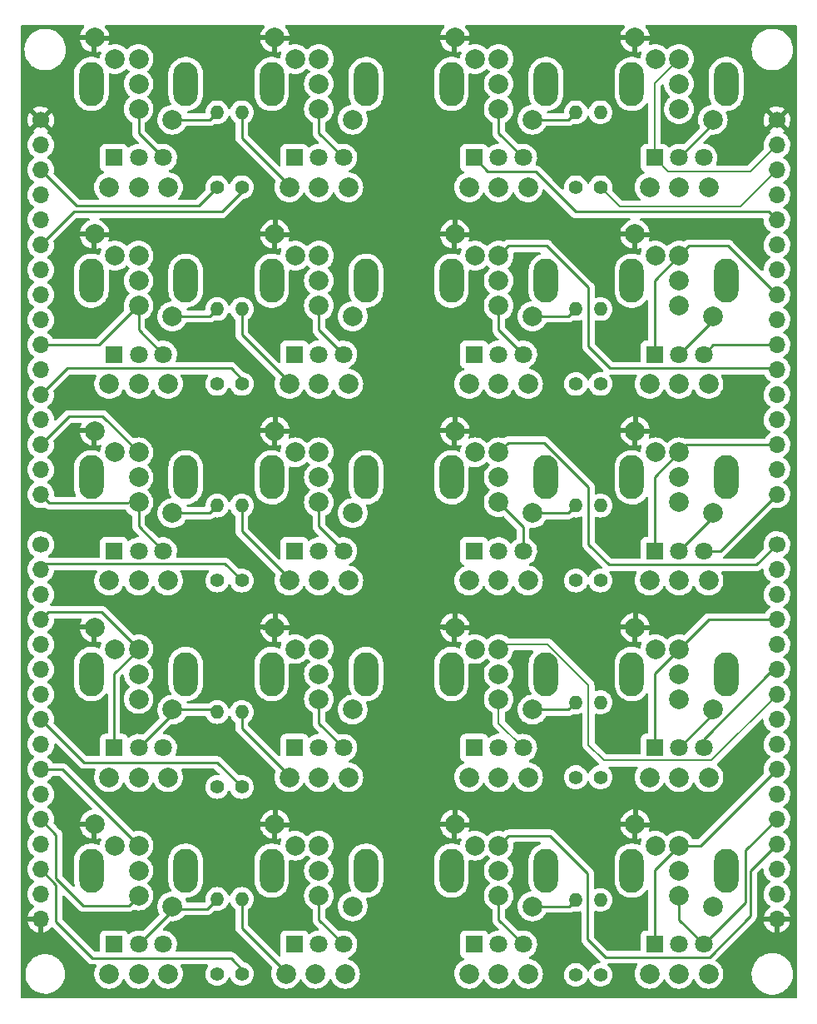
<source format=gbl>
G04 #@! TF.GenerationSoftware,KiCad,Pcbnew,(6.0.11-0)*
G04 #@! TF.CreationDate,2023-03-26T21:42:55+01:00*
G04 #@! TF.ProjectId,ioboard,696f626f-6172-4642-9e6b-696361645f70,rev?*
G04 #@! TF.SameCoordinates,Original*
G04 #@! TF.FileFunction,Copper,L2,Bot*
G04 #@! TF.FilePolarity,Positive*
%FSLAX46Y46*%
G04 Gerber Fmt 4.6, Leading zero omitted, Abs format (unit mm)*
G04 Created by KiCad (PCBNEW (6.0.11-0)) date 2023-03-26 21:42:55*
%MOMM*%
%LPD*%
G01*
G04 APERTURE LIST*
G04 #@! TA.AperFunction,ComponentPad*
%ADD10O,2.500000X4.500000*%
G04 #@! TD*
G04 #@! TA.AperFunction,ComponentPad*
%ADD11R,1.800000X1.800000*%
G04 #@! TD*
G04 #@! TA.AperFunction,ComponentPad*
%ADD12C,1.800000*%
G04 #@! TD*
G04 #@! TA.AperFunction,ComponentPad*
%ADD13C,2.000000*%
G04 #@! TD*
G04 #@! TA.AperFunction,ComponentPad*
%ADD14C,1.400000*%
G04 #@! TD*
G04 #@! TA.AperFunction,ComponentPad*
%ADD15O,1.400000X1.400000*%
G04 #@! TD*
G04 #@! TA.AperFunction,ComponentPad*
%ADD16C,1.700000*%
G04 #@! TD*
G04 #@! TA.AperFunction,ComponentPad*
%ADD17O,1.700000X1.700000*%
G04 #@! TD*
G04 #@! TA.AperFunction,ViaPad*
%ADD18C,0.800000*%
G04 #@! TD*
G04 #@! TA.AperFunction,Conductor*
%ADD19C,0.250000*%
G04 #@! TD*
G04 #@! TA.AperFunction,Conductor*
%ADD20C,0.200000*%
G04 #@! TD*
G04 APERTURE END LIST*
D10*
X26050000Y-46500000D03*
X35650000Y-46500000D03*
D11*
X28350000Y-54000000D03*
D12*
X30850000Y-54000000D03*
X33350000Y-54000000D03*
D13*
X12500000Y-97000000D03*
X33850000Y-37000000D03*
X30850000Y-43960000D03*
X30850000Y-46500000D03*
X30850000Y-49040000D03*
D10*
X44350000Y-86500000D03*
X53950000Y-86500000D03*
D11*
X46650000Y-94000000D03*
D12*
X49150000Y-94000000D03*
X51650000Y-94000000D03*
D13*
X67500000Y-97000000D03*
D10*
X7700000Y-46500000D03*
X17300000Y-46500000D03*
D11*
X10000000Y-54000000D03*
D12*
X12500000Y-54000000D03*
X15000000Y-54000000D03*
D14*
X57000000Y-97100000D03*
D15*
X57000000Y-89480000D03*
D10*
X62700000Y-6500000D03*
X72300000Y-6500000D03*
D11*
X65000000Y-14000000D03*
D12*
X67500000Y-14000000D03*
X70000000Y-14000000D03*
D13*
X30850000Y-17000000D03*
X67500000Y-23960000D03*
X67500000Y-26500000D03*
X67500000Y-29040000D03*
X67500000Y-63960000D03*
X67500000Y-66500000D03*
X67500000Y-69040000D03*
X9500000Y-97000000D03*
X9500000Y-57000000D03*
X12500000Y-23960000D03*
X12500000Y-26500000D03*
X12500000Y-29040000D03*
X67500000Y-43960000D03*
X67500000Y-46500000D03*
X67500000Y-49040000D03*
D10*
X17300000Y-26500000D03*
X7700000Y-26500000D03*
D11*
X10000000Y-34000000D03*
D12*
X12500000Y-34000000D03*
X15000000Y-34000000D03*
D13*
X67500000Y-17000000D03*
X30850000Y-77000000D03*
D14*
X59500000Y-97100000D03*
D15*
X59500000Y-89480000D03*
D13*
X27520000Y-97000000D03*
X27850000Y-37000000D03*
X64500000Y-17000000D03*
X12500000Y-63960000D03*
X12500000Y-66500000D03*
X12500000Y-69040000D03*
D14*
X20500000Y-78000000D03*
D15*
X20500000Y-70380000D03*
D10*
X7700000Y-66500000D03*
X17300000Y-66500000D03*
D11*
X10000000Y-74000000D03*
D12*
X12500000Y-74000000D03*
X15000000Y-74000000D03*
D13*
X70500000Y-77000000D03*
D10*
X35650000Y-26500000D03*
X26050000Y-26500000D03*
D11*
X28350000Y-34000000D03*
D12*
X30850000Y-34000000D03*
X33350000Y-34000000D03*
D10*
X7700000Y-86500000D03*
X17300000Y-86500000D03*
D11*
X10000000Y-94000000D03*
D12*
X12500000Y-94000000D03*
X15000000Y-94000000D03*
D10*
X35650000Y-66500000D03*
X26050000Y-66500000D03*
D11*
X28350000Y-74000000D03*
D12*
X30850000Y-74000000D03*
X33350000Y-74000000D03*
D14*
X59500000Y-17000000D03*
D15*
X59500000Y-9380000D03*
D14*
X23000000Y-37000000D03*
D15*
X23000000Y-29380000D03*
D13*
X33520000Y-97000000D03*
X52150000Y-77000000D03*
D14*
X57000000Y-77000000D03*
D15*
X57000000Y-69380000D03*
D13*
X67500000Y-83960000D03*
X67500000Y-86500000D03*
X67500000Y-89040000D03*
D14*
X20500000Y-57000000D03*
D15*
X20500000Y-49380000D03*
D13*
X49150000Y-97000000D03*
X9500000Y-17000000D03*
X44679812Y-21781164D03*
X52588607Y-30129874D03*
X46742975Y-23959088D03*
X49150000Y-3960000D03*
X49150000Y-6500000D03*
X49150000Y-9040000D03*
X44679812Y-61781164D03*
X52588607Y-70129874D03*
X46742975Y-63959088D03*
D14*
X20500000Y-37000000D03*
D15*
X20500000Y-29380000D03*
D13*
X30850000Y-37000000D03*
X46150000Y-57000000D03*
X30850000Y-3960000D03*
X30850000Y-6500000D03*
X30850000Y-9040000D03*
X8029812Y-61781164D03*
X15938607Y-70129874D03*
X10092975Y-63959088D03*
X52150000Y-17000000D03*
X46150000Y-77000000D03*
X8029812Y-21781164D03*
X15938607Y-30129874D03*
X10092975Y-23959088D03*
X46150000Y-97000000D03*
D14*
X23000000Y-57000000D03*
D15*
X23000000Y-49380000D03*
D14*
X23000000Y-78000000D03*
D15*
X23000000Y-70380000D03*
D10*
X72300000Y-46500000D03*
X62700000Y-46500000D03*
D11*
X65000000Y-54000000D03*
D12*
X67500000Y-54000000D03*
X70000000Y-54000000D03*
D13*
X9500000Y-37000000D03*
X70500000Y-37000000D03*
X44679812Y-1781164D03*
X52588607Y-10129874D03*
X46742975Y-3959088D03*
X12500000Y-37000000D03*
X27850000Y-77000000D03*
X67500000Y-77000000D03*
D14*
X23000000Y-97000000D03*
D15*
X23000000Y-89380000D03*
D10*
X44350000Y-26500000D03*
X53950000Y-26500000D03*
D11*
X46650000Y-34000000D03*
D12*
X49150000Y-34000000D03*
X51650000Y-34000000D03*
D13*
X52150000Y-57000000D03*
X46150000Y-37000000D03*
D10*
X62700000Y-66500000D03*
X72300000Y-66500000D03*
D11*
X65000000Y-74000000D03*
D12*
X67500000Y-74000000D03*
X70000000Y-74000000D03*
D13*
X67500000Y-57000000D03*
X44679812Y-81781164D03*
X52588607Y-90129874D03*
X46742975Y-83959088D03*
X70500000Y-97000000D03*
X12500000Y-3960000D03*
X12500000Y-6500000D03*
X12500000Y-9040000D03*
X33850000Y-77000000D03*
X15500000Y-77000000D03*
X49150000Y-57000000D03*
X63029812Y-81781164D03*
X70938607Y-90129874D03*
X65092975Y-83959088D03*
X8029812Y-1781164D03*
X15938607Y-10129874D03*
X10092975Y-3959088D03*
X9500000Y-77000000D03*
X27850000Y-57000000D03*
X70500000Y-57000000D03*
X46150000Y-17000000D03*
X63029812Y-21781164D03*
X70938607Y-30129874D03*
X65092975Y-23959088D03*
X63029812Y-61781164D03*
X70938607Y-70129874D03*
X65092975Y-63959088D03*
X30850000Y-57000000D03*
X63029812Y-1781164D03*
X70938607Y-10129874D03*
X65092975Y-3959088D03*
X26379812Y-21781164D03*
X34288607Y-30129874D03*
X28442975Y-23959088D03*
D10*
X35650000Y-86500000D03*
X26050000Y-86500000D03*
D11*
X28350000Y-94000000D03*
D12*
X30850000Y-94000000D03*
X33350000Y-94000000D03*
D13*
X63029812Y-41781164D03*
X70938607Y-50129874D03*
X65092975Y-43959088D03*
D14*
X57000000Y-57000000D03*
D15*
X57000000Y-49380000D03*
D13*
X49150000Y-63960000D03*
X49150000Y-66500000D03*
X49150000Y-69040000D03*
X26379812Y-81781164D03*
X34288607Y-90129874D03*
X28442975Y-83959088D03*
D14*
X23000000Y-17000000D03*
D15*
X23000000Y-9380000D03*
D13*
X49150000Y-83960000D03*
X49150000Y-86500000D03*
X49150000Y-89040000D03*
X49150000Y-17000000D03*
D10*
X62700000Y-86500000D03*
X72300000Y-86500000D03*
D11*
X65000000Y-94000000D03*
D12*
X67500000Y-94000000D03*
X70000000Y-94000000D03*
D13*
X12500000Y-77000000D03*
X27850000Y-17000000D03*
X49150000Y-37000000D03*
D14*
X59500000Y-57000000D03*
D15*
X59500000Y-49380000D03*
D13*
X33850000Y-57000000D03*
X26379812Y-41781164D03*
X34288607Y-50129874D03*
X28442975Y-43959088D03*
X33850000Y-17000000D03*
X12500000Y-83960000D03*
X12500000Y-86500000D03*
X12500000Y-89040000D03*
D14*
X57000000Y-37000000D03*
D15*
X57000000Y-29380000D03*
D13*
X12500000Y-57000000D03*
D14*
X20500000Y-97000000D03*
D15*
X20500000Y-89380000D03*
D13*
X12500000Y-17000000D03*
X8029812Y-41781164D03*
X15938607Y-50129874D03*
X10092975Y-43959088D03*
D14*
X20500000Y-17000000D03*
D15*
X20500000Y-9380000D03*
D10*
X26050000Y-6500000D03*
X35650000Y-6500000D03*
D11*
X28350000Y-14000000D03*
D12*
X30850000Y-14000000D03*
X33350000Y-14000000D03*
D13*
X30850000Y-83960000D03*
X30850000Y-86500000D03*
X30850000Y-89040000D03*
X64500000Y-97000000D03*
X52150000Y-97000000D03*
X52150000Y-37000000D03*
X15500000Y-97000000D03*
X15500000Y-37000000D03*
D10*
X53950000Y-6500000D03*
X44350000Y-6500000D03*
D11*
X46650000Y-14000000D03*
D12*
X49150000Y-14000000D03*
X51650000Y-14000000D03*
D13*
X12500000Y-43960000D03*
X12500000Y-46500000D03*
X12500000Y-49040000D03*
X8029812Y-81781164D03*
X15938607Y-90129874D03*
X10092975Y-83959088D03*
D10*
X44350000Y-46500000D03*
X53950000Y-46500000D03*
D11*
X46650000Y-54000000D03*
D12*
X49150000Y-54000000D03*
X51650000Y-54000000D03*
D13*
X49150000Y-77000000D03*
X49150000Y-43960000D03*
X49150000Y-46500000D03*
X49150000Y-49040000D03*
X64500000Y-77000000D03*
X64500000Y-57000000D03*
X26379812Y-1781164D03*
X34288607Y-10129874D03*
X28442975Y-3959088D03*
X49150000Y-23960000D03*
X49150000Y-26500000D03*
X49150000Y-29040000D03*
X70500000Y-17000000D03*
D14*
X59500000Y-77000000D03*
D15*
X59500000Y-69380000D03*
D13*
X67500000Y-3960000D03*
X67500000Y-6500000D03*
X67500000Y-9040000D03*
D10*
X7700000Y-6500000D03*
X17300000Y-6500000D03*
D11*
X10000000Y-14000000D03*
D12*
X12500000Y-14000000D03*
X15000000Y-14000000D03*
D14*
X57000000Y-17000000D03*
D15*
X57000000Y-9380000D03*
D13*
X30850000Y-63960000D03*
X30850000Y-66500000D03*
X30850000Y-69040000D03*
X15500000Y-57000000D03*
D10*
X53950000Y-66500000D03*
X44350000Y-66500000D03*
D11*
X46650000Y-74000000D03*
D12*
X49150000Y-74000000D03*
X51650000Y-74000000D03*
D13*
X15500000Y-17000000D03*
X30520000Y-97000000D03*
X64500000Y-37000000D03*
X67500000Y-37000000D03*
D14*
X59500000Y-37000000D03*
D15*
X59500000Y-29380000D03*
D13*
X30850000Y-23960000D03*
X30850000Y-26500000D03*
X30850000Y-29040000D03*
D10*
X62700000Y-26500000D03*
X72300000Y-26500000D03*
D11*
X65000000Y-34000000D03*
D12*
X67500000Y-34000000D03*
X70000000Y-34000000D03*
D13*
X26379812Y-61781164D03*
X34288607Y-70129874D03*
X28442975Y-63959088D03*
X44679812Y-41781164D03*
X52588607Y-50129874D03*
X46742975Y-43959088D03*
D16*
X2540000Y-53340000D03*
D17*
X2540000Y-55880000D03*
X2540000Y-58420000D03*
X2540000Y-60960000D03*
X2540000Y-63500000D03*
X2540000Y-66040000D03*
X2540000Y-68580000D03*
X2540000Y-71120000D03*
X2540000Y-73660000D03*
X2540000Y-76200000D03*
X2540000Y-78740000D03*
X2540000Y-81280000D03*
X2540000Y-83820000D03*
X2540000Y-86360000D03*
X2540000Y-88900000D03*
X2540000Y-91440000D03*
D16*
X77460000Y-53340000D03*
D17*
X77460000Y-55880000D03*
X77460000Y-58420000D03*
X77460000Y-60960000D03*
X77460000Y-63500000D03*
X77460000Y-66040000D03*
X77460000Y-68580000D03*
X77460000Y-71120000D03*
X77460000Y-73660000D03*
X77460000Y-76200000D03*
X77460000Y-78740000D03*
X77460000Y-81280000D03*
X77460000Y-83820000D03*
X77460000Y-86360000D03*
X77460000Y-88900000D03*
X77460000Y-91440000D03*
D16*
X77460000Y-10160000D03*
D17*
X77460000Y-12700000D03*
X77460000Y-15240000D03*
X77460000Y-17780000D03*
X77460000Y-20320000D03*
X77460000Y-22860000D03*
X77460000Y-25400000D03*
X77460000Y-27940000D03*
X77460000Y-30480000D03*
X77460000Y-33020000D03*
X77460000Y-35560000D03*
X77460000Y-38100000D03*
X77460000Y-40640000D03*
X77460000Y-43180000D03*
X77460000Y-45720000D03*
X77460000Y-48260000D03*
D16*
X2540000Y-10160000D03*
D17*
X2540000Y-12700000D03*
X2540000Y-15240000D03*
X2540000Y-17780000D03*
X2540000Y-20320000D03*
X2540000Y-22860000D03*
X2540000Y-25400000D03*
X2540000Y-27940000D03*
X2540000Y-30480000D03*
X2540000Y-33020000D03*
X2540000Y-35560000D03*
X2540000Y-38100000D03*
X2540000Y-40640000D03*
X2540000Y-43180000D03*
X2540000Y-45720000D03*
X2540000Y-48260000D03*
D18*
X12218835Y-40800000D03*
X12200000Y-80800000D03*
X12300000Y-60500000D03*
D19*
X6200000Y-18900000D02*
X2540000Y-15240000D01*
X18600000Y-18900000D02*
X6200000Y-18900000D01*
X20500000Y-17000000D02*
X18600000Y-18900000D01*
X12500000Y-9040000D02*
X12500000Y-11500000D01*
X12500000Y-11500000D02*
X15000000Y-14000000D01*
X15938607Y-10129874D02*
X19750126Y-10129874D01*
X19750126Y-10129874D02*
X20500000Y-9380000D01*
X15938607Y-30129874D02*
X19750126Y-30129874D01*
X19750126Y-30129874D02*
X20500000Y-29380000D01*
X19750126Y-50129874D02*
X20500000Y-49380000D01*
X15938607Y-50129874D02*
X19750126Y-50129874D01*
X15938607Y-70561393D02*
X15938607Y-70129874D01*
X12500000Y-74000000D02*
X15938607Y-70561393D01*
X15938607Y-70129874D02*
X20249874Y-70129874D01*
X20249874Y-70129874D02*
X20500000Y-70380000D01*
X20500000Y-89380000D02*
X19500000Y-90380000D01*
X16188733Y-90380000D02*
X15938607Y-90129874D01*
X15938607Y-90561393D02*
X15938607Y-90129874D01*
X12500000Y-94000000D02*
X15938607Y-90561393D01*
X19500000Y-90380000D02*
X16188733Y-90380000D01*
X23000000Y-70380000D02*
X23000000Y-72000000D01*
X23000000Y-72000000D02*
X28000000Y-77000000D01*
X23000000Y-92330000D02*
X27670000Y-97000000D01*
X23000000Y-89380000D02*
X23000000Y-92330000D01*
X23000000Y-12000000D02*
X28000000Y-17000000D01*
X23000000Y-9380000D02*
X23000000Y-12000000D01*
X4740000Y-76200000D02*
X12500000Y-83960000D01*
X2540000Y-76200000D02*
X4740000Y-76200000D01*
X11500000Y-90040000D02*
X6855690Y-90040000D01*
X6855690Y-90040000D02*
X4100000Y-87284310D01*
X12500000Y-89040000D02*
X11500000Y-90040000D01*
X4100000Y-87284310D02*
X4100000Y-82840000D01*
X4100000Y-82840000D02*
X2540000Y-81280000D01*
X12500000Y-31500000D02*
X12500000Y-29040000D01*
X8480000Y-33020000D02*
X12460000Y-29040000D01*
X2540000Y-33020000D02*
X8480000Y-33020000D01*
X12460000Y-29040000D02*
X12500000Y-29040000D01*
X15000000Y-34000000D02*
X12500000Y-31500000D01*
X5900000Y-19500000D02*
X2540000Y-22860000D01*
X21000000Y-19500000D02*
X5900000Y-19500000D01*
X23500000Y-17000000D02*
X21000000Y-19500000D01*
X30850000Y-9040000D02*
X30850000Y-11500000D01*
X30850000Y-11500000D02*
X33350000Y-14000000D01*
X8840000Y-40300000D02*
X5420000Y-40300000D01*
X12500000Y-43960000D02*
X8840000Y-40300000D01*
X5420000Y-40300000D02*
X2540000Y-43180000D01*
X2540000Y-48260000D02*
X3390000Y-49110000D01*
X3390000Y-49110000D02*
X11430000Y-49110000D01*
X15000000Y-54000000D02*
X12500000Y-51500000D01*
X12500000Y-51500000D02*
X12500000Y-49040000D01*
X21900000Y-35400000D02*
X5240000Y-35400000D01*
X23500000Y-37000000D02*
X21900000Y-35400000D01*
X5240000Y-35400000D02*
X2540000Y-38100000D01*
X30850000Y-31500000D02*
X30850000Y-29040000D01*
X33350000Y-34000000D02*
X30850000Y-31500000D01*
X2540000Y-60960000D02*
X3300000Y-60200000D01*
X10000000Y-66460000D02*
X12500000Y-63960000D01*
X10000000Y-74000000D02*
X10000000Y-66460000D01*
X8740000Y-60200000D02*
X12500000Y-63960000D01*
X3300000Y-60200000D02*
X8740000Y-60200000D01*
X21300000Y-55300000D02*
X23000000Y-57000000D01*
X2540000Y-55880000D02*
X3120000Y-55300000D01*
X3120000Y-55300000D02*
X21300000Y-55300000D01*
X30850000Y-49040000D02*
X30850000Y-51500000D01*
X30850000Y-51500000D02*
X33350000Y-54000000D01*
X28000000Y-37000000D02*
X23000000Y-32000000D01*
X23000000Y-32000000D02*
X23000000Y-29380000D01*
X23000000Y-49380000D02*
X23000000Y-52000000D01*
X23000000Y-52000000D02*
X28000000Y-57000000D01*
X6920000Y-75500000D02*
X20500000Y-75500000D01*
X2540000Y-71120000D02*
X6920000Y-75500000D01*
X20500000Y-75500000D02*
X23000000Y-78000000D01*
X4100000Y-91700000D02*
X4100000Y-87920000D01*
X21900000Y-95400000D02*
X7800000Y-95400000D01*
X7800000Y-95400000D02*
X4100000Y-91700000D01*
X4100000Y-87920000D02*
X2540000Y-86360000D01*
X23500000Y-97000000D02*
X21900000Y-95400000D01*
X33350000Y-74000000D02*
X30850000Y-71500000D01*
X30850000Y-71500000D02*
X30850000Y-69040000D01*
X33350000Y-94000000D02*
X30850000Y-91500000D01*
X30850000Y-91500000D02*
X30850000Y-89040000D01*
X52588607Y-50129874D02*
X56250126Y-50129874D01*
X56250126Y-50129874D02*
X57000000Y-49380000D01*
X52588607Y-70129874D02*
X56250126Y-70129874D01*
X56250126Y-70129874D02*
X57000000Y-69380000D01*
X56350126Y-90129874D02*
X57000000Y-89480000D01*
X52588607Y-90129874D02*
X56350126Y-90129874D01*
X67500000Y-74000000D02*
X70938607Y-70561393D01*
X70938607Y-70561393D02*
X70938607Y-70129874D01*
X67500000Y-14000000D02*
X70938607Y-10561393D01*
X70938607Y-10561393D02*
X70938607Y-10129874D01*
X67500000Y-34000000D02*
X70938607Y-30561393D01*
X70938607Y-30561393D02*
X70938607Y-30129874D01*
X67500000Y-54000000D02*
X70938607Y-50561393D01*
X70938607Y-50561393D02*
X70938607Y-50129874D01*
X46650000Y-14000000D02*
X48050000Y-15400000D01*
X52900000Y-15400000D02*
X57000000Y-19500000D01*
X76640000Y-19500000D02*
X77460000Y-20320000D01*
X48050000Y-15400000D02*
X52900000Y-15400000D01*
X57000000Y-19500000D02*
X76640000Y-19500000D01*
X51650000Y-14000000D02*
X49150000Y-11500000D01*
X49150000Y-11500000D02*
X49150000Y-9040000D01*
D20*
X66400000Y-15400000D02*
X74760000Y-15400000D01*
X74760000Y-15400000D02*
X77460000Y-12700000D01*
X65000000Y-14000000D02*
X65000000Y-6460000D01*
X65000000Y-6460000D02*
X67500000Y-3960000D01*
X65000000Y-14000000D02*
X66400000Y-15400000D01*
X73724501Y-18975499D02*
X61475499Y-18975499D01*
X77460000Y-15240000D02*
X73724501Y-18975499D01*
X61475499Y-18975499D02*
X59500000Y-17000000D01*
D19*
X77300000Y-35400000D02*
X77460000Y-35560000D01*
X58300000Y-33200000D02*
X60500000Y-35400000D01*
X54060000Y-22960000D02*
X58300000Y-27200000D01*
X50150000Y-22960000D02*
X54060000Y-22960000D01*
X49150000Y-23960000D02*
X50150000Y-22960000D01*
X60500000Y-35400000D02*
X77300000Y-35400000D01*
X58300000Y-27200000D02*
X58300000Y-33200000D01*
X51650000Y-34000000D02*
X49150000Y-31500000D01*
X49150000Y-31500000D02*
X49150000Y-29040000D01*
X65000000Y-26460000D02*
X67500000Y-23960000D01*
X72480000Y-22960000D02*
X77460000Y-27940000D01*
X65000000Y-34000000D02*
X65000000Y-26460000D01*
X67500000Y-23960000D02*
X68500000Y-22960000D01*
X68500000Y-22960000D02*
X72480000Y-22960000D01*
X70000000Y-34000000D02*
X71000000Y-33000000D01*
X77440000Y-33000000D02*
X77460000Y-33020000D01*
X71000000Y-33000000D02*
X77440000Y-33000000D01*
X53760000Y-42960000D02*
X58300000Y-47500000D01*
X58300000Y-53300000D02*
X60400000Y-55400000D01*
X50150000Y-42960000D02*
X53760000Y-42960000D01*
X58300000Y-47500000D02*
X58300000Y-53300000D01*
X60400000Y-55400000D02*
X75400000Y-55400000D01*
X75400000Y-55400000D02*
X77460000Y-53340000D01*
X49150000Y-43960000D02*
X50150000Y-42960000D01*
X51650000Y-54000000D02*
X51650000Y-51540000D01*
X51650000Y-51540000D02*
X49150000Y-49040000D01*
X67500000Y-43960000D02*
X68280000Y-43180000D01*
X68280000Y-43180000D02*
X77460000Y-43180000D01*
X65000000Y-46460000D02*
X67500000Y-43960000D01*
X65000000Y-54000000D02*
X65000000Y-46460000D01*
X70000000Y-54000000D02*
X71720000Y-54000000D01*
X71720000Y-54000000D02*
X77460000Y-48260000D01*
D20*
X59900000Y-75300000D02*
X70800000Y-75300000D01*
X49150000Y-63950000D02*
X49600000Y-63500000D01*
X58300000Y-73700000D02*
X59900000Y-75300000D01*
X54142031Y-63500000D02*
X58300000Y-67657969D01*
X58300000Y-67657969D02*
X58300000Y-73700000D01*
X49150000Y-63960000D02*
X49150000Y-63950000D01*
X70800000Y-75300000D02*
X77460000Y-68640000D01*
X49600000Y-63500000D02*
X54142031Y-63500000D01*
X77460000Y-68640000D02*
X77460000Y-68580000D01*
X49150000Y-71500000D02*
X51650000Y-74000000D01*
X49150000Y-69040000D02*
X49150000Y-71500000D01*
D19*
X65000000Y-74000000D02*
X65000000Y-66460000D01*
X67500000Y-63960000D02*
X70500000Y-60960000D01*
X65000000Y-66460000D02*
X67500000Y-63960000D01*
X70500000Y-60960000D02*
X77460000Y-60960000D01*
X70000000Y-74000000D02*
X70000000Y-73100000D01*
X70000000Y-73100000D02*
X77060000Y-66040000D01*
X77060000Y-66040000D02*
X77460000Y-66040000D01*
X60000000Y-95300000D02*
X70600000Y-95300000D01*
X74800000Y-91100000D02*
X74800000Y-86480000D01*
X58200000Y-93500000D02*
X60000000Y-95300000D01*
X50150000Y-82960000D02*
X54360000Y-82960000D01*
X54360000Y-82960000D02*
X58200000Y-86800000D01*
X49150000Y-83960000D02*
X50150000Y-82960000D01*
X74800000Y-86480000D02*
X77460000Y-83820000D01*
X70600000Y-95300000D02*
X74800000Y-91100000D01*
X58200000Y-86800000D02*
X58200000Y-93500000D01*
X49150000Y-91500000D02*
X51650000Y-94000000D01*
X49150000Y-89040000D02*
X49150000Y-91500000D01*
X67500000Y-83960000D02*
X69700000Y-83960000D01*
X69700000Y-83960000D02*
X77460000Y-76200000D01*
X65000000Y-86460000D02*
X67500000Y-83960000D01*
X65000000Y-94000000D02*
X65000000Y-86460000D01*
X70000000Y-94000000D02*
X74300000Y-89700000D01*
X74300000Y-89700000D02*
X74300000Y-84440000D01*
X74300000Y-84440000D02*
X77460000Y-81280000D01*
X67500000Y-89040000D02*
X67500000Y-91500000D01*
X67500000Y-91500000D02*
X70000000Y-94000000D01*
X52588607Y-10129874D02*
X56250126Y-10129874D01*
X56250126Y-10129874D02*
X57000000Y-9380000D01*
X52588607Y-30129874D02*
X56250126Y-30129874D01*
X56250126Y-30129874D02*
X57000000Y-29380000D01*
G04 #@! TA.AperFunction,Conductor*
G36*
X6928425Y-528502D02*
G01*
X6974918Y-582158D01*
X6985022Y-652432D01*
X6956115Y-716331D01*
X6809255Y-888281D01*
X6803455Y-896265D01*
X6684607Y-1090206D01*
X6680125Y-1099001D01*
X6593078Y-1309152D01*
X6590029Y-1318537D01*
X6553809Y-1469402D01*
X6554514Y-1483487D01*
X6564402Y-1487418D01*
X7782775Y-1520386D01*
X8290590Y-1534127D01*
X9507555Y-1567057D01*
X9521937Y-1563253D01*
X9524336Y-1550679D01*
X9524240Y-1549463D01*
X9522697Y-1539721D01*
X9469595Y-1318537D01*
X9466546Y-1309152D01*
X9379499Y-1099001D01*
X9375017Y-1090206D01*
X9256169Y-896265D01*
X9250369Y-888281D01*
X9103509Y-716331D01*
X9074478Y-651541D01*
X9085083Y-581341D01*
X9131958Y-528019D01*
X9199320Y-508500D01*
X25210304Y-508500D01*
X25278425Y-528502D01*
X25324918Y-582158D01*
X25335022Y-652432D01*
X25306115Y-716331D01*
X25159255Y-888281D01*
X25153455Y-896265D01*
X25034607Y-1090206D01*
X25030125Y-1099001D01*
X24943078Y-1309152D01*
X24940029Y-1318537D01*
X24903809Y-1469402D01*
X24904514Y-1483487D01*
X24914402Y-1487418D01*
X26132775Y-1520386D01*
X26640590Y-1534127D01*
X27857555Y-1567057D01*
X27871937Y-1563253D01*
X27874336Y-1550679D01*
X27874240Y-1549463D01*
X27872697Y-1539721D01*
X27819595Y-1318537D01*
X27816546Y-1309152D01*
X27729499Y-1099001D01*
X27725017Y-1090206D01*
X27606169Y-896265D01*
X27600369Y-888281D01*
X27453509Y-716331D01*
X27424478Y-651541D01*
X27435083Y-581341D01*
X27481958Y-528019D01*
X27549320Y-508500D01*
X43510304Y-508500D01*
X43578425Y-528502D01*
X43624918Y-582158D01*
X43635022Y-652432D01*
X43606115Y-716331D01*
X43459255Y-888281D01*
X43453455Y-896265D01*
X43334607Y-1090206D01*
X43330125Y-1099001D01*
X43243078Y-1309152D01*
X43240029Y-1318537D01*
X43203809Y-1469402D01*
X43204514Y-1483487D01*
X43214402Y-1487418D01*
X44432775Y-1520386D01*
X44940590Y-1534127D01*
X46157555Y-1567057D01*
X46171937Y-1563253D01*
X46174336Y-1550679D01*
X46174240Y-1549463D01*
X46172697Y-1539721D01*
X46119595Y-1318537D01*
X46116546Y-1309152D01*
X46029499Y-1099001D01*
X46025017Y-1090206D01*
X45906169Y-896265D01*
X45900369Y-888281D01*
X45753509Y-716331D01*
X45724478Y-651541D01*
X45735083Y-581341D01*
X45781958Y-528019D01*
X45849320Y-508500D01*
X61860304Y-508500D01*
X61928425Y-528502D01*
X61974918Y-582158D01*
X61985022Y-652432D01*
X61956115Y-716331D01*
X61809255Y-888281D01*
X61803455Y-896265D01*
X61684607Y-1090206D01*
X61680125Y-1099001D01*
X61593078Y-1309152D01*
X61590029Y-1318537D01*
X61553809Y-1469402D01*
X61554514Y-1483487D01*
X61564402Y-1487418D01*
X62782775Y-1520386D01*
X63290590Y-1534127D01*
X64507555Y-1567057D01*
X64521937Y-1563253D01*
X64524336Y-1550679D01*
X64524240Y-1549463D01*
X64522697Y-1539721D01*
X64469595Y-1318537D01*
X64466546Y-1309152D01*
X64379499Y-1099001D01*
X64375017Y-1090206D01*
X64256169Y-896265D01*
X64250369Y-888281D01*
X64103509Y-716331D01*
X64074478Y-651541D01*
X64085083Y-581341D01*
X64131958Y-528019D01*
X64199320Y-508500D01*
X79365500Y-508500D01*
X79433621Y-528502D01*
X79480114Y-582158D01*
X79491500Y-634500D01*
X79491500Y-99365500D01*
X79471498Y-99433621D01*
X79417842Y-99480114D01*
X79365500Y-99491500D01*
X634500Y-99491500D01*
X566379Y-99471498D01*
X519886Y-99417842D01*
X508500Y-99365500D01*
X508500Y-96978918D01*
X986917Y-96978918D01*
X987334Y-96986156D01*
X1002682Y-97252320D01*
X1055405Y-97521053D01*
X1056792Y-97525103D01*
X1056793Y-97525108D01*
X1142441Y-97775264D01*
X1144112Y-97780144D01*
X1173238Y-97838054D01*
X1253247Y-97997135D01*
X1267160Y-98024799D01*
X1269586Y-98028328D01*
X1269589Y-98028334D01*
X1415034Y-98239956D01*
X1422274Y-98250490D01*
X1425161Y-98253663D01*
X1425162Y-98253664D01*
X1478823Y-98312637D01*
X1606582Y-98453043D01*
X1609877Y-98455798D01*
X1609878Y-98455799D01*
X1689308Y-98522212D01*
X1816675Y-98628707D01*
X1820316Y-98630991D01*
X2045024Y-98771951D01*
X2045028Y-98771953D01*
X2048664Y-98774234D01*
X2116544Y-98804883D01*
X2294345Y-98885164D01*
X2294349Y-98885166D01*
X2298257Y-98886930D01*
X2361393Y-98905632D01*
X2556723Y-98963491D01*
X2556727Y-98963492D01*
X2560836Y-98964709D01*
X2565070Y-98965357D01*
X2565075Y-98965358D01*
X2827298Y-99005483D01*
X2827300Y-99005483D01*
X2831540Y-99006132D01*
X2970912Y-99008322D01*
X3101071Y-99010367D01*
X3101077Y-99010367D01*
X3105362Y-99010434D01*
X3377235Y-98977534D01*
X3642127Y-98908041D01*
X3646087Y-98906401D01*
X3646092Y-98906399D01*
X3768632Y-98855641D01*
X3895136Y-98803241D01*
X4131582Y-98665073D01*
X4347089Y-98496094D01*
X4388809Y-98453043D01*
X4524871Y-98312637D01*
X4537669Y-98299431D01*
X4540202Y-98295983D01*
X4540206Y-98295978D01*
X4697257Y-98082178D01*
X4699795Y-98078723D01*
X4704548Y-98069969D01*
X4828418Y-97841830D01*
X4828419Y-97841828D01*
X4830468Y-97838054D01*
X4916322Y-97610848D01*
X4925751Y-97585895D01*
X4925752Y-97585891D01*
X4927269Y-97581877D01*
X4965509Y-97414910D01*
X4987449Y-97319117D01*
X4987450Y-97319113D01*
X4988407Y-97314933D01*
X4993257Y-97260596D01*
X5012531Y-97044627D01*
X5012531Y-97044625D01*
X5012751Y-97042161D01*
X5013193Y-97000000D01*
X5012048Y-96983200D01*
X4994859Y-96731055D01*
X4994858Y-96731049D01*
X4994567Y-96726778D01*
X4987034Y-96690400D01*
X4953367Y-96527833D01*
X4939032Y-96458612D01*
X4847617Y-96200465D01*
X4754523Y-96020099D01*
X4723978Y-95960919D01*
X4723978Y-95960918D01*
X4722013Y-95957112D01*
X4712040Y-95942921D01*
X4620338Y-95812443D01*
X4564545Y-95733057D01*
X4409550Y-95566262D01*
X4381046Y-95535588D01*
X4381043Y-95535585D01*
X4378125Y-95532445D01*
X4374810Y-95529731D01*
X4374806Y-95529728D01*
X4195630Y-95383074D01*
X4166205Y-95358990D01*
X3932704Y-95215901D01*
X3928353Y-95213991D01*
X3685873Y-95107549D01*
X3685869Y-95107548D01*
X3681945Y-95105825D01*
X3418566Y-95030800D01*
X3414324Y-95030196D01*
X3414318Y-95030195D01*
X3212710Y-95001502D01*
X3147443Y-94992213D01*
X3003589Y-94991460D01*
X2877877Y-94990802D01*
X2877871Y-94990802D01*
X2873591Y-94990780D01*
X2869347Y-94991339D01*
X2869343Y-94991339D01*
X2772194Y-95004129D01*
X2602078Y-95026525D01*
X2597938Y-95027658D01*
X2597936Y-95027658D01*
X2551915Y-95040248D01*
X2337928Y-95098788D01*
X2333980Y-95100472D01*
X2089982Y-95204546D01*
X2089978Y-95204548D01*
X2086030Y-95206232D01*
X1971821Y-95274584D01*
X1854725Y-95344664D01*
X1854721Y-95344667D01*
X1851043Y-95346868D01*
X1637318Y-95518094D01*
X1582971Y-95575364D01*
X1458036Y-95707018D01*
X1448808Y-95716742D01*
X1289002Y-95939136D01*
X1160857Y-96181161D01*
X1159385Y-96185184D01*
X1159383Y-96185188D01*
X1078370Y-96406564D01*
X1066743Y-96438337D01*
X1008404Y-96705907D01*
X986917Y-96978918D01*
X508500Y-96978918D01*
X508500Y-91707966D01*
X1208257Y-91707966D01*
X1238565Y-91842446D01*
X1241645Y-91852275D01*
X1321770Y-92049603D01*
X1326413Y-92058794D01*
X1437694Y-92240388D01*
X1443777Y-92248699D01*
X1583213Y-92409667D01*
X1590580Y-92416883D01*
X1754434Y-92552916D01*
X1762881Y-92558831D01*
X1946756Y-92666279D01*
X1956042Y-92670729D01*
X2155001Y-92746703D01*
X2164899Y-92749579D01*
X2268250Y-92770606D01*
X2282299Y-92769410D01*
X2286000Y-92759065D01*
X2286000Y-91712115D01*
X2281525Y-91696876D01*
X2280135Y-91695671D01*
X2272452Y-91694000D01*
X1223225Y-91694000D01*
X1209694Y-91697973D01*
X1208257Y-91707966D01*
X508500Y-91707966D01*
X508500Y-88866695D01*
X1177251Y-88866695D01*
X1177548Y-88871848D01*
X1177548Y-88871851D01*
X1187378Y-89042332D01*
X1190110Y-89089715D01*
X1191247Y-89094761D01*
X1191248Y-89094767D01*
X1209291Y-89174825D01*
X1239222Y-89307639D01*
X1277461Y-89401811D01*
X1320415Y-89507594D01*
X1323266Y-89514616D01*
X1366508Y-89585180D01*
X1434400Y-89695970D01*
X1439987Y-89705088D01*
X1586250Y-89873938D01*
X1758126Y-90016632D01*
X1831955Y-90059774D01*
X1880679Y-90111412D01*
X1893750Y-90181195D01*
X1867019Y-90246967D01*
X1826562Y-90280327D01*
X1818457Y-90284546D01*
X1809738Y-90290036D01*
X1639433Y-90417905D01*
X1631726Y-90424748D01*
X1484590Y-90578717D01*
X1478104Y-90586727D01*
X1358098Y-90762649D01*
X1353000Y-90771623D01*
X1263338Y-90964783D01*
X1259775Y-90974470D01*
X1204389Y-91174183D01*
X1205912Y-91182607D01*
X1218292Y-91186000D01*
X2668000Y-91186000D01*
X2736121Y-91206002D01*
X2782614Y-91259658D01*
X2794000Y-91312000D01*
X2794000Y-92758517D01*
X2798064Y-92772359D01*
X2811478Y-92774393D01*
X2818184Y-92773534D01*
X2828262Y-92771392D01*
X3032255Y-92710191D01*
X3041842Y-92706433D01*
X3233095Y-92612739D01*
X3241945Y-92607464D01*
X3415328Y-92483792D01*
X3423200Y-92477139D01*
X3574052Y-92326812D01*
X3580727Y-92318968D01*
X3595507Y-92298399D01*
X3651501Y-92254751D01*
X3722204Y-92248304D01*
X3786925Y-92282829D01*
X7296343Y-95792247D01*
X7303887Y-95800537D01*
X7308000Y-95807018D01*
X7313777Y-95812443D01*
X7357667Y-95853658D01*
X7360509Y-95856413D01*
X7380230Y-95876134D01*
X7383425Y-95878612D01*
X7392446Y-95886317D01*
X7424679Y-95916586D01*
X7435858Y-95922732D01*
X7442432Y-95926346D01*
X7458956Y-95937199D01*
X7474959Y-95949613D01*
X7515543Y-95967176D01*
X7526173Y-95972383D01*
X7564940Y-95993695D01*
X7572617Y-95995666D01*
X7572622Y-95995668D01*
X7584558Y-95998732D01*
X7603266Y-96005137D01*
X7621855Y-96013181D01*
X7629683Y-96014421D01*
X7629690Y-96014423D01*
X7665524Y-96020099D01*
X7677144Y-96022505D01*
X7712289Y-96031528D01*
X7719970Y-96033500D01*
X7740224Y-96033500D01*
X7759934Y-96035051D01*
X7779943Y-96038220D01*
X7787835Y-96037474D01*
X7823961Y-96034059D01*
X7835819Y-96033500D01*
X8098071Y-96033500D01*
X8166192Y-96053502D01*
X8212685Y-96107158D01*
X8222789Y-96177432D01*
X8205504Y-96225335D01*
X8151760Y-96313037D01*
X8149867Y-96317607D01*
X8149865Y-96317611D01*
X8094755Y-96450659D01*
X8060895Y-96532406D01*
X8059740Y-96537218D01*
X8013204Y-96731055D01*
X8005465Y-96763289D01*
X7986835Y-97000000D01*
X8005465Y-97236711D01*
X8006619Y-97241518D01*
X8006620Y-97241524D01*
X8023217Y-97310655D01*
X8060895Y-97467594D01*
X8062788Y-97472165D01*
X8062789Y-97472167D01*
X8121897Y-97614866D01*
X8151760Y-97686963D01*
X8154346Y-97691183D01*
X8273241Y-97885202D01*
X8273245Y-97885208D01*
X8275824Y-97889416D01*
X8430031Y-98069969D01*
X8610584Y-98224176D01*
X8614792Y-98226755D01*
X8614798Y-98226759D01*
X8733388Y-98299431D01*
X8813037Y-98348240D01*
X8817607Y-98350133D01*
X8817611Y-98350135D01*
X9027833Y-98437211D01*
X9032406Y-98439105D01*
X9090462Y-98453043D01*
X9258476Y-98493380D01*
X9258482Y-98493381D01*
X9263289Y-98494535D01*
X9500000Y-98513165D01*
X9736711Y-98494535D01*
X9741518Y-98493381D01*
X9741524Y-98493380D01*
X9909538Y-98453043D01*
X9967594Y-98439105D01*
X9972167Y-98437211D01*
X10182389Y-98350135D01*
X10182393Y-98350133D01*
X10186963Y-98348240D01*
X10266612Y-98299431D01*
X10385202Y-98226759D01*
X10385208Y-98226755D01*
X10389416Y-98224176D01*
X10569969Y-98069969D01*
X10724176Y-97889416D01*
X10726755Y-97885208D01*
X10726759Y-97885202D01*
X10845654Y-97691183D01*
X10848240Y-97686963D01*
X10878104Y-97614866D01*
X10883591Y-97601618D01*
X10928139Y-97546337D01*
X10995503Y-97523916D01*
X11064294Y-97541474D01*
X11112672Y-97593436D01*
X11116409Y-97601618D01*
X11121897Y-97614866D01*
X11151760Y-97686963D01*
X11154346Y-97691183D01*
X11273241Y-97885202D01*
X11273245Y-97885208D01*
X11275824Y-97889416D01*
X11430031Y-98069969D01*
X11610584Y-98224176D01*
X11614792Y-98226755D01*
X11614798Y-98226759D01*
X11733388Y-98299431D01*
X11813037Y-98348240D01*
X11817607Y-98350133D01*
X11817611Y-98350135D01*
X12027833Y-98437211D01*
X12032406Y-98439105D01*
X12090462Y-98453043D01*
X12258476Y-98493380D01*
X12258482Y-98493381D01*
X12263289Y-98494535D01*
X12500000Y-98513165D01*
X12736711Y-98494535D01*
X12741518Y-98493381D01*
X12741524Y-98493380D01*
X12909538Y-98453043D01*
X12967594Y-98439105D01*
X12972167Y-98437211D01*
X13182389Y-98350135D01*
X13182393Y-98350133D01*
X13186963Y-98348240D01*
X13266612Y-98299431D01*
X13385202Y-98226759D01*
X13385208Y-98226755D01*
X13389416Y-98224176D01*
X13569969Y-98069969D01*
X13724176Y-97889416D01*
X13726755Y-97885208D01*
X13726759Y-97885202D01*
X13845654Y-97691183D01*
X13848240Y-97686963D01*
X13878104Y-97614866D01*
X13883591Y-97601618D01*
X13928139Y-97546337D01*
X13995503Y-97523916D01*
X14064294Y-97541474D01*
X14112672Y-97593436D01*
X14116409Y-97601618D01*
X14121897Y-97614866D01*
X14151760Y-97686963D01*
X14154346Y-97691183D01*
X14273241Y-97885202D01*
X14273245Y-97885208D01*
X14275824Y-97889416D01*
X14430031Y-98069969D01*
X14610584Y-98224176D01*
X14614792Y-98226755D01*
X14614798Y-98226759D01*
X14733388Y-98299431D01*
X14813037Y-98348240D01*
X14817607Y-98350133D01*
X14817611Y-98350135D01*
X15027833Y-98437211D01*
X15032406Y-98439105D01*
X15090462Y-98453043D01*
X15258476Y-98493380D01*
X15258482Y-98493381D01*
X15263289Y-98494535D01*
X15500000Y-98513165D01*
X15736711Y-98494535D01*
X15741518Y-98493381D01*
X15741524Y-98493380D01*
X15909538Y-98453043D01*
X15967594Y-98439105D01*
X15972167Y-98437211D01*
X16182389Y-98350135D01*
X16182393Y-98350133D01*
X16186963Y-98348240D01*
X16266612Y-98299431D01*
X16385202Y-98226759D01*
X16385208Y-98226755D01*
X16389416Y-98224176D01*
X16569969Y-98069969D01*
X16724176Y-97889416D01*
X16726755Y-97885208D01*
X16726759Y-97885202D01*
X16845654Y-97691183D01*
X16848240Y-97686963D01*
X16878104Y-97614866D01*
X16937211Y-97472167D01*
X16937212Y-97472165D01*
X16939105Y-97467594D01*
X16976783Y-97310655D01*
X16993380Y-97241524D01*
X16993381Y-97241518D01*
X16994535Y-97236711D01*
X17013165Y-97000000D01*
X16994535Y-96763289D01*
X16986797Y-96731055D01*
X16940260Y-96537218D01*
X16939105Y-96532406D01*
X16905245Y-96450659D01*
X16850135Y-96317611D01*
X16850133Y-96317607D01*
X16848240Y-96313037D01*
X16794496Y-96225335D01*
X16775958Y-96156801D01*
X16797414Y-96089125D01*
X16852053Y-96043792D01*
X16901929Y-96033500D01*
X19459401Y-96033500D01*
X19527522Y-96053502D01*
X19574015Y-96107158D01*
X19584119Y-96177432D01*
X19562614Y-96231770D01*
X19449411Y-96393442D01*
X19447090Y-96398420D01*
X19447088Y-96398423D01*
X19386743Y-96527833D01*
X19360044Y-96585090D01*
X19358622Y-96590398D01*
X19358621Y-96590400D01*
X19309676Y-96773064D01*
X19305314Y-96789345D01*
X19286884Y-97000000D01*
X19305314Y-97210655D01*
X19306738Y-97215968D01*
X19306738Y-97215970D01*
X19348152Y-97370527D01*
X19360044Y-97414910D01*
X19362366Y-97419891D01*
X19362367Y-97419892D01*
X19439776Y-97585895D01*
X19449411Y-97606558D01*
X19570699Y-97779776D01*
X19720224Y-97929301D01*
X19893442Y-98050589D01*
X19898420Y-98052910D01*
X19898423Y-98052912D01*
X20076362Y-98135886D01*
X20085090Y-98139956D01*
X20090398Y-98141378D01*
X20090400Y-98141379D01*
X20284030Y-98193262D01*
X20284032Y-98193262D01*
X20289345Y-98194686D01*
X20500000Y-98213116D01*
X20710655Y-98194686D01*
X20715968Y-98193262D01*
X20715970Y-98193262D01*
X20909600Y-98141379D01*
X20909602Y-98141378D01*
X20914910Y-98139956D01*
X20923638Y-98135886D01*
X21101577Y-98052912D01*
X21101580Y-98052910D01*
X21106558Y-98050589D01*
X21279776Y-97929301D01*
X21429301Y-97779776D01*
X21550589Y-97606558D01*
X21560225Y-97585895D01*
X21635805Y-97423812D01*
X21682722Y-97370527D01*
X21751000Y-97351066D01*
X21818960Y-97371608D01*
X21864195Y-97423812D01*
X21939776Y-97585895D01*
X21949411Y-97606558D01*
X22070699Y-97779776D01*
X22220224Y-97929301D01*
X22393442Y-98050589D01*
X22398420Y-98052910D01*
X22398423Y-98052912D01*
X22576362Y-98135886D01*
X22585090Y-98139956D01*
X22590398Y-98141378D01*
X22590400Y-98141379D01*
X22784030Y-98193262D01*
X22784032Y-98193262D01*
X22789345Y-98194686D01*
X23000000Y-98213116D01*
X23210655Y-98194686D01*
X23215968Y-98193262D01*
X23215970Y-98193262D01*
X23409600Y-98141379D01*
X23409602Y-98141378D01*
X23414910Y-98139956D01*
X23423638Y-98135886D01*
X23601577Y-98052912D01*
X23601580Y-98052910D01*
X23606558Y-98050589D01*
X23779776Y-97929301D01*
X23929301Y-97779776D01*
X24050589Y-97606558D01*
X24060225Y-97585895D01*
X24137633Y-97419892D01*
X24137634Y-97419891D01*
X24139956Y-97414910D01*
X24151849Y-97370527D01*
X24193262Y-97215970D01*
X24193262Y-97215968D01*
X24194686Y-97210655D01*
X24213116Y-97000000D01*
X24194686Y-96789345D01*
X24190324Y-96773064D01*
X24141379Y-96590400D01*
X24141378Y-96590398D01*
X24139956Y-96585090D01*
X24113257Y-96527833D01*
X24052912Y-96398423D01*
X24052910Y-96398420D01*
X24050589Y-96393442D01*
X23929301Y-96220224D01*
X23779776Y-96070699D01*
X23606558Y-95949411D01*
X23601580Y-95947090D01*
X23601577Y-95947088D01*
X23419892Y-95862367D01*
X23419891Y-95862366D01*
X23414910Y-95860044D01*
X23409602Y-95858622D01*
X23409600Y-95858621D01*
X23230375Y-95810598D01*
X23173891Y-95777986D01*
X22403652Y-95007747D01*
X22396112Y-94999461D01*
X22392000Y-94992982D01*
X22342348Y-94946356D01*
X22339507Y-94943602D01*
X22319770Y-94923865D01*
X22316573Y-94921385D01*
X22307551Y-94913680D01*
X22305558Y-94911808D01*
X22275321Y-94883414D01*
X22268375Y-94879595D01*
X22268372Y-94879593D01*
X22257566Y-94873652D01*
X22241047Y-94862801D01*
X22240583Y-94862441D01*
X22225041Y-94850386D01*
X22217772Y-94847241D01*
X22217768Y-94847238D01*
X22184463Y-94832826D01*
X22173813Y-94827609D01*
X22135060Y-94806305D01*
X22115437Y-94801267D01*
X22096734Y-94794863D01*
X22085420Y-94789967D01*
X22085419Y-94789967D01*
X22078145Y-94786819D01*
X22070322Y-94785580D01*
X22070312Y-94785577D01*
X22034476Y-94779901D01*
X22022856Y-94777495D01*
X21987711Y-94768472D01*
X21987710Y-94768472D01*
X21980030Y-94766500D01*
X21959776Y-94766500D01*
X21940065Y-94764949D01*
X21927886Y-94763020D01*
X21920057Y-94761780D01*
X21912165Y-94762526D01*
X21876039Y-94765941D01*
X21864181Y-94766500D01*
X16395210Y-94766500D01*
X16327089Y-94746498D01*
X16280596Y-94692842D01*
X16270492Y-94622568D01*
X16282253Y-94584673D01*
X16311784Y-94524922D01*
X16311785Y-94524920D01*
X16314078Y-94520280D01*
X16381408Y-94298671D01*
X16411640Y-94069041D01*
X16413327Y-94000000D01*
X16398038Y-93814034D01*
X16394773Y-93774318D01*
X16394772Y-93774312D01*
X16394349Y-93769167D01*
X16356715Y-93619339D01*
X16339184Y-93549544D01*
X16339183Y-93549540D01*
X16337925Y-93544533D01*
X16334168Y-93535892D01*
X16247630Y-93336868D01*
X16247628Y-93336865D01*
X16245570Y-93332131D01*
X16119764Y-93137665D01*
X15963887Y-92966358D01*
X15959836Y-92963159D01*
X15959832Y-92963155D01*
X15786177Y-92826011D01*
X15786172Y-92826008D01*
X15782123Y-92822810D01*
X15777607Y-92820317D01*
X15777604Y-92820315D01*
X15583879Y-92713373D01*
X15583875Y-92713371D01*
X15579355Y-92710876D01*
X15574486Y-92709152D01*
X15574482Y-92709150D01*
X15365903Y-92635288D01*
X15365899Y-92635287D01*
X15361028Y-92633562D01*
X15355935Y-92632655D01*
X15355932Y-92632654D01*
X15138095Y-92593851D01*
X15138089Y-92593850D01*
X15133006Y-92592945D01*
X15122860Y-92592821D01*
X15105931Y-92592614D01*
X15038060Y-92571780D01*
X14992226Y-92517560D01*
X14982982Y-92447168D01*
X15013262Y-92382953D01*
X15018376Y-92377528D01*
X15725343Y-91670561D01*
X15787655Y-91636535D01*
X15824321Y-91634044D01*
X15938607Y-91643039D01*
X16175318Y-91624409D01*
X16180125Y-91623255D01*
X16180131Y-91623254D01*
X16334374Y-91586223D01*
X16406201Y-91568979D01*
X16438262Y-91555699D01*
X16620996Y-91480009D01*
X16621000Y-91480007D01*
X16625570Y-91478114D01*
X16630128Y-91475321D01*
X16823809Y-91356633D01*
X16823815Y-91356629D01*
X16828023Y-91354050D01*
X17008576Y-91199843D01*
X17011784Y-91196087D01*
X17011789Y-91196082D01*
X17130004Y-91057670D01*
X17189454Y-91018860D01*
X17225815Y-91013500D01*
X19421233Y-91013500D01*
X19432416Y-91014027D01*
X19439909Y-91015702D01*
X19447835Y-91015453D01*
X19447836Y-91015453D01*
X19507986Y-91013562D01*
X19511945Y-91013500D01*
X19539856Y-91013500D01*
X19543791Y-91013003D01*
X19543856Y-91012995D01*
X19555693Y-91012062D01*
X19587951Y-91011048D01*
X19591970Y-91010922D01*
X19599889Y-91010673D01*
X19619343Y-91005021D01*
X19638700Y-91001013D01*
X19650930Y-90999468D01*
X19650931Y-90999468D01*
X19658797Y-90998474D01*
X19666168Y-90995555D01*
X19666170Y-90995555D01*
X19699912Y-90982196D01*
X19711142Y-90978351D01*
X19745983Y-90968229D01*
X19745984Y-90968229D01*
X19753593Y-90966018D01*
X19760412Y-90961985D01*
X19760417Y-90961983D01*
X19771028Y-90955707D01*
X19788776Y-90947012D01*
X19807617Y-90939552D01*
X19843387Y-90913564D01*
X19853307Y-90907048D01*
X19884535Y-90888580D01*
X19884538Y-90888578D01*
X19891362Y-90884542D01*
X19905683Y-90870221D01*
X19920717Y-90857380D01*
X19930694Y-90850131D01*
X19937107Y-90845472D01*
X19965298Y-90811395D01*
X19973288Y-90802616D01*
X20168461Y-90607443D01*
X20230773Y-90573417D01*
X20279437Y-90572452D01*
X20284029Y-90573262D01*
X20289345Y-90574686D01*
X20500000Y-90593116D01*
X20710655Y-90574686D01*
X20715968Y-90573262D01*
X20715970Y-90573262D01*
X20909600Y-90521379D01*
X20909602Y-90521378D01*
X20914910Y-90519956D01*
X20919892Y-90517633D01*
X21101577Y-90432912D01*
X21101580Y-90432910D01*
X21106558Y-90430589D01*
X21279776Y-90309301D01*
X21429301Y-90159776D01*
X21550589Y-89986558D01*
X21570355Y-89944171D01*
X21635805Y-89803812D01*
X21682722Y-89750527D01*
X21751000Y-89731066D01*
X21818960Y-89751608D01*
X21864195Y-89803812D01*
X21929646Y-89944171D01*
X21949411Y-89986558D01*
X22070699Y-90159776D01*
X22220224Y-90309301D01*
X22308908Y-90371398D01*
X22312770Y-90374102D01*
X22357099Y-90429559D01*
X22366500Y-90477315D01*
X22366500Y-92251233D01*
X22365973Y-92262416D01*
X22364298Y-92269909D01*
X22364547Y-92277835D01*
X22364547Y-92277836D01*
X22366438Y-92337986D01*
X22366500Y-92341945D01*
X22366500Y-92369856D01*
X22366997Y-92373790D01*
X22366997Y-92373791D01*
X22367005Y-92373856D01*
X22367938Y-92385693D01*
X22369327Y-92429889D01*
X22371738Y-92438187D01*
X22374978Y-92449339D01*
X22378987Y-92468700D01*
X22381526Y-92488797D01*
X22384445Y-92496168D01*
X22384445Y-92496170D01*
X22397804Y-92529912D01*
X22401649Y-92541142D01*
X22413982Y-92583593D01*
X22418015Y-92590412D01*
X22418017Y-92590417D01*
X22424293Y-92601028D01*
X22432988Y-92618776D01*
X22440448Y-92637617D01*
X22445110Y-92644033D01*
X22445110Y-92644034D01*
X22466436Y-92673387D01*
X22472952Y-92683307D01*
X22489257Y-92710876D01*
X22495458Y-92721362D01*
X22509779Y-92735683D01*
X22522619Y-92750716D01*
X22534528Y-92767107D01*
X22568605Y-92795298D01*
X22577384Y-92803288D01*
X26087442Y-96313346D01*
X26121468Y-96375658D01*
X26114756Y-96450656D01*
X26080895Y-96532406D01*
X26079742Y-96537210D01*
X26079740Y-96537215D01*
X26033204Y-96731055D01*
X26025465Y-96763289D01*
X26006835Y-97000000D01*
X26025465Y-97236711D01*
X26026619Y-97241518D01*
X26026620Y-97241524D01*
X26043217Y-97310655D01*
X26080895Y-97467594D01*
X26082788Y-97472165D01*
X26082789Y-97472167D01*
X26141897Y-97614866D01*
X26171760Y-97686963D01*
X26174346Y-97691183D01*
X26293241Y-97885202D01*
X26293245Y-97885208D01*
X26295824Y-97889416D01*
X26450031Y-98069969D01*
X26630584Y-98224176D01*
X26634792Y-98226755D01*
X26634798Y-98226759D01*
X26753388Y-98299431D01*
X26833037Y-98348240D01*
X26837607Y-98350133D01*
X26837611Y-98350135D01*
X27047833Y-98437211D01*
X27052406Y-98439105D01*
X27110462Y-98453043D01*
X27278476Y-98493380D01*
X27278482Y-98493381D01*
X27283289Y-98494535D01*
X27520000Y-98513165D01*
X27756711Y-98494535D01*
X27761518Y-98493381D01*
X27761524Y-98493380D01*
X27929538Y-98453043D01*
X27987594Y-98439105D01*
X27992167Y-98437211D01*
X28202389Y-98350135D01*
X28202393Y-98350133D01*
X28206963Y-98348240D01*
X28286612Y-98299431D01*
X28405202Y-98226759D01*
X28405208Y-98226755D01*
X28409416Y-98224176D01*
X28589969Y-98069969D01*
X28744176Y-97889416D01*
X28746755Y-97885208D01*
X28746759Y-97885202D01*
X28865654Y-97691183D01*
X28868240Y-97686963D01*
X28898104Y-97614866D01*
X28903591Y-97601618D01*
X28948139Y-97546337D01*
X29015503Y-97523916D01*
X29084294Y-97541474D01*
X29132672Y-97593436D01*
X29136409Y-97601618D01*
X29141897Y-97614866D01*
X29171760Y-97686963D01*
X29174346Y-97691183D01*
X29293241Y-97885202D01*
X29293245Y-97885208D01*
X29295824Y-97889416D01*
X29450031Y-98069969D01*
X29630584Y-98224176D01*
X29634792Y-98226755D01*
X29634798Y-98226759D01*
X29753388Y-98299431D01*
X29833037Y-98348240D01*
X29837607Y-98350133D01*
X29837611Y-98350135D01*
X30047833Y-98437211D01*
X30052406Y-98439105D01*
X30110462Y-98453043D01*
X30278476Y-98493380D01*
X30278482Y-98493381D01*
X30283289Y-98494535D01*
X30520000Y-98513165D01*
X30756711Y-98494535D01*
X30761518Y-98493381D01*
X30761524Y-98493380D01*
X30929538Y-98453043D01*
X30987594Y-98439105D01*
X30992167Y-98437211D01*
X31202389Y-98350135D01*
X31202393Y-98350133D01*
X31206963Y-98348240D01*
X31286612Y-98299431D01*
X31405202Y-98226759D01*
X31405208Y-98226755D01*
X31409416Y-98224176D01*
X31589969Y-98069969D01*
X31744176Y-97889416D01*
X31746755Y-97885208D01*
X31746759Y-97885202D01*
X31865654Y-97691183D01*
X31868240Y-97686963D01*
X31898104Y-97614866D01*
X31903591Y-97601618D01*
X31948139Y-97546337D01*
X32015503Y-97523916D01*
X32084294Y-97541474D01*
X32132672Y-97593436D01*
X32136409Y-97601618D01*
X32141897Y-97614866D01*
X32171760Y-97686963D01*
X32174346Y-97691183D01*
X32293241Y-97885202D01*
X32293245Y-97885208D01*
X32295824Y-97889416D01*
X32450031Y-98069969D01*
X32630584Y-98224176D01*
X32634792Y-98226755D01*
X32634798Y-98226759D01*
X32753388Y-98299431D01*
X32833037Y-98348240D01*
X32837607Y-98350133D01*
X32837611Y-98350135D01*
X33047833Y-98437211D01*
X33052406Y-98439105D01*
X33110462Y-98453043D01*
X33278476Y-98493380D01*
X33278482Y-98493381D01*
X33283289Y-98494535D01*
X33520000Y-98513165D01*
X33756711Y-98494535D01*
X33761518Y-98493381D01*
X33761524Y-98493380D01*
X33929538Y-98453043D01*
X33987594Y-98439105D01*
X33992167Y-98437211D01*
X34202389Y-98350135D01*
X34202393Y-98350133D01*
X34206963Y-98348240D01*
X34286612Y-98299431D01*
X34405202Y-98226759D01*
X34405208Y-98226755D01*
X34409416Y-98224176D01*
X34589969Y-98069969D01*
X34744176Y-97889416D01*
X34746755Y-97885208D01*
X34746759Y-97885202D01*
X34865654Y-97691183D01*
X34868240Y-97686963D01*
X34898104Y-97614866D01*
X34957211Y-97472167D01*
X34957212Y-97472165D01*
X34959105Y-97467594D01*
X34996783Y-97310655D01*
X35013380Y-97241524D01*
X35013381Y-97241518D01*
X35014535Y-97236711D01*
X35033165Y-97000000D01*
X35014535Y-96763289D01*
X35006797Y-96731055D01*
X34960260Y-96537218D01*
X34959105Y-96532406D01*
X34925245Y-96450659D01*
X34870135Y-96317611D01*
X34870133Y-96317607D01*
X34868240Y-96313037D01*
X34828790Y-96248661D01*
X34746759Y-96114798D01*
X34746755Y-96114792D01*
X34744176Y-96110584D01*
X34589969Y-95930031D01*
X34585655Y-95926346D01*
X34538788Y-95886318D01*
X34409416Y-95775824D01*
X34405208Y-95773245D01*
X34405202Y-95773241D01*
X34211183Y-95654346D01*
X34206963Y-95651760D01*
X34202393Y-95649867D01*
X34202389Y-95649865D01*
X33992167Y-95562789D01*
X33992165Y-95562788D01*
X33987594Y-95560895D01*
X33910450Y-95542374D01*
X33848882Y-95507023D01*
X33816199Y-95443997D01*
X33822779Y-95373306D01*
X33866533Y-95317394D01*
X33884433Y-95306704D01*
X34069049Y-95216262D01*
X34069052Y-95216260D01*
X34073684Y-95213991D01*
X34262243Y-95079494D01*
X34426303Y-94916005D01*
X34561458Y-94727917D01*
X34597440Y-94655114D01*
X34661784Y-94524922D01*
X34661785Y-94524920D01*
X34664078Y-94520280D01*
X34731408Y-94298671D01*
X34761640Y-94069041D01*
X34763327Y-94000000D01*
X34748038Y-93814034D01*
X34744773Y-93774318D01*
X34744772Y-93774312D01*
X34744349Y-93769167D01*
X34706715Y-93619339D01*
X34689184Y-93549544D01*
X34689183Y-93549540D01*
X34687925Y-93544533D01*
X34684168Y-93535892D01*
X34597630Y-93336868D01*
X34597628Y-93336865D01*
X34595570Y-93332131D01*
X34469764Y-93137665D01*
X34313887Y-92966358D01*
X34309836Y-92963159D01*
X34309832Y-92963155D01*
X34136177Y-92826011D01*
X34136172Y-92826008D01*
X34132123Y-92822810D01*
X34127607Y-92820317D01*
X34127604Y-92820315D01*
X33933879Y-92713373D01*
X33933875Y-92713371D01*
X33929355Y-92710876D01*
X33924486Y-92709152D01*
X33924482Y-92709150D01*
X33715903Y-92635288D01*
X33715899Y-92635287D01*
X33711028Y-92633562D01*
X33705935Y-92632655D01*
X33705932Y-92632654D01*
X33488095Y-92593851D01*
X33488089Y-92593850D01*
X33483006Y-92592945D01*
X33410096Y-92592054D01*
X33256581Y-92590179D01*
X33256579Y-92590179D01*
X33251411Y-92590116D01*
X33136219Y-92607743D01*
X33027573Y-92624368D01*
X33027571Y-92624369D01*
X33022464Y-92625150D01*
X33017549Y-92626757D01*
X33017547Y-92626757D01*
X32981889Y-92638412D01*
X32910925Y-92640565D01*
X32853647Y-92607743D01*
X32192172Y-91946267D01*
X31520405Y-91274500D01*
X31486379Y-91212188D01*
X31483500Y-91185405D01*
X31483500Y-90491566D01*
X31503502Y-90423445D01*
X31543665Y-90384133D01*
X31735202Y-90266759D01*
X31735208Y-90266755D01*
X31739416Y-90264176D01*
X31896663Y-90129874D01*
X32775442Y-90129874D01*
X32794072Y-90366585D01*
X32795226Y-90371392D01*
X32795227Y-90371398D01*
X32821363Y-90480260D01*
X32849502Y-90597468D01*
X32851395Y-90602039D01*
X32851396Y-90602041D01*
X32938113Y-90811395D01*
X32940367Y-90816837D01*
X32942953Y-90821057D01*
X33061848Y-91015076D01*
X33061852Y-91015082D01*
X33064431Y-91019290D01*
X33218638Y-91199843D01*
X33399191Y-91354050D01*
X33403399Y-91356629D01*
X33403405Y-91356633D01*
X33597086Y-91475321D01*
X33601644Y-91478114D01*
X33606214Y-91480007D01*
X33606218Y-91480009D01*
X33788952Y-91555699D01*
X33821013Y-91568979D01*
X33892840Y-91586223D01*
X34047083Y-91623254D01*
X34047089Y-91623255D01*
X34051896Y-91624409D01*
X34288607Y-91643039D01*
X34525318Y-91624409D01*
X34530125Y-91623255D01*
X34530131Y-91623254D01*
X34684374Y-91586223D01*
X34756201Y-91568979D01*
X34788262Y-91555699D01*
X34970996Y-91480009D01*
X34971000Y-91480007D01*
X34975570Y-91478114D01*
X34980128Y-91475321D01*
X35173809Y-91356633D01*
X35173815Y-91356629D01*
X35178023Y-91354050D01*
X35358576Y-91199843D01*
X35512783Y-91019290D01*
X35515362Y-91015082D01*
X35515366Y-91015076D01*
X35634261Y-90821057D01*
X35636847Y-90816837D01*
X35639102Y-90811395D01*
X35725818Y-90602041D01*
X35725819Y-90602039D01*
X35727712Y-90597468D01*
X35755851Y-90480260D01*
X35781987Y-90371398D01*
X35781988Y-90371392D01*
X35783142Y-90366585D01*
X35801772Y-90129874D01*
X35783142Y-89893163D01*
X35779320Y-89877240D01*
X35734524Y-89690655D01*
X35727712Y-89662280D01*
X35636847Y-89442911D01*
X35636370Y-89442133D01*
X35623475Y-89373458D01*
X35650178Y-89307674D01*
X35708208Y-89266770D01*
X35748316Y-89260395D01*
X35748314Y-89260366D01*
X35748615Y-89260348D01*
X35750498Y-89260048D01*
X35752129Y-89260070D01*
X35752981Y-89260081D01*
X35752983Y-89260081D01*
X35757655Y-89260142D01*
X36016638Y-89224896D01*
X36267567Y-89151757D01*
X36303862Y-89135025D01*
X36341000Y-89117904D01*
X36504928Y-89042332D01*
X36622742Y-88965090D01*
X36719596Y-88901590D01*
X36719601Y-88901586D01*
X36723509Y-88899024D01*
X36918506Y-88724982D01*
X37085637Y-88524030D01*
X37124065Y-88460702D01*
X37218804Y-88304578D01*
X37218806Y-88304574D01*
X37221229Y-88300581D01*
X37322303Y-88059545D01*
X37386641Y-87806217D01*
X37390510Y-87767800D01*
X37408184Y-87592271D01*
X37408500Y-87589133D01*
X37408500Y-87566354D01*
X42591500Y-87566354D01*
X42591673Y-87568679D01*
X42591673Y-87568685D01*
X42605119Y-87749612D01*
X42605939Y-87760652D01*
X42606968Y-87765200D01*
X42606969Y-87765206D01*
X42633934Y-87884373D01*
X42663623Y-88015577D01*
X42665315Y-88019929D01*
X42665316Y-88019931D01*
X42750913Y-88240044D01*
X42758353Y-88259177D01*
X42760670Y-88263231D01*
X42760671Y-88263233D01*
X42774105Y-88286738D01*
X42888049Y-88486098D01*
X43049862Y-88691357D01*
X43240237Y-88870443D01*
X43363837Y-88956188D01*
X43440647Y-89009473D01*
X43454991Y-89019424D01*
X43459181Y-89021490D01*
X43459184Y-89021492D01*
X43685219Y-89132960D01*
X43685222Y-89132961D01*
X43689407Y-89135025D01*
X43693850Y-89136447D01*
X43693852Y-89136448D01*
X43933877Y-89213280D01*
X43938335Y-89214707D01*
X44196307Y-89256721D01*
X44310058Y-89258210D01*
X44452978Y-89260081D01*
X44452981Y-89260081D01*
X44457655Y-89260142D01*
X44716638Y-89224896D01*
X44967567Y-89151757D01*
X45003862Y-89135025D01*
X45041000Y-89117904D01*
X45204928Y-89042332D01*
X45322742Y-88965090D01*
X45419596Y-88901590D01*
X45419601Y-88901586D01*
X45423509Y-88899024D01*
X45618506Y-88724982D01*
X45785637Y-88524030D01*
X45824065Y-88460702D01*
X45918804Y-88304578D01*
X45918806Y-88304574D01*
X45921229Y-88300581D01*
X46022303Y-88059545D01*
X46086641Y-87806217D01*
X46090510Y-87767800D01*
X46108184Y-87592271D01*
X46108500Y-87589133D01*
X46108500Y-85516986D01*
X46128502Y-85448865D01*
X46182158Y-85402372D01*
X46252432Y-85392268D01*
X46272143Y-85396852D01*
X46275381Y-85398193D01*
X46347479Y-85415502D01*
X46501451Y-85452468D01*
X46501457Y-85452469D01*
X46506264Y-85453623D01*
X46742975Y-85472253D01*
X46979686Y-85453623D01*
X46984493Y-85452469D01*
X46984499Y-85452468D01*
X47130366Y-85417448D01*
X47210569Y-85398193D01*
X47215142Y-85396299D01*
X47425364Y-85309223D01*
X47425368Y-85309221D01*
X47429938Y-85307328D01*
X47499608Y-85264634D01*
X47628177Y-85185847D01*
X47628183Y-85185843D01*
X47632391Y-85183264D01*
X47812944Y-85029057D01*
X47816152Y-85025301D01*
X47816157Y-85025296D01*
X47850287Y-84985335D01*
X47909737Y-84946525D01*
X47980732Y-84946019D01*
X48041909Y-84985334D01*
X48080031Y-85029969D01*
X48083787Y-85033177D01*
X48083792Y-85033182D01*
X48202056Y-85134189D01*
X48240866Y-85193639D01*
X48241372Y-85264634D01*
X48202056Y-85325811D01*
X48083792Y-85426818D01*
X48083787Y-85426823D01*
X48080031Y-85430031D01*
X48076823Y-85433787D01*
X48071113Y-85440473D01*
X47925824Y-85610584D01*
X47923245Y-85614792D01*
X47923241Y-85614798D01*
X47858412Y-85720590D01*
X47801760Y-85813037D01*
X47799867Y-85817607D01*
X47799865Y-85817611D01*
X47716415Y-86019079D01*
X47710895Y-86032406D01*
X47698345Y-86084679D01*
X47657009Y-86256859D01*
X47655465Y-86263289D01*
X47636835Y-86500000D01*
X47655465Y-86736711D01*
X47656619Y-86741518D01*
X47656620Y-86741524D01*
X47668742Y-86792014D01*
X47710895Y-86967594D01*
X47712788Y-86972165D01*
X47712789Y-86972167D01*
X47760691Y-87087812D01*
X47801760Y-87186963D01*
X47804346Y-87191183D01*
X47923241Y-87385202D01*
X47923245Y-87385208D01*
X47925824Y-87389416D01*
X48059032Y-87545382D01*
X48074942Y-87564010D01*
X48080031Y-87569969D01*
X48083787Y-87573177D01*
X48083792Y-87573182D01*
X48202056Y-87674189D01*
X48240866Y-87733639D01*
X48241372Y-87804634D01*
X48202056Y-87865811D01*
X48083792Y-87966818D01*
X48083787Y-87966823D01*
X48080031Y-87970031D01*
X47925824Y-88150584D01*
X47923245Y-88154792D01*
X47923241Y-88154798D01*
X47836549Y-88296267D01*
X47801760Y-88353037D01*
X47799867Y-88357607D01*
X47799865Y-88357611D01*
X47732591Y-88520027D01*
X47710895Y-88572406D01*
X47709740Y-88577218D01*
X47660664Y-88781634D01*
X47655465Y-88803289D01*
X47636835Y-89040000D01*
X47655465Y-89276711D01*
X47656619Y-89281518D01*
X47656620Y-89281524D01*
X47690518Y-89422716D01*
X47710895Y-89507594D01*
X47712788Y-89512165D01*
X47712789Y-89512167D01*
X47786721Y-89690655D01*
X47801760Y-89726963D01*
X47804346Y-89731183D01*
X47923241Y-89925202D01*
X47923245Y-89925208D01*
X47925824Y-89929416D01*
X48080031Y-90109969D01*
X48260584Y-90264176D01*
X48264792Y-90266755D01*
X48264798Y-90266759D01*
X48456335Y-90384133D01*
X48503966Y-90436781D01*
X48516500Y-90491566D01*
X48516500Y-91421233D01*
X48515973Y-91432416D01*
X48514298Y-91439909D01*
X48514547Y-91447835D01*
X48514547Y-91447836D01*
X48516438Y-91507986D01*
X48516500Y-91511945D01*
X48516500Y-91539856D01*
X48516997Y-91543790D01*
X48516997Y-91543791D01*
X48517005Y-91543856D01*
X48517938Y-91555693D01*
X48519327Y-91599889D01*
X48524978Y-91619339D01*
X48528987Y-91638700D01*
X48531526Y-91658797D01*
X48534445Y-91666168D01*
X48534445Y-91666170D01*
X48547804Y-91699912D01*
X48551649Y-91711142D01*
X48563982Y-91753593D01*
X48568015Y-91760412D01*
X48568017Y-91760417D01*
X48574293Y-91771028D01*
X48582988Y-91788776D01*
X48590448Y-91807617D01*
X48595110Y-91814033D01*
X48595110Y-91814034D01*
X48616436Y-91843387D01*
X48622952Y-91853307D01*
X48645458Y-91891362D01*
X48659779Y-91905683D01*
X48672619Y-91920716D01*
X48684528Y-91937107D01*
X48690634Y-91942158D01*
X48718605Y-91965298D01*
X48727384Y-91973288D01*
X49129971Y-92375875D01*
X49163997Y-92438187D01*
X49158932Y-92509002D01*
X49116385Y-92565838D01*
X49051396Y-92590019D01*
X49051411Y-92590116D01*
X49046302Y-92590898D01*
X49046299Y-92590898D01*
X48962559Y-92603712D01*
X48822464Y-92625150D01*
X48602314Y-92697106D01*
X48597726Y-92699494D01*
X48597722Y-92699496D01*
X48413688Y-92795298D01*
X48396872Y-92804052D01*
X48392739Y-92807155D01*
X48392736Y-92807157D01*
X48211655Y-92943117D01*
X48210976Y-92942213D01*
X48151730Y-92970131D01*
X48081341Y-92960869D01*
X48027132Y-92915022D01*
X48014325Y-92889866D01*
X48003768Y-92861705D01*
X48003767Y-92861703D01*
X48000615Y-92853295D01*
X47913261Y-92736739D01*
X47796705Y-92649385D01*
X47660316Y-92598255D01*
X47598134Y-92591500D01*
X45701866Y-92591500D01*
X45639684Y-92598255D01*
X45503295Y-92649385D01*
X45386739Y-92736739D01*
X45299385Y-92853295D01*
X45248255Y-92989684D01*
X45241500Y-93051866D01*
X45241500Y-94948134D01*
X45248255Y-95010316D01*
X45299385Y-95146705D01*
X45386739Y-95263261D01*
X45503295Y-95350615D01*
X45511703Y-95353767D01*
X45564665Y-95373622D01*
X45621430Y-95416264D01*
X45646129Y-95482826D01*
X45630921Y-95552175D01*
X45580635Y-95602293D01*
X45568657Y-95608011D01*
X45530860Y-95623667D01*
X45467611Y-95649865D01*
X45467607Y-95649867D01*
X45463037Y-95651760D01*
X45458817Y-95654346D01*
X45264798Y-95773241D01*
X45264792Y-95773245D01*
X45260584Y-95775824D01*
X45131212Y-95886318D01*
X45084346Y-95926346D01*
X45080031Y-95930031D01*
X44925824Y-96110584D01*
X44923245Y-96114792D01*
X44923241Y-96114798D01*
X44841210Y-96248661D01*
X44801760Y-96313037D01*
X44799867Y-96317607D01*
X44799865Y-96317611D01*
X44744755Y-96450659D01*
X44710895Y-96532406D01*
X44709740Y-96537218D01*
X44663204Y-96731055D01*
X44655465Y-96763289D01*
X44636835Y-97000000D01*
X44655465Y-97236711D01*
X44656619Y-97241518D01*
X44656620Y-97241524D01*
X44673217Y-97310655D01*
X44710895Y-97467594D01*
X44712788Y-97472165D01*
X44712789Y-97472167D01*
X44771897Y-97614866D01*
X44801760Y-97686963D01*
X44804346Y-97691183D01*
X44923241Y-97885202D01*
X44923245Y-97885208D01*
X44925824Y-97889416D01*
X45080031Y-98069969D01*
X45260584Y-98224176D01*
X45264792Y-98226755D01*
X45264798Y-98226759D01*
X45383388Y-98299431D01*
X45463037Y-98348240D01*
X45467607Y-98350133D01*
X45467611Y-98350135D01*
X45677833Y-98437211D01*
X45682406Y-98439105D01*
X45740462Y-98453043D01*
X45908476Y-98493380D01*
X45908482Y-98493381D01*
X45913289Y-98494535D01*
X46150000Y-98513165D01*
X46386711Y-98494535D01*
X46391518Y-98493381D01*
X46391524Y-98493380D01*
X46559538Y-98453043D01*
X46617594Y-98439105D01*
X46622167Y-98437211D01*
X46832389Y-98350135D01*
X46832393Y-98350133D01*
X46836963Y-98348240D01*
X46916612Y-98299431D01*
X47035202Y-98226759D01*
X47035208Y-98226755D01*
X47039416Y-98224176D01*
X47219969Y-98069969D01*
X47374176Y-97889416D01*
X47376755Y-97885208D01*
X47376759Y-97885202D01*
X47495654Y-97691183D01*
X47498240Y-97686963D01*
X47528104Y-97614866D01*
X47533591Y-97601618D01*
X47578139Y-97546337D01*
X47645503Y-97523916D01*
X47714294Y-97541474D01*
X47762672Y-97593436D01*
X47766409Y-97601618D01*
X47771897Y-97614866D01*
X47801760Y-97686963D01*
X47804346Y-97691183D01*
X47923241Y-97885202D01*
X47923245Y-97885208D01*
X47925824Y-97889416D01*
X48080031Y-98069969D01*
X48260584Y-98224176D01*
X48264792Y-98226755D01*
X48264798Y-98226759D01*
X48383388Y-98299431D01*
X48463037Y-98348240D01*
X48467607Y-98350133D01*
X48467611Y-98350135D01*
X48677833Y-98437211D01*
X48682406Y-98439105D01*
X48740462Y-98453043D01*
X48908476Y-98493380D01*
X48908482Y-98493381D01*
X48913289Y-98494535D01*
X49150000Y-98513165D01*
X49386711Y-98494535D01*
X49391518Y-98493381D01*
X49391524Y-98493380D01*
X49559538Y-98453043D01*
X49617594Y-98439105D01*
X49622167Y-98437211D01*
X49832389Y-98350135D01*
X49832393Y-98350133D01*
X49836963Y-98348240D01*
X49916612Y-98299431D01*
X50035202Y-98226759D01*
X50035208Y-98226755D01*
X50039416Y-98224176D01*
X50219969Y-98069969D01*
X50374176Y-97889416D01*
X50376755Y-97885208D01*
X50376759Y-97885202D01*
X50495654Y-97691183D01*
X50498240Y-97686963D01*
X50528104Y-97614866D01*
X50533591Y-97601618D01*
X50578139Y-97546337D01*
X50645503Y-97523916D01*
X50714294Y-97541474D01*
X50762672Y-97593436D01*
X50766409Y-97601618D01*
X50771897Y-97614866D01*
X50801760Y-97686963D01*
X50804346Y-97691183D01*
X50923241Y-97885202D01*
X50923245Y-97885208D01*
X50925824Y-97889416D01*
X51080031Y-98069969D01*
X51260584Y-98224176D01*
X51264792Y-98226755D01*
X51264798Y-98226759D01*
X51383388Y-98299431D01*
X51463037Y-98348240D01*
X51467607Y-98350133D01*
X51467611Y-98350135D01*
X51677833Y-98437211D01*
X51682406Y-98439105D01*
X51740462Y-98453043D01*
X51908476Y-98493380D01*
X51908482Y-98493381D01*
X51913289Y-98494535D01*
X52150000Y-98513165D01*
X52386711Y-98494535D01*
X52391518Y-98493381D01*
X52391524Y-98493380D01*
X52559538Y-98453043D01*
X52617594Y-98439105D01*
X52622167Y-98437211D01*
X52832389Y-98350135D01*
X52832393Y-98350133D01*
X52836963Y-98348240D01*
X52916612Y-98299431D01*
X53035202Y-98226759D01*
X53035208Y-98226755D01*
X53039416Y-98224176D01*
X53219969Y-98069969D01*
X53374176Y-97889416D01*
X53376755Y-97885208D01*
X53376759Y-97885202D01*
X53495654Y-97691183D01*
X53498240Y-97686963D01*
X53528104Y-97614866D01*
X53587211Y-97472167D01*
X53587212Y-97472165D01*
X53589105Y-97467594D01*
X53626783Y-97310655D01*
X53643380Y-97241524D01*
X53643381Y-97241518D01*
X53644535Y-97236711D01*
X53663165Y-97000000D01*
X53644535Y-96763289D01*
X53636797Y-96731055D01*
X53590260Y-96537218D01*
X53589105Y-96532406D01*
X53555245Y-96450659D01*
X53500135Y-96317611D01*
X53500133Y-96317607D01*
X53498240Y-96313037D01*
X53458790Y-96248661D01*
X53376759Y-96114798D01*
X53376755Y-96114792D01*
X53374176Y-96110584D01*
X53219969Y-95930031D01*
X53215655Y-95926346D01*
X53168788Y-95886318D01*
X53039416Y-95775824D01*
X53035208Y-95773245D01*
X53035202Y-95773241D01*
X52841183Y-95654346D01*
X52836963Y-95651760D01*
X52832393Y-95649867D01*
X52832389Y-95649865D01*
X52622167Y-95562789D01*
X52622165Y-95562788D01*
X52617594Y-95560895D01*
X52512183Y-95535588D01*
X52391524Y-95506620D01*
X52391518Y-95506619D01*
X52386711Y-95505465D01*
X52339942Y-95501784D01*
X52322027Y-95500374D01*
X52255685Y-95475088D01*
X52213546Y-95417950D01*
X52208987Y-95347100D01*
X52243456Y-95285032D01*
X52276481Y-95261610D01*
X52369049Y-95216262D01*
X52369052Y-95216260D01*
X52373684Y-95213991D01*
X52562243Y-95079494D01*
X52726303Y-94916005D01*
X52861458Y-94727917D01*
X52897440Y-94655114D01*
X52961784Y-94524922D01*
X52961785Y-94524920D01*
X52964078Y-94520280D01*
X53031408Y-94298671D01*
X53061640Y-94069041D01*
X53063327Y-94000000D01*
X53048038Y-93814034D01*
X53044773Y-93774318D01*
X53044772Y-93774312D01*
X53044349Y-93769167D01*
X53006715Y-93619339D01*
X52989184Y-93549544D01*
X52989183Y-93549540D01*
X52987925Y-93544533D01*
X52984168Y-93535892D01*
X52897630Y-93336868D01*
X52897628Y-93336865D01*
X52895570Y-93332131D01*
X52769764Y-93137665D01*
X52613887Y-92966358D01*
X52609836Y-92963159D01*
X52609832Y-92963155D01*
X52436177Y-92826011D01*
X52436172Y-92826008D01*
X52432123Y-92822810D01*
X52427607Y-92820317D01*
X52427604Y-92820315D01*
X52233879Y-92713373D01*
X52233875Y-92713371D01*
X52229355Y-92710876D01*
X52224486Y-92709152D01*
X52224482Y-92709150D01*
X52015903Y-92635288D01*
X52015899Y-92635287D01*
X52011028Y-92633562D01*
X52005935Y-92632655D01*
X52005932Y-92632654D01*
X51788095Y-92593851D01*
X51788089Y-92593850D01*
X51783006Y-92592945D01*
X51710096Y-92592054D01*
X51556581Y-92590179D01*
X51556579Y-92590179D01*
X51551411Y-92590116D01*
X51436219Y-92607743D01*
X51327573Y-92624368D01*
X51327571Y-92624369D01*
X51322464Y-92625150D01*
X51317549Y-92626757D01*
X51317547Y-92626757D01*
X51281889Y-92638412D01*
X51210925Y-92640565D01*
X51153647Y-92607743D01*
X50492172Y-91946267D01*
X49820405Y-91274500D01*
X49786379Y-91212188D01*
X49783500Y-91185405D01*
X49783500Y-90491566D01*
X49803502Y-90423445D01*
X49843665Y-90384133D01*
X50035202Y-90266759D01*
X50035208Y-90266755D01*
X50039416Y-90264176D01*
X50219969Y-90109969D01*
X50374176Y-89929416D01*
X50376755Y-89925208D01*
X50376759Y-89925202D01*
X50495654Y-89731183D01*
X50498240Y-89726963D01*
X50513280Y-89690655D01*
X50587211Y-89512167D01*
X50587212Y-89512165D01*
X50589105Y-89507594D01*
X50609482Y-89422716D01*
X50643380Y-89281524D01*
X50643381Y-89281518D01*
X50644535Y-89276711D01*
X50663165Y-89040000D01*
X50644535Y-88803289D01*
X50639337Y-88781634D01*
X50590260Y-88577218D01*
X50589105Y-88572406D01*
X50567409Y-88520027D01*
X50500135Y-88357611D01*
X50500133Y-88357607D01*
X50498240Y-88353037D01*
X50463451Y-88296267D01*
X50376759Y-88154798D01*
X50376755Y-88154792D01*
X50374176Y-88150584D01*
X50219969Y-87970031D01*
X50216213Y-87966823D01*
X50216208Y-87966818D01*
X50097944Y-87865811D01*
X50059134Y-87806361D01*
X50058628Y-87735366D01*
X50097944Y-87674189D01*
X50216208Y-87573182D01*
X50216213Y-87573177D01*
X50219969Y-87569969D01*
X50225059Y-87564010D01*
X50240968Y-87545382D01*
X50374176Y-87389416D01*
X50376755Y-87385208D01*
X50376759Y-87385202D01*
X50495654Y-87191183D01*
X50498240Y-87186963D01*
X50539310Y-87087812D01*
X50587211Y-86972167D01*
X50587212Y-86972165D01*
X50589105Y-86967594D01*
X50631258Y-86792014D01*
X50643380Y-86741524D01*
X50643381Y-86741518D01*
X50644535Y-86736711D01*
X50663165Y-86500000D01*
X50644535Y-86263289D01*
X50642992Y-86256859D01*
X50601655Y-86084679D01*
X50589105Y-86032406D01*
X50583585Y-86019079D01*
X50500135Y-85817611D01*
X50500133Y-85817607D01*
X50498240Y-85813037D01*
X50441588Y-85720590D01*
X50376759Y-85614798D01*
X50376755Y-85614792D01*
X50374176Y-85610584D01*
X50228887Y-85440473D01*
X50223177Y-85433787D01*
X50219969Y-85430031D01*
X50216213Y-85426823D01*
X50216208Y-85426818D01*
X50097944Y-85325811D01*
X50059134Y-85266361D01*
X50058628Y-85195366D01*
X50097944Y-85134189D01*
X50216208Y-85033182D01*
X50216213Y-85033177D01*
X50219969Y-85029969D01*
X50374176Y-84849416D01*
X50376755Y-84845208D01*
X50376759Y-84845202D01*
X50495654Y-84651183D01*
X50498240Y-84646963D01*
X50515194Y-84606034D01*
X50587211Y-84432167D01*
X50587212Y-84432165D01*
X50589105Y-84427594D01*
X50626483Y-84271903D01*
X50643380Y-84201524D01*
X50643381Y-84201518D01*
X50644535Y-84196711D01*
X50663165Y-83960000D01*
X50649931Y-83791851D01*
X50645015Y-83729386D01*
X50659611Y-83659906D01*
X50709453Y-83609346D01*
X50770627Y-83593500D01*
X53323857Y-83593500D01*
X53391978Y-83613502D01*
X53438471Y-83667158D01*
X53448575Y-83737432D01*
X53419081Y-83802012D01*
X53359115Y-83840466D01*
X53332433Y-83848243D01*
X53328180Y-83850203D01*
X53328179Y-83850204D01*
X53291659Y-83867040D01*
X53095072Y-83957668D01*
X53056067Y-83983241D01*
X52880404Y-84098410D01*
X52880399Y-84098414D01*
X52876491Y-84100976D01*
X52681494Y-84275018D01*
X52514363Y-84475970D01*
X52511934Y-84479973D01*
X52386627Y-84686473D01*
X52378771Y-84699419D01*
X52277697Y-84940455D01*
X52213359Y-85193783D01*
X52212891Y-85198434D01*
X52212890Y-85198438D01*
X52196637Y-85359848D01*
X52191500Y-85410867D01*
X52191500Y-87566354D01*
X52191673Y-87568679D01*
X52191673Y-87568685D01*
X52205119Y-87749612D01*
X52205939Y-87760652D01*
X52206968Y-87765200D01*
X52206969Y-87765206D01*
X52233934Y-87884373D01*
X52263623Y-88015577D01*
X52265315Y-88019929D01*
X52265316Y-88019931D01*
X52350913Y-88240044D01*
X52358353Y-88259177D01*
X52360670Y-88263231D01*
X52360671Y-88263233D01*
X52374105Y-88286738D01*
X52458443Y-88434297D01*
X52465199Y-88446118D01*
X52481636Y-88515185D01*
X52458123Y-88582175D01*
X52402125Y-88625818D01*
X52365694Y-88634252D01*
X52356841Y-88634949D01*
X52356831Y-88634951D01*
X52351896Y-88635339D01*
X52347089Y-88636493D01*
X52347083Y-88636494D01*
X52201216Y-88671514D01*
X52121013Y-88690769D01*
X52116442Y-88692662D01*
X52116440Y-88692663D01*
X51906218Y-88779739D01*
X51906214Y-88779741D01*
X51901644Y-88781634D01*
X51897424Y-88784220D01*
X51703405Y-88903115D01*
X51703399Y-88903119D01*
X51699191Y-88905698D01*
X51518638Y-89059905D01*
X51364431Y-89240458D01*
X51361852Y-89244666D01*
X51361848Y-89244672D01*
X51243625Y-89437595D01*
X51240367Y-89442911D01*
X51238474Y-89447481D01*
X51238472Y-89447485D01*
X51172699Y-89606277D01*
X51149502Y-89662280D01*
X51142690Y-89690655D01*
X51097895Y-89877240D01*
X51094072Y-89893163D01*
X51075442Y-90129874D01*
X51094072Y-90366585D01*
X51095226Y-90371392D01*
X51095227Y-90371398D01*
X51121363Y-90480260D01*
X51149502Y-90597468D01*
X51151395Y-90602039D01*
X51151396Y-90602041D01*
X51238113Y-90811395D01*
X51240367Y-90816837D01*
X51242953Y-90821057D01*
X51361848Y-91015076D01*
X51361852Y-91015082D01*
X51364431Y-91019290D01*
X51518638Y-91199843D01*
X51699191Y-91354050D01*
X51703399Y-91356629D01*
X51703405Y-91356633D01*
X51897086Y-91475321D01*
X51901644Y-91478114D01*
X51906214Y-91480007D01*
X51906218Y-91480009D01*
X52088952Y-91555699D01*
X52121013Y-91568979D01*
X52192840Y-91586223D01*
X52347083Y-91623254D01*
X52347089Y-91623255D01*
X52351896Y-91624409D01*
X52588607Y-91643039D01*
X52825318Y-91624409D01*
X52830125Y-91623255D01*
X52830131Y-91623254D01*
X52984374Y-91586223D01*
X53056201Y-91568979D01*
X53088262Y-91555699D01*
X53270996Y-91480009D01*
X53271000Y-91480007D01*
X53275570Y-91478114D01*
X53280128Y-91475321D01*
X53473809Y-91356633D01*
X53473815Y-91356629D01*
X53478023Y-91354050D01*
X53658576Y-91199843D01*
X53812783Y-91019290D01*
X53815362Y-91015082D01*
X53815366Y-91015076D01*
X53932740Y-90823539D01*
X53985388Y-90775908D01*
X54040173Y-90763374D01*
X56271359Y-90763374D01*
X56282542Y-90763901D01*
X56290035Y-90765576D01*
X56297961Y-90765327D01*
X56297962Y-90765327D01*
X56358112Y-90763436D01*
X56362071Y-90763374D01*
X56389982Y-90763374D01*
X56393917Y-90762877D01*
X56393982Y-90762869D01*
X56405819Y-90761936D01*
X56438077Y-90760922D01*
X56442096Y-90760796D01*
X56450015Y-90760547D01*
X56469469Y-90754895D01*
X56488826Y-90750887D01*
X56501056Y-90749342D01*
X56501057Y-90749342D01*
X56508923Y-90748348D01*
X56516294Y-90745429D01*
X56516296Y-90745429D01*
X56550038Y-90732070D01*
X56561268Y-90728225D01*
X56596109Y-90718103D01*
X56596110Y-90718103D01*
X56603719Y-90715892D01*
X56610538Y-90711859D01*
X56610543Y-90711857D01*
X56621154Y-90705581D01*
X56638902Y-90696886D01*
X56657743Y-90689426D01*
X56664161Y-90684763D01*
X56671105Y-90680946D01*
X56672532Y-90683541D01*
X56726236Y-90664364D01*
X56766075Y-90668451D01*
X56784026Y-90673261D01*
X56784028Y-90673261D01*
X56789345Y-90674686D01*
X57000000Y-90693116D01*
X57210655Y-90674686D01*
X57215968Y-90673262D01*
X57215970Y-90673262D01*
X57302661Y-90650033D01*
X57407890Y-90621837D01*
X57478865Y-90623527D01*
X57537661Y-90663321D01*
X57565609Y-90728585D01*
X57566500Y-90743544D01*
X57566500Y-93421233D01*
X57565973Y-93432416D01*
X57564298Y-93439909D01*
X57564547Y-93447835D01*
X57564547Y-93447836D01*
X57566438Y-93507986D01*
X57566500Y-93511945D01*
X57566500Y-93539856D01*
X57566997Y-93543790D01*
X57566997Y-93543791D01*
X57567005Y-93543856D01*
X57567938Y-93555693D01*
X57569327Y-93599889D01*
X57574978Y-93619339D01*
X57578987Y-93638700D01*
X57581526Y-93658797D01*
X57584445Y-93666168D01*
X57584445Y-93666170D01*
X57597804Y-93699912D01*
X57601649Y-93711142D01*
X57613982Y-93753593D01*
X57618015Y-93760412D01*
X57618017Y-93760417D01*
X57624293Y-93771028D01*
X57632988Y-93788776D01*
X57640448Y-93807617D01*
X57645110Y-93814033D01*
X57645110Y-93814034D01*
X57666436Y-93843387D01*
X57672952Y-93853307D01*
X57695458Y-93891362D01*
X57709779Y-93905683D01*
X57722619Y-93920716D01*
X57734528Y-93937107D01*
X57740634Y-93942158D01*
X57768605Y-93965298D01*
X57777384Y-93973288D01*
X59484550Y-95680454D01*
X59518576Y-95742766D01*
X59513511Y-95813581D01*
X59470964Y-95870417D01*
X59406437Y-95895070D01*
X59376014Y-95897731D01*
X59294826Y-95904834D01*
X59294821Y-95904835D01*
X59289345Y-95905314D01*
X59284032Y-95906738D01*
X59284030Y-95906738D01*
X59090400Y-95958621D01*
X59090398Y-95958622D01*
X59085090Y-95960044D01*
X59080109Y-95962366D01*
X59080108Y-95962367D01*
X58898423Y-96047088D01*
X58898420Y-96047090D01*
X58893442Y-96049411D01*
X58720224Y-96170699D01*
X58570699Y-96320224D01*
X58449411Y-96493442D01*
X58447090Y-96498420D01*
X58447088Y-96498423D01*
X58364195Y-96676188D01*
X58317278Y-96729473D01*
X58249000Y-96748934D01*
X58181040Y-96728392D01*
X58135805Y-96676188D01*
X58052912Y-96498423D01*
X58052910Y-96498420D01*
X58050589Y-96493442D01*
X57929301Y-96320224D01*
X57779776Y-96170699D01*
X57606558Y-96049411D01*
X57601580Y-96047090D01*
X57601577Y-96047088D01*
X57419892Y-95962367D01*
X57419891Y-95962366D01*
X57414910Y-95960044D01*
X57409602Y-95958622D01*
X57409600Y-95958621D01*
X57215970Y-95906738D01*
X57215968Y-95906738D01*
X57210655Y-95905314D01*
X57000000Y-95886884D01*
X56789345Y-95905314D01*
X56784032Y-95906738D01*
X56784030Y-95906738D01*
X56590400Y-95958621D01*
X56590398Y-95958622D01*
X56585090Y-95960044D01*
X56580109Y-95962366D01*
X56580108Y-95962367D01*
X56398423Y-96047088D01*
X56398420Y-96047090D01*
X56393442Y-96049411D01*
X56220224Y-96170699D01*
X56070699Y-96320224D01*
X55949411Y-96493442D01*
X55947090Y-96498420D01*
X55947088Y-96498423D01*
X55876904Y-96648934D01*
X55860044Y-96685090D01*
X55858622Y-96690398D01*
X55858621Y-96690400D01*
X55820485Y-96832727D01*
X55805314Y-96889345D01*
X55786884Y-97100000D01*
X55805314Y-97310655D01*
X55806738Y-97315968D01*
X55806738Y-97315970D01*
X55848152Y-97470527D01*
X55860044Y-97514910D01*
X55862366Y-97519891D01*
X55862367Y-97519892D01*
X55942242Y-97691183D01*
X55949411Y-97706558D01*
X56070699Y-97879776D01*
X56220224Y-98029301D01*
X56393442Y-98150589D01*
X56398420Y-98152910D01*
X56398423Y-98152912D01*
X56556789Y-98226759D01*
X56585090Y-98239956D01*
X56590398Y-98241378D01*
X56590400Y-98241379D01*
X56784030Y-98293262D01*
X56784032Y-98293262D01*
X56789345Y-98294686D01*
X57000000Y-98313116D01*
X57210655Y-98294686D01*
X57215968Y-98293262D01*
X57215970Y-98293262D01*
X57409600Y-98241379D01*
X57409602Y-98241378D01*
X57414910Y-98239956D01*
X57443211Y-98226759D01*
X57601577Y-98152912D01*
X57601580Y-98152910D01*
X57606558Y-98150589D01*
X57779776Y-98029301D01*
X57929301Y-97879776D01*
X58050589Y-97706558D01*
X58057759Y-97691183D01*
X58135805Y-97523812D01*
X58182722Y-97470527D01*
X58251000Y-97451066D01*
X58318960Y-97471608D01*
X58364195Y-97523812D01*
X58442242Y-97691183D01*
X58449411Y-97706558D01*
X58570699Y-97879776D01*
X58720224Y-98029301D01*
X58893442Y-98150589D01*
X58898420Y-98152910D01*
X58898423Y-98152912D01*
X59056789Y-98226759D01*
X59085090Y-98239956D01*
X59090398Y-98241378D01*
X59090400Y-98241379D01*
X59284030Y-98293262D01*
X59284032Y-98293262D01*
X59289345Y-98294686D01*
X59500000Y-98313116D01*
X59710655Y-98294686D01*
X59715968Y-98293262D01*
X59715970Y-98293262D01*
X59909600Y-98241379D01*
X59909602Y-98241378D01*
X59914910Y-98239956D01*
X59943211Y-98226759D01*
X60101577Y-98152912D01*
X60101580Y-98152910D01*
X60106558Y-98150589D01*
X60279776Y-98029301D01*
X60429301Y-97879776D01*
X60550589Y-97706558D01*
X60557759Y-97691183D01*
X60637633Y-97519892D01*
X60637634Y-97519891D01*
X60639956Y-97514910D01*
X60651849Y-97470527D01*
X60693262Y-97315970D01*
X60693262Y-97315968D01*
X60694686Y-97310655D01*
X60713116Y-97100000D01*
X60694686Y-96889345D01*
X60679515Y-96832727D01*
X60641379Y-96690400D01*
X60641378Y-96690398D01*
X60639956Y-96685090D01*
X60623096Y-96648934D01*
X60552912Y-96498423D01*
X60552910Y-96498420D01*
X60550589Y-96493442D01*
X60429301Y-96320224D01*
X60279776Y-96170699D01*
X60268369Y-96162712D01*
X60224041Y-96107255D01*
X60216733Y-96036636D01*
X60248764Y-95973275D01*
X60309966Y-95937291D01*
X60340641Y-95933500D01*
X63159352Y-95933500D01*
X63227473Y-95953502D01*
X63273966Y-96007158D01*
X63284070Y-96077432D01*
X63266784Y-96125335D01*
X63154351Y-96308807D01*
X63154346Y-96308817D01*
X63151760Y-96313037D01*
X63149867Y-96317607D01*
X63149865Y-96317611D01*
X63094755Y-96450659D01*
X63060895Y-96532406D01*
X63059740Y-96537218D01*
X63013204Y-96731055D01*
X63005465Y-96763289D01*
X62986835Y-97000000D01*
X63005465Y-97236711D01*
X63006619Y-97241518D01*
X63006620Y-97241524D01*
X63023217Y-97310655D01*
X63060895Y-97467594D01*
X63062788Y-97472165D01*
X63062789Y-97472167D01*
X63121897Y-97614866D01*
X63151760Y-97686963D01*
X63154346Y-97691183D01*
X63273241Y-97885202D01*
X63273245Y-97885208D01*
X63275824Y-97889416D01*
X63430031Y-98069969D01*
X63610584Y-98224176D01*
X63614792Y-98226755D01*
X63614798Y-98226759D01*
X63733388Y-98299431D01*
X63813037Y-98348240D01*
X63817607Y-98350133D01*
X63817611Y-98350135D01*
X64027833Y-98437211D01*
X64032406Y-98439105D01*
X64090462Y-98453043D01*
X64258476Y-98493380D01*
X64258482Y-98493381D01*
X64263289Y-98494535D01*
X64500000Y-98513165D01*
X64736711Y-98494535D01*
X64741518Y-98493381D01*
X64741524Y-98493380D01*
X64909538Y-98453043D01*
X64967594Y-98439105D01*
X64972167Y-98437211D01*
X65182389Y-98350135D01*
X65182393Y-98350133D01*
X65186963Y-98348240D01*
X65266612Y-98299431D01*
X65385202Y-98226759D01*
X65385208Y-98226755D01*
X65389416Y-98224176D01*
X65569969Y-98069969D01*
X65724176Y-97889416D01*
X65726755Y-97885208D01*
X65726759Y-97885202D01*
X65845654Y-97691183D01*
X65848240Y-97686963D01*
X65878104Y-97614866D01*
X65883591Y-97601618D01*
X65928139Y-97546337D01*
X65995503Y-97523916D01*
X66064294Y-97541474D01*
X66112672Y-97593436D01*
X66116409Y-97601618D01*
X66121897Y-97614866D01*
X66151760Y-97686963D01*
X66154346Y-97691183D01*
X66273241Y-97885202D01*
X66273245Y-97885208D01*
X66275824Y-97889416D01*
X66430031Y-98069969D01*
X66610584Y-98224176D01*
X66614792Y-98226755D01*
X66614798Y-98226759D01*
X66733388Y-98299431D01*
X66813037Y-98348240D01*
X66817607Y-98350133D01*
X66817611Y-98350135D01*
X67027833Y-98437211D01*
X67032406Y-98439105D01*
X67090462Y-98453043D01*
X67258476Y-98493380D01*
X67258482Y-98493381D01*
X67263289Y-98494535D01*
X67500000Y-98513165D01*
X67736711Y-98494535D01*
X67741518Y-98493381D01*
X67741524Y-98493380D01*
X67909538Y-98453043D01*
X67967594Y-98439105D01*
X67972167Y-98437211D01*
X68182389Y-98350135D01*
X68182393Y-98350133D01*
X68186963Y-98348240D01*
X68266612Y-98299431D01*
X68385202Y-98226759D01*
X68385208Y-98226755D01*
X68389416Y-98224176D01*
X68569969Y-98069969D01*
X68724176Y-97889416D01*
X68726755Y-97885208D01*
X68726759Y-97885202D01*
X68845654Y-97691183D01*
X68848240Y-97686963D01*
X68878104Y-97614866D01*
X68883591Y-97601618D01*
X68928139Y-97546337D01*
X68995503Y-97523916D01*
X69064294Y-97541474D01*
X69112672Y-97593436D01*
X69116409Y-97601618D01*
X69121897Y-97614866D01*
X69151760Y-97686963D01*
X69154346Y-97691183D01*
X69273241Y-97885202D01*
X69273245Y-97885208D01*
X69275824Y-97889416D01*
X69430031Y-98069969D01*
X69610584Y-98224176D01*
X69614792Y-98226755D01*
X69614798Y-98226759D01*
X69733388Y-98299431D01*
X69813037Y-98348240D01*
X69817607Y-98350133D01*
X69817611Y-98350135D01*
X70027833Y-98437211D01*
X70032406Y-98439105D01*
X70090462Y-98453043D01*
X70258476Y-98493380D01*
X70258482Y-98493381D01*
X70263289Y-98494535D01*
X70500000Y-98513165D01*
X70736711Y-98494535D01*
X70741518Y-98493381D01*
X70741524Y-98493380D01*
X70909538Y-98453043D01*
X70967594Y-98439105D01*
X70972167Y-98437211D01*
X71182389Y-98350135D01*
X71182393Y-98350133D01*
X71186963Y-98348240D01*
X71266612Y-98299431D01*
X71385202Y-98226759D01*
X71385208Y-98226755D01*
X71389416Y-98224176D01*
X71569969Y-98069969D01*
X71724176Y-97889416D01*
X71726755Y-97885208D01*
X71726759Y-97885202D01*
X71845654Y-97691183D01*
X71848240Y-97686963D01*
X71878104Y-97614866D01*
X71937211Y-97472167D01*
X71937212Y-97472165D01*
X71939105Y-97467594D01*
X71976783Y-97310655D01*
X71993380Y-97241524D01*
X71993381Y-97241518D01*
X71994535Y-97236711D01*
X72013165Y-97000000D01*
X72011423Y-96977869D01*
X74886689Y-96977869D01*
X74903238Y-97264883D01*
X74904063Y-97269088D01*
X74904064Y-97269096D01*
X74930390Y-97403279D01*
X74958586Y-97546995D01*
X74959973Y-97551045D01*
X74959974Y-97551050D01*
X75050321Y-97814930D01*
X75051710Y-97818986D01*
X75066431Y-97848255D01*
X75141310Y-97997135D01*
X75180885Y-98075822D01*
X75280639Y-98220965D01*
X75336683Y-98302509D01*
X75343721Y-98312750D01*
X75537206Y-98525388D01*
X75540501Y-98528143D01*
X75540502Y-98528144D01*
X75660775Y-98628707D01*
X75757759Y-98709798D01*
X76001298Y-98862571D01*
X76263318Y-98980877D01*
X76267437Y-98982097D01*
X76534857Y-99061311D01*
X76534862Y-99061312D01*
X76538970Y-99062529D01*
X76543204Y-99063177D01*
X76543209Y-99063178D01*
X76791811Y-99101219D01*
X76823153Y-99106015D01*
X76969485Y-99108314D01*
X77106317Y-99110464D01*
X77106323Y-99110464D01*
X77110608Y-99110531D01*
X77114860Y-99110016D01*
X77114868Y-99110016D01*
X77391756Y-99076508D01*
X77391761Y-99076507D01*
X77396017Y-99075992D01*
X77645909Y-99010434D01*
X77669954Y-99004126D01*
X77669955Y-99004126D01*
X77674097Y-99003039D01*
X77939704Y-98893021D01*
X78139961Y-98776000D01*
X78184219Y-98750138D01*
X78184220Y-98750137D01*
X78187922Y-98747974D01*
X78414159Y-98570582D01*
X78455285Y-98528144D01*
X78611244Y-98367206D01*
X78614227Y-98364128D01*
X78616760Y-98360680D01*
X78616764Y-98360675D01*
X78781887Y-98135886D01*
X78784425Y-98132431D01*
X78818339Y-98069969D01*
X78919554Y-97883555D01*
X78919555Y-97883553D01*
X78921604Y-97879779D01*
X78993787Y-97688754D01*
X79021707Y-97614866D01*
X79021708Y-97614862D01*
X79023225Y-97610848D01*
X79069317Y-97409600D01*
X79086449Y-97334797D01*
X79086450Y-97334793D01*
X79087407Y-97330613D01*
X79088807Y-97314933D01*
X79112743Y-97046726D01*
X79112743Y-97046724D01*
X79112963Y-97044260D01*
X79113427Y-97000000D01*
X79105521Y-96884030D01*
X79094165Y-96717452D01*
X79094164Y-96717446D01*
X79093873Y-96713175D01*
X79089336Y-96691264D01*
X79036443Y-96435855D01*
X79035574Y-96431658D01*
X78939607Y-96160657D01*
X78861086Y-96008524D01*
X78809715Y-95908995D01*
X78809715Y-95908994D01*
X78807750Y-95905188D01*
X78804947Y-95901199D01*
X78644904Y-95673482D01*
X78642441Y-95669977D01*
X78542645Y-95562584D01*
X78449661Y-95462521D01*
X78449658Y-95462519D01*
X78446740Y-95459378D01*
X78224268Y-95277287D01*
X77979142Y-95127073D01*
X77961048Y-95119130D01*
X77719830Y-95013243D01*
X77715898Y-95011517D01*
X77709815Y-95009784D01*
X77493391Y-94948134D01*
X77439406Y-94932756D01*
X77226704Y-94902485D01*
X77159036Y-94892854D01*
X77159034Y-94892854D01*
X77154784Y-94892249D01*
X77150495Y-94892227D01*
X77150488Y-94892226D01*
X76871583Y-94890765D01*
X76871576Y-94890765D01*
X76867297Y-94890743D01*
X76863053Y-94891302D01*
X76863049Y-94891302D01*
X76737660Y-94907810D01*
X76582266Y-94928268D01*
X76578126Y-94929401D01*
X76578124Y-94929401D01*
X76509648Y-94948134D01*
X76304964Y-95004129D01*
X76301016Y-95005813D01*
X76044476Y-95115237D01*
X76044472Y-95115239D01*
X76040524Y-95116923D01*
X76015792Y-95131725D01*
X75797521Y-95262357D01*
X75797517Y-95262360D01*
X75793839Y-95264561D01*
X75569472Y-95444313D01*
X75459936Y-95559740D01*
X75399272Y-95623667D01*
X75371577Y-95652851D01*
X75203814Y-95886317D01*
X75201805Y-95890112D01*
X75201804Y-95890113D01*
X75182620Y-95926346D01*
X75069288Y-96140392D01*
X75038203Y-96225335D01*
X74984211Y-96372877D01*
X74970489Y-96410373D01*
X74909245Y-96691264D01*
X74908909Y-96695534D01*
X74887196Y-96971428D01*
X74887195Y-96971428D01*
X74887196Y-96971430D01*
X74886689Y-96977869D01*
X72011423Y-96977869D01*
X71994535Y-96763289D01*
X71986797Y-96731055D01*
X71940260Y-96537218D01*
X71939105Y-96532406D01*
X71905245Y-96450659D01*
X71850135Y-96317611D01*
X71850133Y-96317607D01*
X71848240Y-96313037D01*
X71808790Y-96248661D01*
X71726759Y-96114798D01*
X71726755Y-96114792D01*
X71724176Y-96110584D01*
X71569969Y-95930031D01*
X71565655Y-95926346D01*
X71518788Y-95886318D01*
X71389416Y-95775824D01*
X71385198Y-95773239D01*
X71296690Y-95719000D01*
X71249059Y-95666352D01*
X71237453Y-95596311D01*
X71265557Y-95531113D01*
X71273431Y-95522473D01*
X73188408Y-93607497D01*
X75087939Y-91707966D01*
X76128257Y-91707966D01*
X76158565Y-91842446D01*
X76161645Y-91852275D01*
X76241770Y-92049603D01*
X76246413Y-92058794D01*
X76357694Y-92240388D01*
X76363777Y-92248699D01*
X76503213Y-92409667D01*
X76510580Y-92416883D01*
X76674434Y-92552916D01*
X76682881Y-92558831D01*
X76866756Y-92666279D01*
X76876042Y-92670729D01*
X77075001Y-92746703D01*
X77084899Y-92749579D01*
X77188250Y-92770606D01*
X77202299Y-92769410D01*
X77206000Y-92759065D01*
X77206000Y-92758517D01*
X77714000Y-92758517D01*
X77718064Y-92772359D01*
X77731478Y-92774393D01*
X77738184Y-92773534D01*
X77748262Y-92771392D01*
X77952255Y-92710191D01*
X77961842Y-92706433D01*
X78153095Y-92612739D01*
X78161945Y-92607464D01*
X78335328Y-92483792D01*
X78343200Y-92477139D01*
X78494052Y-92326812D01*
X78500730Y-92318965D01*
X78625003Y-92146020D01*
X78630313Y-92137183D01*
X78724670Y-91946267D01*
X78728469Y-91936672D01*
X78790377Y-91732910D01*
X78792555Y-91722837D01*
X78793986Y-91711962D01*
X78791775Y-91697778D01*
X78778617Y-91694000D01*
X77732115Y-91694000D01*
X77716876Y-91698475D01*
X77715671Y-91699865D01*
X77714000Y-91707548D01*
X77714000Y-92758517D01*
X77206000Y-92758517D01*
X77206000Y-91712115D01*
X77201525Y-91696876D01*
X77200135Y-91695671D01*
X77192452Y-91694000D01*
X76143225Y-91694000D01*
X76129694Y-91697973D01*
X76128257Y-91707966D01*
X75087939Y-91707966D01*
X75192253Y-91603652D01*
X75200539Y-91596112D01*
X75207018Y-91592000D01*
X75253644Y-91542348D01*
X75256398Y-91539507D01*
X75276135Y-91519770D01*
X75278615Y-91516573D01*
X75286320Y-91507551D01*
X75311159Y-91481100D01*
X75316586Y-91475321D01*
X75320405Y-91468375D01*
X75320407Y-91468372D01*
X75326348Y-91457566D01*
X75337199Y-91441047D01*
X75338082Y-91439909D01*
X75349614Y-91425041D01*
X75352759Y-91417772D01*
X75352762Y-91417768D01*
X75367174Y-91384463D01*
X75372391Y-91373813D01*
X75393695Y-91335060D01*
X75398733Y-91315437D01*
X75405137Y-91296734D01*
X75410033Y-91285420D01*
X75410033Y-91285419D01*
X75413181Y-91278145D01*
X75414420Y-91270322D01*
X75414423Y-91270312D01*
X75420099Y-91234476D01*
X75422505Y-91222856D01*
X75431528Y-91187711D01*
X75431528Y-91187710D01*
X75433500Y-91180030D01*
X75433500Y-91159776D01*
X75435051Y-91140065D01*
X75436980Y-91127886D01*
X75438220Y-91120057D01*
X75434059Y-91076038D01*
X75433500Y-91064181D01*
X75433500Y-86794594D01*
X75453502Y-86726473D01*
X75470405Y-86705499D01*
X75885019Y-86290885D01*
X75947331Y-86256859D01*
X76018146Y-86261924D01*
X76074982Y-86304471D01*
X76099905Y-86372727D01*
X76107528Y-86504930D01*
X76110110Y-86549715D01*
X76111247Y-86554761D01*
X76111248Y-86554767D01*
X76118931Y-86588858D01*
X76159222Y-86767639D01*
X76196763Y-86860091D01*
X76240415Y-86967594D01*
X76243266Y-86974616D01*
X76359987Y-87165088D01*
X76506250Y-87333938D01*
X76678126Y-87476632D01*
X76748595Y-87517811D01*
X76751445Y-87519476D01*
X76800169Y-87571114D01*
X76813240Y-87640897D01*
X76786509Y-87706669D01*
X76746055Y-87740027D01*
X76733607Y-87746507D01*
X76729474Y-87749610D01*
X76729471Y-87749612D01*
X76559100Y-87877530D01*
X76554965Y-87880635D01*
X76551393Y-87884373D01*
X76410718Y-88031581D01*
X76400629Y-88042138D01*
X76274743Y-88226680D01*
X76238584Y-88304578D01*
X76222995Y-88338163D01*
X76180688Y-88429305D01*
X76120989Y-88644570D01*
X76097251Y-88866695D01*
X76097548Y-88871848D01*
X76097548Y-88871851D01*
X76107378Y-89042332D01*
X76110110Y-89089715D01*
X76111247Y-89094761D01*
X76111248Y-89094767D01*
X76129291Y-89174825D01*
X76159222Y-89307639D01*
X76197461Y-89401811D01*
X76240415Y-89507594D01*
X76243266Y-89514616D01*
X76286508Y-89585180D01*
X76354400Y-89695970D01*
X76359987Y-89705088D01*
X76506250Y-89873938D01*
X76678126Y-90016632D01*
X76751955Y-90059774D01*
X76800679Y-90111412D01*
X76813750Y-90181195D01*
X76787019Y-90246967D01*
X76746562Y-90280327D01*
X76738457Y-90284546D01*
X76729738Y-90290036D01*
X76559433Y-90417905D01*
X76551726Y-90424748D01*
X76404590Y-90578717D01*
X76398104Y-90586727D01*
X76278098Y-90762649D01*
X76273000Y-90771623D01*
X76183338Y-90964783D01*
X76179775Y-90974470D01*
X76124389Y-91174183D01*
X76125912Y-91182607D01*
X76138292Y-91186000D01*
X78778344Y-91186000D01*
X78791875Y-91182027D01*
X78793180Y-91172947D01*
X78751214Y-91005875D01*
X78747894Y-90996124D01*
X78662972Y-90800814D01*
X78658105Y-90791739D01*
X78542426Y-90612926D01*
X78536136Y-90604757D01*
X78392806Y-90447240D01*
X78385273Y-90440215D01*
X78218139Y-90308222D01*
X78209556Y-90302520D01*
X78172602Y-90282120D01*
X78122631Y-90231687D01*
X78107859Y-90162245D01*
X78132975Y-90095839D01*
X78160327Y-90069232D01*
X78183797Y-90052491D01*
X78339860Y-89941173D01*
X78498096Y-89783489D01*
X78521782Y-89750527D01*
X78625435Y-89606277D01*
X78628453Y-89602077D01*
X78631472Y-89595970D01*
X78725136Y-89406453D01*
X78725137Y-89406451D01*
X78727430Y-89401811D01*
X78766011Y-89274825D01*
X78790865Y-89193023D01*
X78790865Y-89193021D01*
X78792370Y-89188069D01*
X78821529Y-88966590D01*
X78821611Y-88963240D01*
X78823074Y-88903365D01*
X78823074Y-88903361D01*
X78823156Y-88900000D01*
X78804852Y-88677361D01*
X78750431Y-88460702D01*
X78661354Y-88255840D01*
X78553271Y-88088769D01*
X78542822Y-88072617D01*
X78542820Y-88072614D01*
X78540014Y-88068277D01*
X78389670Y-87903051D01*
X78385619Y-87899852D01*
X78385615Y-87899848D01*
X78218414Y-87767800D01*
X78218410Y-87767798D01*
X78214359Y-87764598D01*
X78173053Y-87741796D01*
X78123084Y-87691364D01*
X78108312Y-87621921D01*
X78133428Y-87555516D01*
X78160780Y-87528909D01*
X78204603Y-87497650D01*
X78339860Y-87401173D01*
X78498096Y-87243489D01*
X78535682Y-87191183D01*
X78625435Y-87066277D01*
X78628453Y-87062077D01*
X78646531Y-87025500D01*
X78725136Y-86866453D01*
X78725137Y-86866451D01*
X78727430Y-86861811D01*
X78765438Y-86736711D01*
X78790865Y-86653023D01*
X78790865Y-86653021D01*
X78792370Y-86648069D01*
X78821529Y-86426590D01*
X78823156Y-86360000D01*
X78804852Y-86137361D01*
X78750431Y-85920702D01*
X78661354Y-85715840D01*
X78621906Y-85654862D01*
X78542822Y-85532617D01*
X78542820Y-85532614D01*
X78540014Y-85528277D01*
X78389670Y-85363051D01*
X78385619Y-85359852D01*
X78385615Y-85359848D01*
X78218414Y-85227800D01*
X78218410Y-85227798D01*
X78214359Y-85224598D01*
X78173053Y-85201796D01*
X78123084Y-85151364D01*
X78108312Y-85081921D01*
X78133428Y-85015516D01*
X78160780Y-84988909D01*
X78220200Y-84946525D01*
X78339860Y-84861173D01*
X78498096Y-84703489D01*
X78525395Y-84665499D01*
X78625435Y-84526277D01*
X78628453Y-84522077D01*
X78632494Y-84513902D01*
X78725136Y-84326453D01*
X78725137Y-84326451D01*
X78727430Y-84321811D01*
X78765458Y-84196648D01*
X78790865Y-84113023D01*
X78790865Y-84113021D01*
X78792370Y-84108069D01*
X78821529Y-83886590D01*
X78822092Y-83863552D01*
X78823074Y-83823365D01*
X78823074Y-83823361D01*
X78823156Y-83820000D01*
X78804852Y-83597361D01*
X78750431Y-83380702D01*
X78661354Y-83175840D01*
X78552464Y-83007521D01*
X78542822Y-82992617D01*
X78542820Y-82992614D01*
X78540014Y-82988277D01*
X78389670Y-82823051D01*
X78385619Y-82819852D01*
X78385615Y-82819848D01*
X78218414Y-82687800D01*
X78218410Y-82687798D01*
X78214359Y-82684598D01*
X78173053Y-82661796D01*
X78123084Y-82611364D01*
X78108312Y-82541921D01*
X78133428Y-82475516D01*
X78160780Y-82448909D01*
X78228720Y-82400448D01*
X78339860Y-82321173D01*
X78498096Y-82163489D01*
X78557594Y-82080689D01*
X78625435Y-81986277D01*
X78628453Y-81982077D01*
X78727430Y-81781811D01*
X78792370Y-81568069D01*
X78821529Y-81346590D01*
X78821611Y-81343240D01*
X78823074Y-81283365D01*
X78823074Y-81283361D01*
X78823156Y-81280000D01*
X78804852Y-81057361D01*
X78750431Y-80840702D01*
X78661354Y-80635840D01*
X78540014Y-80448277D01*
X78389670Y-80283051D01*
X78385619Y-80279852D01*
X78385615Y-80279848D01*
X78218414Y-80147800D01*
X78218410Y-80147798D01*
X78214359Y-80144598D01*
X78173053Y-80121796D01*
X78123084Y-80071364D01*
X78108312Y-80001921D01*
X78133428Y-79935516D01*
X78160780Y-79908909D01*
X78204603Y-79877650D01*
X78339860Y-79781173D01*
X78498096Y-79623489D01*
X78557594Y-79540689D01*
X78625435Y-79446277D01*
X78628453Y-79442077D01*
X78727430Y-79241811D01*
X78785528Y-79050589D01*
X78790865Y-79033023D01*
X78790865Y-79033021D01*
X78792370Y-79028069D01*
X78821529Y-78806590D01*
X78822184Y-78779776D01*
X78823074Y-78743365D01*
X78823074Y-78743361D01*
X78823156Y-78740000D01*
X78804852Y-78517361D01*
X78750431Y-78300702D01*
X78661354Y-78095840D01*
X78553615Y-77929301D01*
X78542822Y-77912617D01*
X78542820Y-77912614D01*
X78540014Y-77908277D01*
X78389670Y-77743051D01*
X78385619Y-77739852D01*
X78385615Y-77739848D01*
X78218414Y-77607800D01*
X78218410Y-77607798D01*
X78214359Y-77604598D01*
X78173053Y-77581796D01*
X78123084Y-77531364D01*
X78108312Y-77461921D01*
X78133428Y-77395516D01*
X78160780Y-77368909D01*
X78204603Y-77337650D01*
X78339860Y-77241173D01*
X78360883Y-77220224D01*
X78494435Y-77087137D01*
X78498096Y-77083489D01*
X78507287Y-77070699D01*
X78625435Y-76906277D01*
X78628453Y-76902077D01*
X78632145Y-76894608D01*
X78725136Y-76706453D01*
X78725137Y-76706451D01*
X78727430Y-76701811D01*
X78792370Y-76488069D01*
X78821529Y-76266590D01*
X78823156Y-76200000D01*
X78804852Y-75977361D01*
X78750431Y-75760702D01*
X78661354Y-75555840D01*
X78605961Y-75470215D01*
X78542822Y-75372617D01*
X78542820Y-75372614D01*
X78540014Y-75368277D01*
X78389670Y-75203051D01*
X78385619Y-75199852D01*
X78385615Y-75199848D01*
X78218414Y-75067800D01*
X78218410Y-75067798D01*
X78214359Y-75064598D01*
X78173053Y-75041796D01*
X78123084Y-74991364D01*
X78108312Y-74921921D01*
X78133428Y-74855516D01*
X78160780Y-74828909D01*
X78211344Y-74792842D01*
X78339860Y-74701173D01*
X78407649Y-74633621D01*
X78494435Y-74547137D01*
X78498096Y-74543489D01*
X78557594Y-74460689D01*
X78625435Y-74366277D01*
X78628453Y-74362077D01*
X78727430Y-74161811D01*
X78792370Y-73948069D01*
X78821529Y-73726590D01*
X78823156Y-73660000D01*
X78804852Y-73437361D01*
X78750431Y-73220702D01*
X78661354Y-73015840D01*
X78561640Y-72861705D01*
X78542822Y-72832617D01*
X78542820Y-72832614D01*
X78540014Y-72828277D01*
X78389670Y-72663051D01*
X78385619Y-72659852D01*
X78385615Y-72659848D01*
X78218414Y-72527800D01*
X78218410Y-72527798D01*
X78214359Y-72524598D01*
X78173053Y-72501796D01*
X78123084Y-72451364D01*
X78108312Y-72381921D01*
X78133428Y-72315516D01*
X78160780Y-72288909D01*
X78220960Y-72245983D01*
X78339860Y-72161173D01*
X78381841Y-72119339D01*
X78461602Y-72039856D01*
X78498096Y-72003489D01*
X78519798Y-71973288D01*
X78625435Y-71826277D01*
X78628453Y-71822077D01*
X78639243Y-71800246D01*
X78725136Y-71626453D01*
X78725137Y-71626451D01*
X78727430Y-71621811D01*
X78785841Y-71429559D01*
X78790865Y-71413023D01*
X78790865Y-71413021D01*
X78792370Y-71408069D01*
X78821529Y-71186590D01*
X78822276Y-71156028D01*
X78823074Y-71123365D01*
X78823074Y-71123361D01*
X78823156Y-71120000D01*
X78804852Y-70897361D01*
X78750431Y-70680702D01*
X78661354Y-70475840D01*
X78595810Y-70374525D01*
X78542822Y-70292617D01*
X78542820Y-70292614D01*
X78540014Y-70288277D01*
X78389670Y-70123051D01*
X78385619Y-70119852D01*
X78385615Y-70119848D01*
X78218414Y-69987800D01*
X78218410Y-69987798D01*
X78214359Y-69984598D01*
X78173053Y-69961796D01*
X78123084Y-69911364D01*
X78108312Y-69841921D01*
X78133428Y-69775516D01*
X78160780Y-69748909D01*
X78204603Y-69717650D01*
X78339860Y-69621173D01*
X78360883Y-69600224D01*
X78494435Y-69467137D01*
X78498096Y-69463489D01*
X78507287Y-69450699D01*
X78625435Y-69286277D01*
X78628453Y-69282077D01*
X78639341Y-69260048D01*
X78725136Y-69086453D01*
X78725137Y-69086451D01*
X78727430Y-69081811D01*
X78792370Y-68868069D01*
X78821529Y-68646590D01*
X78821804Y-68635339D01*
X78823074Y-68583365D01*
X78823074Y-68583361D01*
X78823156Y-68580000D01*
X78804852Y-68357361D01*
X78750431Y-68140702D01*
X78661354Y-67935840D01*
X78574486Y-67801562D01*
X78542822Y-67752617D01*
X78542820Y-67752614D01*
X78540014Y-67748277D01*
X78389670Y-67583051D01*
X78385619Y-67579852D01*
X78385615Y-67579848D01*
X78218414Y-67447800D01*
X78218410Y-67447798D01*
X78214359Y-67444598D01*
X78173053Y-67421796D01*
X78123084Y-67371364D01*
X78108312Y-67301921D01*
X78133428Y-67235516D01*
X78160780Y-67208909D01*
X78204603Y-67177650D01*
X78339860Y-67081173D01*
X78498096Y-66923489D01*
X78557594Y-66840689D01*
X78625435Y-66746277D01*
X78628453Y-66742077D01*
X78646050Y-66706473D01*
X78725136Y-66546453D01*
X78725137Y-66546451D01*
X78727430Y-66541811D01*
X78759900Y-66434940D01*
X78790865Y-66333023D01*
X78790865Y-66333021D01*
X78792370Y-66328069D01*
X78821529Y-66106590D01*
X78821656Y-66101385D01*
X78823074Y-66043365D01*
X78823074Y-66043361D01*
X78823156Y-66040000D01*
X78804852Y-65817361D01*
X78750431Y-65600702D01*
X78661354Y-65395840D01*
X78557169Y-65234794D01*
X78542822Y-65212617D01*
X78542820Y-65212614D01*
X78540014Y-65208277D01*
X78389670Y-65043051D01*
X78385619Y-65039852D01*
X78385615Y-65039848D01*
X78218414Y-64907800D01*
X78218410Y-64907798D01*
X78214359Y-64904598D01*
X78173053Y-64881796D01*
X78123084Y-64831364D01*
X78108312Y-64761921D01*
X78133428Y-64695516D01*
X78160780Y-64668909D01*
X78204603Y-64637650D01*
X78339860Y-64541173D01*
X78367227Y-64513902D01*
X78494435Y-64387137D01*
X78498096Y-64383489D01*
X78554178Y-64305443D01*
X78625435Y-64206277D01*
X78628453Y-64202077D01*
X78664295Y-64129557D01*
X78725136Y-64006453D01*
X78725137Y-64006451D01*
X78727430Y-64001811D01*
X78792370Y-63788069D01*
X78821529Y-63566590D01*
X78823156Y-63500000D01*
X78804852Y-63277361D01*
X78750431Y-63060702D01*
X78661354Y-62855840D01*
X78621906Y-62794862D01*
X78542822Y-62672617D01*
X78542820Y-62672614D01*
X78540014Y-62668277D01*
X78389670Y-62503051D01*
X78385619Y-62499852D01*
X78385615Y-62499848D01*
X78218414Y-62367800D01*
X78218410Y-62367798D01*
X78214359Y-62364598D01*
X78173053Y-62341796D01*
X78123084Y-62291364D01*
X78108312Y-62221921D01*
X78133428Y-62155516D01*
X78160780Y-62128909D01*
X78211226Y-62092926D01*
X78339860Y-62001173D01*
X78498096Y-61843489D01*
X78557594Y-61760689D01*
X78625435Y-61666277D01*
X78628453Y-61662077D01*
X78632611Y-61653665D01*
X78725136Y-61466453D01*
X78725137Y-61466451D01*
X78727430Y-61461811D01*
X78792370Y-61248069D01*
X78821529Y-61026590D01*
X78823156Y-60960000D01*
X78804852Y-60737361D01*
X78750431Y-60520702D01*
X78661354Y-60315840D01*
X78540014Y-60128277D01*
X78389670Y-59963051D01*
X78385619Y-59959852D01*
X78385615Y-59959848D01*
X78218414Y-59827800D01*
X78218410Y-59827798D01*
X78214359Y-59824598D01*
X78173053Y-59801796D01*
X78123084Y-59751364D01*
X78108312Y-59681921D01*
X78133428Y-59615516D01*
X78160780Y-59588909D01*
X78220238Y-59546498D01*
X78339860Y-59461173D01*
X78498096Y-59303489D01*
X78557594Y-59220689D01*
X78625435Y-59126277D01*
X78628453Y-59122077D01*
X78727430Y-58921811D01*
X78792370Y-58708069D01*
X78821529Y-58486590D01*
X78822689Y-58439105D01*
X78823074Y-58423365D01*
X78823074Y-58423361D01*
X78823156Y-58420000D01*
X78804852Y-58197361D01*
X78750431Y-57980702D01*
X78661354Y-57775840D01*
X78540014Y-57588277D01*
X78389670Y-57423051D01*
X78385619Y-57419852D01*
X78385615Y-57419848D01*
X78218414Y-57287800D01*
X78218410Y-57287798D01*
X78214359Y-57284598D01*
X78173053Y-57261796D01*
X78123084Y-57211364D01*
X78108312Y-57141921D01*
X78133428Y-57075516D01*
X78160780Y-57048909D01*
X78229348Y-57000000D01*
X78339860Y-56921173D01*
X78498096Y-56763489D01*
X78557594Y-56680689D01*
X78625435Y-56586277D01*
X78628453Y-56582077D01*
X78655265Y-56527828D01*
X78725136Y-56386453D01*
X78725137Y-56386451D01*
X78727430Y-56381811D01*
X78776524Y-56220224D01*
X78790865Y-56173023D01*
X78790865Y-56173021D01*
X78792370Y-56168069D01*
X78821529Y-55946590D01*
X78821934Y-55930031D01*
X78823074Y-55883365D01*
X78823074Y-55883361D01*
X78823156Y-55880000D01*
X78804852Y-55657361D01*
X78750431Y-55440702D01*
X78661354Y-55235840D01*
X78560209Y-55079494D01*
X78542822Y-55052617D01*
X78542820Y-55052614D01*
X78540014Y-55048277D01*
X78389670Y-54883051D01*
X78385619Y-54879852D01*
X78385615Y-54879848D01*
X78218414Y-54747800D01*
X78218410Y-54747798D01*
X78214359Y-54744598D01*
X78173053Y-54721796D01*
X78123084Y-54671364D01*
X78108312Y-54601921D01*
X78133428Y-54535516D01*
X78160780Y-54508909D01*
X78230237Y-54459366D01*
X78339860Y-54381173D01*
X78417688Y-54303617D01*
X78494435Y-54227137D01*
X78498096Y-54223489D01*
X78557594Y-54140689D01*
X78625435Y-54046277D01*
X78628453Y-54042077D01*
X78650907Y-53996646D01*
X78725136Y-53846453D01*
X78725137Y-53846451D01*
X78727430Y-53841811D01*
X78792370Y-53628069D01*
X78821529Y-53406590D01*
X78822579Y-53363621D01*
X78823074Y-53343365D01*
X78823074Y-53343361D01*
X78823156Y-53340000D01*
X78804852Y-53117361D01*
X78750431Y-52900702D01*
X78661354Y-52695840D01*
X78615117Y-52624368D01*
X78542822Y-52512617D01*
X78542820Y-52512614D01*
X78540014Y-52508277D01*
X78389670Y-52343051D01*
X78385619Y-52339852D01*
X78385615Y-52339848D01*
X78218414Y-52207800D01*
X78218410Y-52207798D01*
X78214359Y-52204598D01*
X78205871Y-52199912D01*
X78162136Y-52175769D01*
X78018789Y-52096638D01*
X78013920Y-52094914D01*
X78013916Y-52094912D01*
X77813087Y-52023795D01*
X77813083Y-52023794D01*
X77808212Y-52022069D01*
X77803119Y-52021162D01*
X77803116Y-52021161D01*
X77593373Y-51983800D01*
X77593367Y-51983799D01*
X77588284Y-51982894D01*
X77514452Y-51981992D01*
X77370081Y-51980228D01*
X77370079Y-51980228D01*
X77364911Y-51980165D01*
X77144091Y-52013955D01*
X76931756Y-52083357D01*
X76733607Y-52186507D01*
X76729474Y-52189610D01*
X76729471Y-52189612D01*
X76559100Y-52317530D01*
X76554965Y-52320635D01*
X76400629Y-52482138D01*
X76397715Y-52486410D01*
X76397714Y-52486411D01*
X76379838Y-52512617D01*
X76274743Y-52666680D01*
X76259003Y-52700590D01*
X76184216Y-52861705D01*
X76180688Y-52869305D01*
X76120989Y-53084570D01*
X76097251Y-53306695D01*
X76097548Y-53311848D01*
X76097548Y-53311851D01*
X76103011Y-53406590D01*
X76110110Y-53529715D01*
X76111247Y-53534761D01*
X76111248Y-53534767D01*
X76143453Y-53677668D01*
X76138917Y-53748520D01*
X76109631Y-53794464D01*
X75174500Y-54729595D01*
X75112188Y-54763621D01*
X75085405Y-54766500D01*
X72130566Y-54766500D01*
X72062445Y-54746498D01*
X72015952Y-54692842D01*
X72005848Y-54622568D01*
X72035342Y-54557988D01*
X72056504Y-54538565D01*
X72063397Y-54533557D01*
X72073307Y-54527048D01*
X72104535Y-54508580D01*
X72104538Y-54508578D01*
X72111362Y-54504542D01*
X72125683Y-54490221D01*
X72140717Y-54477380D01*
X72150694Y-54470131D01*
X72157107Y-54465472D01*
X72185298Y-54431395D01*
X72193288Y-54422616D01*
X77004550Y-49611355D01*
X77066862Y-49577329D01*
X77118762Y-49576979D01*
X77298597Y-49613567D01*
X77303772Y-49613757D01*
X77303774Y-49613757D01*
X77516673Y-49621564D01*
X77516677Y-49621564D01*
X77521837Y-49621753D01*
X77526957Y-49621097D01*
X77526959Y-49621097D01*
X77738288Y-49594025D01*
X77738289Y-49594025D01*
X77743416Y-49593368D01*
X77748366Y-49591883D01*
X77952429Y-49530661D01*
X77952434Y-49530659D01*
X77957384Y-49529174D01*
X78157994Y-49430896D01*
X78339860Y-49301173D01*
X78374384Y-49266770D01*
X78494435Y-49147137D01*
X78498096Y-49143489D01*
X78503156Y-49136448D01*
X78625435Y-48966277D01*
X78628453Y-48962077D01*
X78658348Y-48901590D01*
X78725136Y-48766453D01*
X78725137Y-48766451D01*
X78727430Y-48761811D01*
X78777301Y-48597668D01*
X78790865Y-48553023D01*
X78790865Y-48553021D01*
X78792370Y-48548069D01*
X78821529Y-48326590D01*
X78821611Y-48323240D01*
X78823074Y-48263365D01*
X78823074Y-48263361D01*
X78823156Y-48260000D01*
X78804852Y-48037361D01*
X78750431Y-47820702D01*
X78661354Y-47615840D01*
X78578679Y-47488044D01*
X78542822Y-47432617D01*
X78542820Y-47432614D01*
X78540014Y-47428277D01*
X78389670Y-47263051D01*
X78385619Y-47259852D01*
X78385615Y-47259848D01*
X78218414Y-47127800D01*
X78218410Y-47127798D01*
X78214359Y-47124598D01*
X78173053Y-47101796D01*
X78123084Y-47051364D01*
X78108312Y-46981921D01*
X78133428Y-46915516D01*
X78160780Y-46888909D01*
X78204603Y-46857650D01*
X78339860Y-46761173D01*
X78394752Y-46706473D01*
X78494435Y-46607137D01*
X78498096Y-46603489D01*
X78520807Y-46571884D01*
X78625435Y-46426277D01*
X78628453Y-46422077D01*
X78706931Y-46263289D01*
X78725136Y-46226453D01*
X78725137Y-46226451D01*
X78727430Y-46221811D01*
X78789025Y-46019079D01*
X78790865Y-46013023D01*
X78790865Y-46013021D01*
X78792370Y-46008069D01*
X78821529Y-45786590D01*
X78823156Y-45720000D01*
X78804852Y-45497361D01*
X78750431Y-45280702D01*
X78661354Y-45075840D01*
X78599397Y-44980069D01*
X78542822Y-44892617D01*
X78542820Y-44892614D01*
X78540014Y-44888277D01*
X78389670Y-44723051D01*
X78385619Y-44719852D01*
X78385615Y-44719848D01*
X78218414Y-44587800D01*
X78218410Y-44587798D01*
X78214359Y-44584598D01*
X78173053Y-44561796D01*
X78123084Y-44511364D01*
X78108312Y-44441921D01*
X78133428Y-44375516D01*
X78160780Y-44348909D01*
X78221717Y-44305443D01*
X78339860Y-44221173D01*
X78498096Y-44063489D01*
X78512800Y-44043027D01*
X78625435Y-43886277D01*
X78628453Y-43882077D01*
X78632611Y-43873665D01*
X78725136Y-43686453D01*
X78725137Y-43686451D01*
X78727430Y-43681811D01*
X78792370Y-43468069D01*
X78821529Y-43246590D01*
X78823156Y-43180000D01*
X78804852Y-42957361D01*
X78750431Y-42740702D01*
X78661354Y-42535840D01*
X78571876Y-42397528D01*
X78542822Y-42352617D01*
X78542820Y-42352614D01*
X78540014Y-42348277D01*
X78389670Y-42183051D01*
X78385619Y-42179852D01*
X78385615Y-42179848D01*
X78218414Y-42047800D01*
X78218410Y-42047798D01*
X78214359Y-42044598D01*
X78173053Y-42021796D01*
X78123084Y-41971364D01*
X78108312Y-41901921D01*
X78133428Y-41835516D01*
X78160780Y-41808909D01*
X78204603Y-41777650D01*
X78339860Y-41681173D01*
X78498096Y-41523489D01*
X78524016Y-41487418D01*
X78625435Y-41346277D01*
X78628453Y-41342077D01*
X78644726Y-41309152D01*
X78725136Y-41146453D01*
X78725137Y-41146451D01*
X78727430Y-41141811D01*
X78792370Y-40928069D01*
X78821529Y-40706590D01*
X78823156Y-40640000D01*
X78804852Y-40417361D01*
X78750431Y-40200702D01*
X78661354Y-39995840D01*
X78556997Y-39834528D01*
X78542822Y-39812617D01*
X78542820Y-39812614D01*
X78540014Y-39808277D01*
X78389670Y-39643051D01*
X78385619Y-39639852D01*
X78385615Y-39639848D01*
X78218414Y-39507800D01*
X78218410Y-39507798D01*
X78214359Y-39504598D01*
X78173053Y-39481796D01*
X78123084Y-39431364D01*
X78108312Y-39361921D01*
X78133428Y-39295516D01*
X78160780Y-39268909D01*
X78204603Y-39237650D01*
X78339860Y-39141173D01*
X78498096Y-38983489D01*
X78557594Y-38900689D01*
X78625435Y-38806277D01*
X78628453Y-38802077D01*
X78727430Y-38601811D01*
X78776864Y-38439105D01*
X78790865Y-38393023D01*
X78790865Y-38393021D01*
X78792370Y-38388069D01*
X78821529Y-38166590D01*
X78823156Y-38100000D01*
X78804852Y-37877361D01*
X78750431Y-37660702D01*
X78661354Y-37455840D01*
X78540014Y-37268277D01*
X78389670Y-37103051D01*
X78385619Y-37099852D01*
X78385615Y-37099848D01*
X78218414Y-36967800D01*
X78218410Y-36967798D01*
X78214359Y-36964598D01*
X78173053Y-36941796D01*
X78123084Y-36891364D01*
X78108312Y-36821921D01*
X78133428Y-36755516D01*
X78160780Y-36728909D01*
X78204603Y-36697650D01*
X78339860Y-36601173D01*
X78356000Y-36585090D01*
X78494435Y-36447137D01*
X78498096Y-36443489D01*
X78530509Y-36398382D01*
X78625435Y-36266277D01*
X78628453Y-36262077D01*
X78674048Y-36169823D01*
X78725136Y-36066453D01*
X78725137Y-36066451D01*
X78727430Y-36061811D01*
X78771553Y-35916586D01*
X78790865Y-35853023D01*
X78790865Y-35853021D01*
X78792370Y-35848069D01*
X78821529Y-35626590D01*
X78823156Y-35560000D01*
X78804852Y-35337361D01*
X78750431Y-35120702D01*
X78661354Y-34915840D01*
X78610111Y-34836630D01*
X78542822Y-34732617D01*
X78542820Y-34732614D01*
X78540014Y-34728277D01*
X78389670Y-34563051D01*
X78385619Y-34559852D01*
X78385615Y-34559848D01*
X78218414Y-34427800D01*
X78218410Y-34427798D01*
X78214359Y-34424598D01*
X78173053Y-34401796D01*
X78123084Y-34351364D01*
X78108312Y-34281921D01*
X78133428Y-34215516D01*
X78160780Y-34188909D01*
X78204603Y-34157650D01*
X78339860Y-34061173D01*
X78498096Y-33903489D01*
X78557594Y-33820689D01*
X78625435Y-33726277D01*
X78628453Y-33722077D01*
X78632145Y-33714608D01*
X78725136Y-33526453D01*
X78725137Y-33526451D01*
X78727430Y-33521811D01*
X78792370Y-33308069D01*
X78821529Y-33086590D01*
X78822294Y-33055283D01*
X78823074Y-33023365D01*
X78823074Y-33023361D01*
X78823156Y-33020000D01*
X78804852Y-32797361D01*
X78750431Y-32580702D01*
X78661354Y-32375840D01*
X78593548Y-32271028D01*
X78542822Y-32192617D01*
X78542820Y-32192614D01*
X78540014Y-32188277D01*
X78389670Y-32023051D01*
X78385619Y-32019852D01*
X78385615Y-32019848D01*
X78218414Y-31887800D01*
X78218410Y-31887798D01*
X78214359Y-31884598D01*
X78173053Y-31861796D01*
X78123084Y-31811364D01*
X78108312Y-31741921D01*
X78133428Y-31675516D01*
X78160780Y-31648909D01*
X78204603Y-31617650D01*
X78339860Y-31521173D01*
X78349121Y-31511945D01*
X78494435Y-31367137D01*
X78498096Y-31363489D01*
X78557594Y-31280689D01*
X78625435Y-31186277D01*
X78628453Y-31182077D01*
X78727430Y-30981811D01*
X78792370Y-30768069D01*
X78821529Y-30546590D01*
X78821949Y-30529405D01*
X78823074Y-30483365D01*
X78823074Y-30483361D01*
X78823156Y-30480000D01*
X78804852Y-30257361D01*
X78750431Y-30040702D01*
X78661354Y-29835840D01*
X78540014Y-29648277D01*
X78389670Y-29483051D01*
X78385619Y-29479852D01*
X78385615Y-29479848D01*
X78218414Y-29347800D01*
X78218410Y-29347798D01*
X78214359Y-29344598D01*
X78173053Y-29321796D01*
X78123084Y-29271364D01*
X78108312Y-29201921D01*
X78133428Y-29135516D01*
X78160780Y-29108909D01*
X78229481Y-29059905D01*
X78339860Y-28981173D01*
X78356000Y-28965090D01*
X78494435Y-28827137D01*
X78498096Y-28823489D01*
X78526314Y-28784220D01*
X78625435Y-28646277D01*
X78628453Y-28642077D01*
X78631213Y-28636494D01*
X78725136Y-28446453D01*
X78725137Y-28446451D01*
X78727430Y-28441811D01*
X78775286Y-28284300D01*
X78790865Y-28233023D01*
X78790865Y-28233021D01*
X78792370Y-28228069D01*
X78821529Y-28006590D01*
X78821611Y-28003240D01*
X78823074Y-27943365D01*
X78823074Y-27943361D01*
X78823156Y-27940000D01*
X78804852Y-27717361D01*
X78750431Y-27500702D01*
X78661354Y-27295840D01*
X78567166Y-27150247D01*
X78542822Y-27112617D01*
X78542820Y-27112614D01*
X78540014Y-27108277D01*
X78389670Y-26943051D01*
X78385619Y-26939852D01*
X78385615Y-26939848D01*
X78218414Y-26807800D01*
X78218410Y-26807798D01*
X78214359Y-26804598D01*
X78173053Y-26781796D01*
X78123084Y-26731364D01*
X78108312Y-26661921D01*
X78133428Y-26595516D01*
X78160780Y-26568909D01*
X78204603Y-26537650D01*
X78339860Y-26441173D01*
X78498096Y-26283489D01*
X78557594Y-26200689D01*
X78625435Y-26106277D01*
X78628453Y-26102077D01*
X78659020Y-26040230D01*
X78725136Y-25906453D01*
X78725137Y-25906451D01*
X78727430Y-25901811D01*
X78777019Y-25738594D01*
X78790865Y-25693023D01*
X78790865Y-25693021D01*
X78792370Y-25688069D01*
X78821529Y-25466590D01*
X78821611Y-25463240D01*
X78823074Y-25403365D01*
X78823074Y-25403361D01*
X78823156Y-25400000D01*
X78804852Y-25177361D01*
X78750431Y-24960702D01*
X78661354Y-24755840D01*
X78540014Y-24568277D01*
X78389670Y-24403051D01*
X78385619Y-24399852D01*
X78385615Y-24399848D01*
X78218414Y-24267800D01*
X78218410Y-24267798D01*
X78214359Y-24264598D01*
X78173053Y-24241796D01*
X78123084Y-24191364D01*
X78108312Y-24121921D01*
X78133428Y-24055516D01*
X78160780Y-24028909D01*
X78228540Y-23980576D01*
X78339860Y-23901173D01*
X78374113Y-23867040D01*
X78466370Y-23775104D01*
X78498096Y-23743489D01*
X78502449Y-23737432D01*
X78625435Y-23566277D01*
X78628453Y-23562077D01*
X78662887Y-23492406D01*
X78725136Y-23366453D01*
X78725137Y-23366451D01*
X78727430Y-23361811D01*
X78792370Y-23148069D01*
X78821529Y-22926590D01*
X78821611Y-22923240D01*
X78823074Y-22863365D01*
X78823074Y-22863361D01*
X78823156Y-22860000D01*
X78804852Y-22637361D01*
X78750431Y-22420702D01*
X78661354Y-22215840D01*
X78581837Y-22092926D01*
X78542822Y-22032617D01*
X78542820Y-22032614D01*
X78540014Y-22028277D01*
X78389670Y-21863051D01*
X78385619Y-21859852D01*
X78385615Y-21859848D01*
X78218414Y-21727800D01*
X78218410Y-21727798D01*
X78214359Y-21724598D01*
X78173053Y-21701796D01*
X78123084Y-21651364D01*
X78108312Y-21581921D01*
X78133428Y-21515516D01*
X78160780Y-21488909D01*
X78204603Y-21457650D01*
X78339860Y-21361173D01*
X78498096Y-21203489D01*
X78557594Y-21120689D01*
X78625435Y-21026277D01*
X78628453Y-21022077D01*
X78727430Y-20821811D01*
X78792370Y-20608069D01*
X78821529Y-20386590D01*
X78822634Y-20341381D01*
X78823074Y-20323365D01*
X78823074Y-20323361D01*
X78823156Y-20320000D01*
X78804852Y-20097361D01*
X78750431Y-19880702D01*
X78661354Y-19675840D01*
X78540014Y-19488277D01*
X78389670Y-19323051D01*
X78385619Y-19319852D01*
X78385615Y-19319848D01*
X78218414Y-19187800D01*
X78218410Y-19187798D01*
X78214359Y-19184598D01*
X78173053Y-19161796D01*
X78123084Y-19111364D01*
X78108312Y-19041921D01*
X78133428Y-18975516D01*
X78160780Y-18948909D01*
X78204603Y-18917650D01*
X78339860Y-18821173D01*
X78498096Y-18663489D01*
X78557594Y-18580689D01*
X78625435Y-18486277D01*
X78628453Y-18482077D01*
X78693663Y-18350135D01*
X78725136Y-18286453D01*
X78725137Y-18286451D01*
X78727430Y-18281811D01*
X78792370Y-18068069D01*
X78821529Y-17846590D01*
X78822676Y-17799654D01*
X78823074Y-17783365D01*
X78823074Y-17783361D01*
X78823156Y-17780000D01*
X78804852Y-17557361D01*
X78750431Y-17340702D01*
X78661354Y-17135840D01*
X78577017Y-17005475D01*
X78542822Y-16952617D01*
X78542820Y-16952614D01*
X78540014Y-16948277D01*
X78389670Y-16783051D01*
X78385619Y-16779852D01*
X78385615Y-16779848D01*
X78218414Y-16647800D01*
X78218410Y-16647798D01*
X78214359Y-16644598D01*
X78173053Y-16621796D01*
X78123084Y-16571364D01*
X78108312Y-16501921D01*
X78133428Y-16435516D01*
X78160780Y-16408909D01*
X78211294Y-16372878D01*
X78339860Y-16281173D01*
X78395894Y-16225335D01*
X78494435Y-16127137D01*
X78498096Y-16123489D01*
X78533231Y-16074594D01*
X78625435Y-15946277D01*
X78628453Y-15942077D01*
X78634407Y-15930031D01*
X78725136Y-15746453D01*
X78725137Y-15746451D01*
X78727430Y-15741811D01*
X78786772Y-15546493D01*
X78790865Y-15533023D01*
X78790865Y-15533021D01*
X78792370Y-15528069D01*
X78821529Y-15306590D01*
X78823156Y-15240000D01*
X78804852Y-15017361D01*
X78750431Y-14800702D01*
X78661354Y-14595840D01*
X78540014Y-14408277D01*
X78389670Y-14243051D01*
X78385619Y-14239852D01*
X78385615Y-14239848D01*
X78218414Y-14107800D01*
X78218410Y-14107798D01*
X78214359Y-14104598D01*
X78173053Y-14081796D01*
X78123084Y-14031364D01*
X78108312Y-13961921D01*
X78133428Y-13895516D01*
X78160780Y-13868909D01*
X78204603Y-13837650D01*
X78339860Y-13741173D01*
X78498096Y-13583489D01*
X78557594Y-13500689D01*
X78625435Y-13406277D01*
X78628453Y-13402077D01*
X78663023Y-13332131D01*
X78725136Y-13206453D01*
X78725137Y-13206451D01*
X78727430Y-13201811D01*
X78774019Y-13048469D01*
X78790865Y-12993023D01*
X78790865Y-12993021D01*
X78792370Y-12988069D01*
X78821529Y-12766590D01*
X78822083Y-12743919D01*
X78823074Y-12703365D01*
X78823074Y-12703361D01*
X78823156Y-12700000D01*
X78804852Y-12477361D01*
X78750431Y-12260702D01*
X78661354Y-12055840D01*
X78607949Y-11973288D01*
X78542822Y-11872617D01*
X78542820Y-11872614D01*
X78540014Y-11868277D01*
X78389670Y-11703051D01*
X78385619Y-11699852D01*
X78385615Y-11699848D01*
X78218414Y-11567800D01*
X78218410Y-11567798D01*
X78214359Y-11564598D01*
X78198239Y-11555699D01*
X78177270Y-11544124D01*
X78172569Y-11541529D01*
X78122598Y-11491097D01*
X78107826Y-11421654D01*
X78132942Y-11355248D01*
X78160293Y-11328642D01*
X78209247Y-11293723D01*
X78217648Y-11283023D01*
X78210660Y-11269870D01*
X77472812Y-10532022D01*
X77458868Y-10524408D01*
X77457035Y-10524539D01*
X77450420Y-10528790D01*
X76706737Y-11272473D01*
X76699977Y-11284853D01*
X76705258Y-11291907D01*
X76751969Y-11319203D01*
X76800693Y-11370841D01*
X76813764Y-11440624D01*
X76787033Y-11506396D01*
X76746584Y-11539752D01*
X76733607Y-11546507D01*
X76729474Y-11549610D01*
X76729471Y-11549612D01*
X76568382Y-11670561D01*
X76554965Y-11680635D01*
X76400629Y-11842138D01*
X76397715Y-11846410D01*
X76397714Y-11846411D01*
X76352497Y-11912697D01*
X76274743Y-12026680D01*
X76259003Y-12060590D01*
X76194332Y-12199912D01*
X76180688Y-12229305D01*
X76120989Y-12444570D01*
X76097251Y-12666695D01*
X76097548Y-12671848D01*
X76097548Y-12671851D01*
X76103011Y-12766590D01*
X76110110Y-12889715D01*
X76111247Y-12894762D01*
X76111248Y-12894766D01*
X76115813Y-12915022D01*
X76145888Y-13048469D01*
X76149956Y-13066521D01*
X76145420Y-13137372D01*
X76116134Y-13183317D01*
X74544856Y-14754595D01*
X74482544Y-14788621D01*
X74455761Y-14791500D01*
X71382854Y-14791500D01*
X71314733Y-14771498D01*
X71268240Y-14717842D01*
X71258136Y-14647568D01*
X71269897Y-14609673D01*
X71274387Y-14600590D01*
X71314078Y-14520280D01*
X71381408Y-14298671D01*
X71411640Y-14069041D01*
X71413327Y-14000000D01*
X71402713Y-13870896D01*
X71394773Y-13774318D01*
X71394772Y-13774312D01*
X71394349Y-13769167D01*
X71366137Y-13656850D01*
X71339184Y-13549544D01*
X71339183Y-13549540D01*
X71337925Y-13544533D01*
X71335866Y-13539797D01*
X71247630Y-13336868D01*
X71247628Y-13336865D01*
X71245570Y-13332131D01*
X71119764Y-13137665D01*
X71096798Y-13112425D01*
X70988150Y-12993023D01*
X70963887Y-12966358D01*
X70959836Y-12963159D01*
X70959832Y-12963155D01*
X70786177Y-12826011D01*
X70786172Y-12826008D01*
X70782123Y-12822810D01*
X70777607Y-12820317D01*
X70777604Y-12820315D01*
X70583879Y-12713373D01*
X70583875Y-12713371D01*
X70579355Y-12710876D01*
X70574486Y-12709152D01*
X70574482Y-12709150D01*
X70365903Y-12635288D01*
X70365899Y-12635287D01*
X70361028Y-12633562D01*
X70355935Y-12632655D01*
X70355932Y-12632654D01*
X70138095Y-12593851D01*
X70138089Y-12593850D01*
X70133006Y-12592945D01*
X70122860Y-12592821D01*
X70105931Y-12592614D01*
X70038060Y-12571780D01*
X69992226Y-12517560D01*
X69982982Y-12447168D01*
X70013262Y-12382953D01*
X70018376Y-12377528D01*
X70725343Y-11670561D01*
X70787655Y-11636535D01*
X70824321Y-11634044D01*
X70938607Y-11643039D01*
X71175318Y-11624409D01*
X71180125Y-11623255D01*
X71180131Y-11623254D01*
X71325998Y-11588234D01*
X71406201Y-11568979D01*
X71416778Y-11564598D01*
X71620996Y-11480009D01*
X71621000Y-11480007D01*
X71625570Y-11478114D01*
X71629790Y-11475528D01*
X71823809Y-11356633D01*
X71823815Y-11356629D01*
X71828023Y-11354050D01*
X72008576Y-11199843D01*
X72162783Y-11019290D01*
X72165362Y-11015082D01*
X72165366Y-11015076D01*
X72284261Y-10821057D01*
X72286847Y-10816837D01*
X72303801Y-10775908D01*
X72375818Y-10602041D01*
X72375819Y-10602039D01*
X72377712Y-10597468D01*
X72405851Y-10480260D01*
X72431987Y-10371398D01*
X72431988Y-10371392D01*
X72433142Y-10366585D01*
X72451615Y-10131863D01*
X76098050Y-10131863D01*
X76110309Y-10344477D01*
X76111745Y-10354697D01*
X76158565Y-10562446D01*
X76161645Y-10572275D01*
X76241770Y-10769603D01*
X76246413Y-10778794D01*
X76326460Y-10909420D01*
X76336916Y-10918880D01*
X76345694Y-10915096D01*
X77087978Y-10172812D01*
X77094356Y-10161132D01*
X77824408Y-10161132D01*
X77824539Y-10162965D01*
X77828790Y-10169580D01*
X78570474Y-10911264D01*
X78582484Y-10917823D01*
X78594223Y-10908855D01*
X78625004Y-10866019D01*
X78630315Y-10857180D01*
X78724670Y-10666267D01*
X78728469Y-10656672D01*
X78790376Y-10452915D01*
X78792555Y-10442834D01*
X78820590Y-10229887D01*
X78821109Y-10223212D01*
X78822572Y-10163364D01*
X78822378Y-10156646D01*
X78804781Y-9942604D01*
X78803096Y-9932424D01*
X78751214Y-9725875D01*
X78747894Y-9716124D01*
X78662972Y-9520814D01*
X78658105Y-9511739D01*
X78593063Y-9411197D01*
X78582377Y-9401995D01*
X78572812Y-9406398D01*
X77832022Y-10147188D01*
X77824408Y-10161132D01*
X77094356Y-10161132D01*
X77095592Y-10158868D01*
X77095461Y-10157035D01*
X77091210Y-10150420D01*
X76349849Y-9409059D01*
X76338313Y-9402759D01*
X76326031Y-9412382D01*
X76278089Y-9482662D01*
X76273004Y-9491613D01*
X76183338Y-9684783D01*
X76179775Y-9694470D01*
X76122864Y-9899681D01*
X76120933Y-9909800D01*
X76098302Y-10121574D01*
X76098050Y-10131863D01*
X72451615Y-10131863D01*
X72451772Y-10129874D01*
X72433142Y-9893163D01*
X72409718Y-9795592D01*
X72378867Y-9667092D01*
X72377712Y-9662280D01*
X72348044Y-9590655D01*
X72288739Y-9447478D01*
X72288737Y-9447475D01*
X72286847Y-9442911D01*
X72286370Y-9442133D01*
X72273475Y-9373458D01*
X72300178Y-9307674D01*
X72358208Y-9266770D01*
X72398316Y-9260395D01*
X72398314Y-9260366D01*
X72398615Y-9260348D01*
X72400498Y-9260048D01*
X72402129Y-9260070D01*
X72402981Y-9260081D01*
X72402983Y-9260081D01*
X72407655Y-9260142D01*
X72666638Y-9224896D01*
X72917567Y-9151757D01*
X72953862Y-9135025D01*
X72972112Y-9126611D01*
X73154928Y-9042332D01*
X73163935Y-9036427D01*
X76701223Y-9036427D01*
X76707968Y-9048758D01*
X77447188Y-9787978D01*
X77461132Y-9795592D01*
X77462965Y-9795461D01*
X77469580Y-9791210D01*
X78213389Y-9047401D01*
X78220410Y-9034544D01*
X78213611Y-9025213D01*
X78209554Y-9022518D01*
X78023117Y-8919599D01*
X78013705Y-8915369D01*
X77812959Y-8844280D01*
X77802989Y-8841646D01*
X77593327Y-8804301D01*
X77583073Y-8803331D01*
X77370116Y-8800728D01*
X77359832Y-8801448D01*
X77149321Y-8833661D01*
X77139293Y-8836050D01*
X76936868Y-8902212D01*
X76927359Y-8906209D01*
X76738466Y-9004540D01*
X76729734Y-9010039D01*
X76709677Y-9025099D01*
X76701223Y-9036427D01*
X73163935Y-9036427D01*
X73272742Y-8965090D01*
X73369596Y-8901590D01*
X73369601Y-8901586D01*
X73373509Y-8899024D01*
X73568506Y-8724982D01*
X73735637Y-8524030D01*
X73794052Y-8427765D01*
X73868804Y-8304578D01*
X73868806Y-8304574D01*
X73871229Y-8300581D01*
X73972303Y-8059545D01*
X74036641Y-7806217D01*
X74058500Y-7589133D01*
X74058500Y-5433646D01*
X74058327Y-5431315D01*
X74044407Y-5244000D01*
X74044406Y-5243996D01*
X74044061Y-5239348D01*
X74032725Y-5189248D01*
X73987408Y-4988980D01*
X73986377Y-4984423D01*
X73984311Y-4979110D01*
X73893340Y-4745176D01*
X73893339Y-4745173D01*
X73891647Y-4740823D01*
X73761951Y-4513902D01*
X73600138Y-4308643D01*
X73409763Y-4129557D01*
X73195009Y-3980576D01*
X73190816Y-3978508D01*
X72964781Y-3867040D01*
X72964778Y-3867039D01*
X72960593Y-3864975D01*
X72914449Y-3850204D01*
X72716123Y-3786720D01*
X72711665Y-3785293D01*
X72453693Y-3743279D01*
X72339942Y-3741790D01*
X72197022Y-3739919D01*
X72197019Y-3739919D01*
X72192345Y-3739858D01*
X71933362Y-3775104D01*
X71682433Y-3848243D01*
X71678180Y-3850203D01*
X71678179Y-3850204D01*
X71641659Y-3867040D01*
X71445072Y-3957668D01*
X71406067Y-3983241D01*
X71230404Y-4098410D01*
X71230399Y-4098414D01*
X71226491Y-4100976D01*
X71031494Y-4275018D01*
X70864363Y-4475970D01*
X70861934Y-4479973D01*
X70763378Y-4642389D01*
X70728771Y-4699419D01*
X70627697Y-4940455D01*
X70563359Y-5193783D01*
X70541500Y-5410867D01*
X70541500Y-7566354D01*
X70541673Y-7568679D01*
X70541673Y-7568685D01*
X70553932Y-7733639D01*
X70555939Y-7760652D01*
X70556968Y-7765200D01*
X70556969Y-7765206D01*
X70568423Y-7815824D01*
X70613623Y-8015577D01*
X70615315Y-8019929D01*
X70615316Y-8019931D01*
X70700913Y-8240044D01*
X70708353Y-8259177D01*
X70811518Y-8439677D01*
X70815199Y-8446118D01*
X70831636Y-8515185D01*
X70808123Y-8582175D01*
X70752125Y-8625818D01*
X70715694Y-8634252D01*
X70706841Y-8634949D01*
X70706831Y-8634951D01*
X70701896Y-8635339D01*
X70697089Y-8636493D01*
X70697083Y-8636494D01*
X70551216Y-8671514D01*
X70471013Y-8690769D01*
X70466442Y-8692662D01*
X70466440Y-8692663D01*
X70256218Y-8779739D01*
X70256214Y-8779741D01*
X70251644Y-8781634D01*
X70247424Y-8784220D01*
X70053405Y-8903115D01*
X70053399Y-8903119D01*
X70049191Y-8905698D01*
X69868638Y-9059905D01*
X69714431Y-9240458D01*
X69711852Y-9244666D01*
X69711848Y-9244672D01*
X69593073Y-9438495D01*
X69590367Y-9442911D01*
X69588474Y-9447481D01*
X69588472Y-9447485D01*
X69529170Y-9590655D01*
X69499502Y-9662280D01*
X69498347Y-9667092D01*
X69467497Y-9795592D01*
X69444072Y-9893163D01*
X69425442Y-10129874D01*
X69444072Y-10366585D01*
X69445226Y-10371392D01*
X69445227Y-10371398D01*
X69471363Y-10480260D01*
X69499502Y-10597468D01*
X69501395Y-10602039D01*
X69501396Y-10602041D01*
X69573414Y-10775908D01*
X69590367Y-10816837D01*
X69592953Y-10821056D01*
X69592956Y-10821063D01*
X69613278Y-10854226D01*
X69631816Y-10922760D01*
X69610359Y-10990436D01*
X69594940Y-11009155D01*
X67998112Y-12605983D01*
X67935800Y-12640009D01*
X67871087Y-12635924D01*
X67870906Y-12636610D01*
X67867437Y-12635694D01*
X67866967Y-12635664D01*
X67865914Y-12635291D01*
X67865900Y-12635287D01*
X67861028Y-12633562D01*
X67855935Y-12632655D01*
X67855932Y-12632654D01*
X67638095Y-12593851D01*
X67638089Y-12593850D01*
X67633006Y-12592945D01*
X67560096Y-12592054D01*
X67406581Y-12590179D01*
X67406579Y-12590179D01*
X67401411Y-12590116D01*
X67172464Y-12625150D01*
X66952314Y-12697106D01*
X66947726Y-12699494D01*
X66947722Y-12699496D01*
X66825271Y-12763240D01*
X66746872Y-12804052D01*
X66742739Y-12807155D01*
X66742736Y-12807157D01*
X66561655Y-12943117D01*
X66560976Y-12942213D01*
X66501730Y-12970131D01*
X66431341Y-12960869D01*
X66377132Y-12915022D01*
X66364325Y-12889866D01*
X66353768Y-12861705D01*
X66353767Y-12861703D01*
X66350615Y-12853295D01*
X66263261Y-12736739D01*
X66146705Y-12649385D01*
X66010316Y-12598255D01*
X65948134Y-12591500D01*
X65734500Y-12591500D01*
X65666379Y-12571498D01*
X65619886Y-12517842D01*
X65608500Y-12465500D01*
X65608500Y-6764240D01*
X65628502Y-6696119D01*
X65645404Y-6675145D01*
X65702231Y-6618318D01*
X65781440Y-6539108D01*
X65843751Y-6505084D01*
X65914567Y-6510148D01*
X65971403Y-6552695D01*
X65996147Y-6618318D01*
X66005465Y-6736711D01*
X66060895Y-6967594D01*
X66151760Y-7186963D01*
X66154346Y-7191183D01*
X66273241Y-7385202D01*
X66273245Y-7385208D01*
X66275824Y-7389416D01*
X66409032Y-7545382D01*
X66424942Y-7564010D01*
X66430031Y-7569969D01*
X66433787Y-7573177D01*
X66433792Y-7573182D01*
X66552056Y-7674189D01*
X66590866Y-7733639D01*
X66591372Y-7804634D01*
X66552056Y-7865811D01*
X66433792Y-7966818D01*
X66433787Y-7966823D01*
X66430031Y-7970031D01*
X66275824Y-8150584D01*
X66273245Y-8154792D01*
X66273241Y-8154798D01*
X66206792Y-8263233D01*
X66151760Y-8353037D01*
X66149867Y-8357607D01*
X66149865Y-8357611D01*
X66082591Y-8520027D01*
X66060895Y-8572406D01*
X66059740Y-8577218D01*
X66010664Y-8781634D01*
X66005465Y-8803289D01*
X65986835Y-9040000D01*
X66005465Y-9276711D01*
X66006619Y-9281518D01*
X66006620Y-9281524D01*
X66023646Y-9352442D01*
X66060895Y-9507594D01*
X66062788Y-9512165D01*
X66062789Y-9512167D01*
X66134289Y-9684783D01*
X66151760Y-9726963D01*
X66154346Y-9731183D01*
X66273241Y-9925202D01*
X66273245Y-9925208D01*
X66275824Y-9929416D01*
X66430031Y-10109969D01*
X66610584Y-10264176D01*
X66614792Y-10266755D01*
X66614798Y-10266759D01*
X66758300Y-10354697D01*
X66813037Y-10388240D01*
X66817607Y-10390133D01*
X66817611Y-10390135D01*
X66944839Y-10442834D01*
X67032406Y-10479105D01*
X67084310Y-10491566D01*
X67258476Y-10533380D01*
X67258482Y-10533381D01*
X67263289Y-10534535D01*
X67500000Y-10553165D01*
X67736711Y-10534535D01*
X67741518Y-10533381D01*
X67741524Y-10533380D01*
X67915690Y-10491566D01*
X67967594Y-10479105D01*
X68055161Y-10442834D01*
X68182389Y-10390135D01*
X68182393Y-10390133D01*
X68186963Y-10388240D01*
X68241700Y-10354697D01*
X68385202Y-10266759D01*
X68385208Y-10266755D01*
X68389416Y-10264176D01*
X68569969Y-10109969D01*
X68724176Y-9929416D01*
X68726755Y-9925208D01*
X68726759Y-9925202D01*
X68845654Y-9731183D01*
X68848240Y-9726963D01*
X68865712Y-9684783D01*
X68937211Y-9512167D01*
X68937212Y-9512165D01*
X68939105Y-9507594D01*
X68976354Y-9352442D01*
X68993380Y-9281524D01*
X68993381Y-9281518D01*
X68994535Y-9276711D01*
X69013165Y-9040000D01*
X68994535Y-8803289D01*
X68989337Y-8781634D01*
X68940260Y-8577218D01*
X68939105Y-8572406D01*
X68917409Y-8520027D01*
X68850135Y-8357611D01*
X68850133Y-8357607D01*
X68848240Y-8353037D01*
X68793208Y-8263233D01*
X68726759Y-8154798D01*
X68726755Y-8154792D01*
X68724176Y-8150584D01*
X68569969Y-7970031D01*
X68566213Y-7966823D01*
X68566208Y-7966818D01*
X68447944Y-7865811D01*
X68409134Y-7806361D01*
X68408628Y-7735366D01*
X68447944Y-7674189D01*
X68566208Y-7573182D01*
X68566213Y-7573177D01*
X68569969Y-7569969D01*
X68575059Y-7564010D01*
X68590968Y-7545382D01*
X68724176Y-7389416D01*
X68726755Y-7385208D01*
X68726759Y-7385202D01*
X68845654Y-7191183D01*
X68848240Y-7186963D01*
X68939105Y-6967594D01*
X68994535Y-6736711D01*
X69013165Y-6500000D01*
X68994535Y-6263289D01*
X68939105Y-6032406D01*
X68894971Y-5925856D01*
X68850135Y-5817611D01*
X68850133Y-5817607D01*
X68848240Y-5813037D01*
X68845654Y-5808817D01*
X68726759Y-5614798D01*
X68726755Y-5614792D01*
X68724176Y-5610584D01*
X68586055Y-5448865D01*
X68573177Y-5433787D01*
X68569969Y-5430031D01*
X68566213Y-5426823D01*
X68566208Y-5426818D01*
X68447944Y-5325811D01*
X68409134Y-5266361D01*
X68408628Y-5195366D01*
X68447944Y-5134189D01*
X68566208Y-5033182D01*
X68566213Y-5033177D01*
X68569969Y-5029969D01*
X68724176Y-4849416D01*
X68726755Y-4845208D01*
X68726759Y-4845202D01*
X68845654Y-4651183D01*
X68848240Y-4646963D01*
X68881156Y-4567498D01*
X68937211Y-4432167D01*
X68937212Y-4432165D01*
X68939105Y-4427594D01*
X68994535Y-4196711D01*
X69013165Y-3960000D01*
X68994535Y-3723289D01*
X68939105Y-3492406D01*
X68872089Y-3330613D01*
X68850135Y-3277611D01*
X68850133Y-3277607D01*
X68848240Y-3273037D01*
X68814451Y-3217898D01*
X68726759Y-3074798D01*
X68726755Y-3074792D01*
X68724176Y-3070584D01*
X68644990Y-2977869D01*
X74886689Y-2977869D01*
X74903238Y-3264883D01*
X74904063Y-3269088D01*
X74904064Y-3269096D01*
X74923125Y-3366247D01*
X74958586Y-3546995D01*
X74959973Y-3551045D01*
X74959974Y-3551050D01*
X75040829Y-3787205D01*
X75051710Y-3818986D01*
X75066425Y-3848243D01*
X75141310Y-3997135D01*
X75180885Y-4075822D01*
X75343721Y-4312750D01*
X75537206Y-4525388D01*
X75540501Y-4528143D01*
X75540502Y-4528144D01*
X75745346Y-4699419D01*
X75757759Y-4709798D01*
X76001298Y-4862571D01*
X76263318Y-4980877D01*
X76267437Y-4982097D01*
X76534857Y-5061311D01*
X76534862Y-5061312D01*
X76538970Y-5062529D01*
X76543204Y-5063177D01*
X76543209Y-5063178D01*
X76791811Y-5101219D01*
X76823153Y-5106015D01*
X76969485Y-5108314D01*
X77106317Y-5110464D01*
X77106323Y-5110464D01*
X77110608Y-5110531D01*
X77114860Y-5110016D01*
X77114868Y-5110016D01*
X77391756Y-5076508D01*
X77391761Y-5076507D01*
X77396017Y-5075992D01*
X77571446Y-5029969D01*
X77669954Y-5004126D01*
X77669955Y-5004126D01*
X77674097Y-5003039D01*
X77939704Y-4893021D01*
X78187922Y-4747974D01*
X78414159Y-4570582D01*
X78455285Y-4528144D01*
X78611244Y-4367206D01*
X78614227Y-4364128D01*
X78616760Y-4360680D01*
X78616764Y-4360675D01*
X78781887Y-4135886D01*
X78784425Y-4132431D01*
X78866876Y-3980576D01*
X78919554Y-3883555D01*
X78919555Y-3883553D01*
X78921604Y-3879779D01*
X78974476Y-3739858D01*
X79021707Y-3614866D01*
X79021708Y-3614862D01*
X79023225Y-3610848D01*
X79087407Y-3330613D01*
X79092138Y-3277611D01*
X79112743Y-3046726D01*
X79112743Y-3046724D01*
X79112963Y-3044260D01*
X79113427Y-3000000D01*
X79108911Y-2933753D01*
X79094165Y-2717452D01*
X79094164Y-2717446D01*
X79093873Y-2713175D01*
X79089336Y-2691264D01*
X79036443Y-2435855D01*
X79035574Y-2431658D01*
X78939607Y-2160657D01*
X78878587Y-2042432D01*
X78809715Y-1908995D01*
X78809715Y-1908994D01*
X78807750Y-1905188D01*
X78794488Y-1886317D01*
X78644904Y-1673482D01*
X78642441Y-1669977D01*
X78530452Y-1549463D01*
X78449661Y-1462521D01*
X78449658Y-1462519D01*
X78446740Y-1459378D01*
X78224268Y-1277287D01*
X77979142Y-1127073D01*
X77961048Y-1119130D01*
X77719830Y-1013243D01*
X77715898Y-1011517D01*
X77689963Y-1004129D01*
X77443534Y-933932D01*
X77443535Y-933932D01*
X77439406Y-932756D01*
X77226704Y-902485D01*
X77159036Y-892854D01*
X77159034Y-892854D01*
X77154784Y-892249D01*
X77150495Y-892227D01*
X77150488Y-892226D01*
X76871583Y-890765D01*
X76871576Y-890765D01*
X76867297Y-890743D01*
X76863053Y-891302D01*
X76863049Y-891302D01*
X76737660Y-907810D01*
X76582266Y-928268D01*
X76578126Y-929401D01*
X76578124Y-929401D01*
X76501311Y-950415D01*
X76304964Y-1004129D01*
X76301016Y-1005813D01*
X76044476Y-1115237D01*
X76044472Y-1115239D01*
X76040524Y-1116923D01*
X75915960Y-1191473D01*
X75797521Y-1262357D01*
X75797517Y-1262360D01*
X75793839Y-1264561D01*
X75569472Y-1444313D01*
X75371577Y-1652851D01*
X75203814Y-1886317D01*
X75069288Y-2140392D01*
X74970489Y-2410373D01*
X74909245Y-2691264D01*
X74908909Y-2695534D01*
X74887196Y-2971428D01*
X74887195Y-2971428D01*
X74887196Y-2971430D01*
X74886689Y-2977869D01*
X68644990Y-2977869D01*
X68569969Y-2890031D01*
X68389416Y-2735824D01*
X68385208Y-2733245D01*
X68385202Y-2733241D01*
X68191183Y-2614346D01*
X68186963Y-2611760D01*
X68182393Y-2609867D01*
X68182389Y-2609865D01*
X67972167Y-2522789D01*
X67972165Y-2522788D01*
X67967594Y-2520895D01*
X67887391Y-2501640D01*
X67741524Y-2466620D01*
X67741518Y-2466619D01*
X67736711Y-2465465D01*
X67500000Y-2446835D01*
X67263289Y-2465465D01*
X67258482Y-2466619D01*
X67258476Y-2466620D01*
X67112609Y-2501640D01*
X67032406Y-2520895D01*
X67027835Y-2522788D01*
X67027833Y-2522789D01*
X66817611Y-2609865D01*
X66817607Y-2609867D01*
X66813037Y-2611760D01*
X66808817Y-2614346D01*
X66614798Y-2733241D01*
X66614792Y-2733245D01*
X66610584Y-2735824D01*
X66430031Y-2890031D01*
X66426823Y-2893787D01*
X66426818Y-2893792D01*
X66392688Y-2933753D01*
X66333238Y-2972563D01*
X66262243Y-2973069D01*
X66201066Y-2933754D01*
X66166152Y-2892875D01*
X66162944Y-2889119D01*
X65982391Y-2734912D01*
X65978183Y-2732333D01*
X65978177Y-2732329D01*
X65784158Y-2613434D01*
X65779938Y-2610848D01*
X65775368Y-2608955D01*
X65775364Y-2608953D01*
X65565142Y-2521877D01*
X65565140Y-2521876D01*
X65560569Y-2519983D01*
X65480366Y-2500728D01*
X65334499Y-2465708D01*
X65334493Y-2465707D01*
X65329686Y-2464553D01*
X65092975Y-2445923D01*
X64856264Y-2464553D01*
X64851457Y-2465707D01*
X64851451Y-2465708D01*
X64705584Y-2500728D01*
X64625381Y-2519983D01*
X64620810Y-2521876D01*
X64620808Y-2521877D01*
X64581283Y-2538249D01*
X64510693Y-2545838D01*
X64447206Y-2514059D01*
X64410979Y-2453001D01*
X64413513Y-2382049D01*
X64416656Y-2373622D01*
X64466546Y-2253177D01*
X64469595Y-2243791D01*
X64505815Y-2092926D01*
X64505110Y-2078841D01*
X64495222Y-2074910D01*
X63294957Y-2042432D01*
X63279602Y-2046493D01*
X63278361Y-2047849D01*
X63276483Y-2055484D01*
X63243919Y-3258907D01*
X63247723Y-3273289D01*
X63260297Y-3275688D01*
X63261513Y-3275592D01*
X63271255Y-3274049D01*
X63492439Y-3220947D01*
X63501824Y-3217898D01*
X63541122Y-3201620D01*
X63611712Y-3194031D01*
X63675199Y-3225810D01*
X63711426Y-3286868D01*
X63708892Y-3357820D01*
X63705752Y-3366239D01*
X63653870Y-3491494D01*
X63598440Y-3722377D01*
X63597015Y-3740489D01*
X63593338Y-3787205D01*
X63568053Y-3853546D01*
X63510915Y-3895686D01*
X63440065Y-3900245D01*
X63411998Y-3890325D01*
X63364781Y-3867040D01*
X63364778Y-3867039D01*
X63360593Y-3864975D01*
X63314449Y-3850204D01*
X63116123Y-3786720D01*
X63111665Y-3785293D01*
X62853693Y-3743279D01*
X62739942Y-3741790D01*
X62597022Y-3739919D01*
X62597019Y-3739919D01*
X62592345Y-3739858D01*
X62333362Y-3775104D01*
X62082433Y-3848243D01*
X62078180Y-3850203D01*
X62078179Y-3850204D01*
X62041659Y-3867040D01*
X61845072Y-3957668D01*
X61806067Y-3983241D01*
X61630404Y-4098410D01*
X61630399Y-4098414D01*
X61626491Y-4100976D01*
X61431494Y-4275018D01*
X61264363Y-4475970D01*
X61261934Y-4479973D01*
X61163378Y-4642389D01*
X61128771Y-4699419D01*
X61027697Y-4940455D01*
X60963359Y-5193783D01*
X60941500Y-5410867D01*
X60941500Y-7566354D01*
X60941673Y-7568679D01*
X60941673Y-7568685D01*
X60953932Y-7733639D01*
X60955939Y-7760652D01*
X60956968Y-7765200D01*
X60956969Y-7765206D01*
X60968423Y-7815824D01*
X61013623Y-8015577D01*
X61015315Y-8019929D01*
X61015316Y-8019931D01*
X61100913Y-8240044D01*
X61108353Y-8259177D01*
X61238049Y-8486098D01*
X61399862Y-8691357D01*
X61590237Y-8870443D01*
X61661095Y-8919599D01*
X61791463Y-9010039D01*
X61804991Y-9019424D01*
X61809181Y-9021490D01*
X61809184Y-9021492D01*
X62035219Y-9132960D01*
X62035222Y-9132961D01*
X62039407Y-9135025D01*
X62043850Y-9136447D01*
X62043852Y-9136448D01*
X62130019Y-9164030D01*
X62288335Y-9214707D01*
X62546307Y-9256721D01*
X62660058Y-9258210D01*
X62802978Y-9260081D01*
X62802981Y-9260081D01*
X62807655Y-9260142D01*
X63066638Y-9224896D01*
X63317567Y-9151757D01*
X63353862Y-9135025D01*
X63372112Y-9126611D01*
X63554928Y-9042332D01*
X63672742Y-8965090D01*
X63769596Y-8901590D01*
X63769601Y-8901586D01*
X63773509Y-8899024D01*
X63968506Y-8724982D01*
X64135637Y-8524030D01*
X64157782Y-8487536D01*
X64210221Y-8439677D01*
X64280211Y-8427765D01*
X64345530Y-8455583D01*
X64385441Y-8514300D01*
X64391500Y-8552903D01*
X64391500Y-12465500D01*
X64371498Y-12533621D01*
X64317842Y-12580114D01*
X64265500Y-12591500D01*
X64051866Y-12591500D01*
X63989684Y-12598255D01*
X63853295Y-12649385D01*
X63736739Y-12736739D01*
X63649385Y-12853295D01*
X63598255Y-12989684D01*
X63591500Y-13051866D01*
X63591500Y-14948134D01*
X63598255Y-15010316D01*
X63649385Y-15146705D01*
X63736739Y-15263261D01*
X63853295Y-15350615D01*
X63861703Y-15353767D01*
X63914665Y-15373622D01*
X63971430Y-15416264D01*
X63996129Y-15482826D01*
X63980921Y-15552175D01*
X63930635Y-15602293D01*
X63918657Y-15608011D01*
X63880860Y-15623667D01*
X63817611Y-15649865D01*
X63817607Y-15649867D01*
X63813037Y-15651760D01*
X63808817Y-15654346D01*
X63614798Y-15773241D01*
X63614792Y-15773245D01*
X63610584Y-15775824D01*
X63430031Y-15930031D01*
X63275824Y-16110584D01*
X63273245Y-16114792D01*
X63273241Y-16114798D01*
X63208636Y-16220224D01*
X63151760Y-16313037D01*
X63149867Y-16317607D01*
X63149865Y-16317611D01*
X63101028Y-16435516D01*
X63060895Y-16532406D01*
X63059740Y-16537218D01*
X63006848Y-16757530D01*
X63005465Y-16763289D01*
X62986835Y-17000000D01*
X63005465Y-17236711D01*
X63006619Y-17241518D01*
X63006620Y-17241524D01*
X63028231Y-17331538D01*
X63060895Y-17467594D01*
X63062788Y-17472165D01*
X63062789Y-17472167D01*
X63147823Y-17677457D01*
X63151760Y-17686963D01*
X63154346Y-17691183D01*
X63273241Y-17885202D01*
X63273245Y-17885208D01*
X63275824Y-17889416D01*
X63430031Y-18069969D01*
X63433787Y-18073177D01*
X63518101Y-18145188D01*
X63556910Y-18204639D01*
X63557416Y-18275633D01*
X63519460Y-18335632D01*
X63455092Y-18365585D01*
X63436270Y-18366999D01*
X61779738Y-18366999D01*
X61711617Y-18346997D01*
X61690643Y-18330094D01*
X60720031Y-17359482D01*
X60686005Y-17297170D01*
X60687419Y-17237776D01*
X60693262Y-17215970D01*
X60693262Y-17215968D01*
X60694686Y-17210655D01*
X60713116Y-17000000D01*
X60694686Y-16789345D01*
X60692141Y-16779848D01*
X60641379Y-16590400D01*
X60641378Y-16590398D01*
X60639956Y-16585090D01*
X60635805Y-16576188D01*
X60552912Y-16398423D01*
X60552910Y-16398420D01*
X60550589Y-16393442D01*
X60429301Y-16220224D01*
X60279776Y-16070699D01*
X60106558Y-15949411D01*
X60101580Y-15947090D01*
X60101577Y-15947088D01*
X59919892Y-15862367D01*
X59919891Y-15862366D01*
X59914910Y-15860044D01*
X59909602Y-15858622D01*
X59909600Y-15858621D01*
X59715970Y-15806738D01*
X59715968Y-15806738D01*
X59710655Y-15805314D01*
X59500000Y-15786884D01*
X59289345Y-15805314D01*
X59284032Y-15806738D01*
X59284030Y-15806738D01*
X59090400Y-15858621D01*
X59090398Y-15858622D01*
X59085090Y-15860044D01*
X59080109Y-15862366D01*
X59080108Y-15862367D01*
X58898423Y-15947088D01*
X58898420Y-15947090D01*
X58893442Y-15949411D01*
X58720224Y-16070699D01*
X58570699Y-16220224D01*
X58449411Y-16393442D01*
X58447090Y-16398420D01*
X58447088Y-16398423D01*
X58364195Y-16576188D01*
X58317278Y-16629473D01*
X58249000Y-16648934D01*
X58181040Y-16628392D01*
X58135805Y-16576188D01*
X58052912Y-16398423D01*
X58052910Y-16398420D01*
X58050589Y-16393442D01*
X57929301Y-16220224D01*
X57779776Y-16070699D01*
X57606558Y-15949411D01*
X57601580Y-15947090D01*
X57601577Y-15947088D01*
X57419892Y-15862367D01*
X57419891Y-15862366D01*
X57414910Y-15860044D01*
X57409602Y-15858622D01*
X57409600Y-15858621D01*
X57215970Y-15806738D01*
X57215968Y-15806738D01*
X57210655Y-15805314D01*
X57000000Y-15786884D01*
X56789345Y-15805314D01*
X56784032Y-15806738D01*
X56784030Y-15806738D01*
X56590400Y-15858621D01*
X56590398Y-15858622D01*
X56585090Y-15860044D01*
X56580109Y-15862366D01*
X56580108Y-15862367D01*
X56398423Y-15947088D01*
X56398420Y-15947090D01*
X56393442Y-15949411D01*
X56220224Y-16070699D01*
X56070699Y-16220224D01*
X55949411Y-16393442D01*
X55947090Y-16398420D01*
X55947088Y-16398423D01*
X55864195Y-16576188D01*
X55860044Y-16585090D01*
X55858622Y-16590398D01*
X55858621Y-16590400D01*
X55807859Y-16779848D01*
X55805314Y-16789345D01*
X55786884Y-17000000D01*
X55787363Y-17005475D01*
X55787363Y-17005476D01*
X55794198Y-17083602D01*
X55780209Y-17153206D01*
X55730809Y-17204199D01*
X55661683Y-17220389D01*
X55594778Y-17196636D01*
X55579582Y-17183678D01*
X54621240Y-16225335D01*
X53403652Y-15007747D01*
X53396112Y-14999461D01*
X53392000Y-14992982D01*
X53342348Y-14946356D01*
X53339507Y-14943602D01*
X53319770Y-14923865D01*
X53316573Y-14921385D01*
X53307551Y-14913680D01*
X53281100Y-14888841D01*
X53275321Y-14883414D01*
X53268375Y-14879595D01*
X53268372Y-14879593D01*
X53257566Y-14873652D01*
X53241047Y-14862801D01*
X53240583Y-14862441D01*
X53225041Y-14850386D01*
X53217772Y-14847241D01*
X53217768Y-14847238D01*
X53184463Y-14832826D01*
X53173813Y-14827609D01*
X53135060Y-14806305D01*
X53115437Y-14801267D01*
X53096734Y-14794863D01*
X53085420Y-14789967D01*
X53085419Y-14789967D01*
X53078145Y-14786819D01*
X53070322Y-14785580D01*
X53070312Y-14785577D01*
X53034476Y-14779901D01*
X53022859Y-14777496D01*
X53010398Y-14774297D01*
X53008332Y-14773766D01*
X52947325Y-14737455D01*
X52915634Y-14673924D01*
X52923321Y-14603345D01*
X52926706Y-14595897D01*
X52961784Y-14524922D01*
X52961785Y-14524920D01*
X52964078Y-14520280D01*
X53031408Y-14298671D01*
X53061640Y-14069041D01*
X53063327Y-14000000D01*
X53052713Y-13870896D01*
X53044773Y-13774318D01*
X53044772Y-13774312D01*
X53044349Y-13769167D01*
X53016137Y-13656850D01*
X52989184Y-13549544D01*
X52989183Y-13549540D01*
X52987925Y-13544533D01*
X52985866Y-13539797D01*
X52897630Y-13336868D01*
X52897628Y-13336865D01*
X52895570Y-13332131D01*
X52769764Y-13137665D01*
X52746798Y-13112425D01*
X52638150Y-12993023D01*
X52613887Y-12966358D01*
X52609836Y-12963159D01*
X52609832Y-12963155D01*
X52436177Y-12826011D01*
X52436172Y-12826008D01*
X52432123Y-12822810D01*
X52427607Y-12820317D01*
X52427604Y-12820315D01*
X52233879Y-12713373D01*
X52233875Y-12713371D01*
X52229355Y-12710876D01*
X52224486Y-12709152D01*
X52224482Y-12709150D01*
X52015903Y-12635288D01*
X52015899Y-12635287D01*
X52011028Y-12633562D01*
X52005935Y-12632655D01*
X52005932Y-12632654D01*
X51788095Y-12593851D01*
X51788089Y-12593850D01*
X51783006Y-12592945D01*
X51710096Y-12592054D01*
X51556581Y-12590179D01*
X51556579Y-12590179D01*
X51551411Y-12590116D01*
X51436219Y-12607743D01*
X51327573Y-12624368D01*
X51327571Y-12624369D01*
X51322464Y-12625150D01*
X51317549Y-12626757D01*
X51317547Y-12626757D01*
X51281889Y-12638412D01*
X51210925Y-12640565D01*
X51153647Y-12607743D01*
X50493741Y-11947836D01*
X49820405Y-11274500D01*
X49786379Y-11212188D01*
X49783500Y-11185405D01*
X49783500Y-10491566D01*
X49803502Y-10423445D01*
X49843665Y-10384133D01*
X50035202Y-10266759D01*
X50035208Y-10266755D01*
X50039416Y-10264176D01*
X50196663Y-10129874D01*
X51075442Y-10129874D01*
X51094072Y-10366585D01*
X51095226Y-10371392D01*
X51095227Y-10371398D01*
X51121363Y-10480260D01*
X51149502Y-10597468D01*
X51151395Y-10602039D01*
X51151396Y-10602041D01*
X51223414Y-10775908D01*
X51240367Y-10816837D01*
X51242953Y-10821057D01*
X51361848Y-11015076D01*
X51361852Y-11015082D01*
X51364431Y-11019290D01*
X51518638Y-11199843D01*
X51699191Y-11354050D01*
X51703399Y-11356629D01*
X51703405Y-11356633D01*
X51897424Y-11475528D01*
X51901644Y-11478114D01*
X51906214Y-11480007D01*
X51906218Y-11480009D01*
X52110436Y-11564598D01*
X52121013Y-11568979D01*
X52201216Y-11588234D01*
X52347083Y-11623254D01*
X52347089Y-11623255D01*
X52351896Y-11624409D01*
X52588607Y-11643039D01*
X52825318Y-11624409D01*
X52830125Y-11623255D01*
X52830131Y-11623254D01*
X52975998Y-11588234D01*
X53056201Y-11568979D01*
X53066778Y-11564598D01*
X53270996Y-11480009D01*
X53271000Y-11480007D01*
X53275570Y-11478114D01*
X53279790Y-11475528D01*
X53473809Y-11356633D01*
X53473815Y-11356629D01*
X53478023Y-11354050D01*
X53658576Y-11199843D01*
X53812783Y-11019290D01*
X53815362Y-11015082D01*
X53815366Y-11015076D01*
X53932740Y-10823539D01*
X53985388Y-10775908D01*
X54040173Y-10763374D01*
X56171359Y-10763374D01*
X56182542Y-10763901D01*
X56190035Y-10765576D01*
X56197961Y-10765327D01*
X56197962Y-10765327D01*
X56258112Y-10763436D01*
X56262071Y-10763374D01*
X56289982Y-10763374D01*
X56293917Y-10762877D01*
X56293982Y-10762869D01*
X56305819Y-10761936D01*
X56338077Y-10760922D01*
X56342096Y-10760796D01*
X56350015Y-10760547D01*
X56369469Y-10754895D01*
X56388826Y-10750887D01*
X56401056Y-10749342D01*
X56401057Y-10749342D01*
X56408923Y-10748348D01*
X56416294Y-10745429D01*
X56416296Y-10745429D01*
X56450038Y-10732070D01*
X56461268Y-10728225D01*
X56496109Y-10718103D01*
X56496110Y-10718103D01*
X56503719Y-10715892D01*
X56510538Y-10711859D01*
X56510543Y-10711857D01*
X56521154Y-10705581D01*
X56538902Y-10696886D01*
X56557743Y-10689426D01*
X56593513Y-10663438D01*
X56603433Y-10656922D01*
X56634661Y-10638454D01*
X56634664Y-10638452D01*
X56641488Y-10634416D01*
X56655809Y-10620095D01*
X56670843Y-10607254D01*
X56683381Y-10598145D01*
X56687233Y-10595346D01*
X56689266Y-10598145D01*
X56738788Y-10573251D01*
X56783247Y-10573125D01*
X56784043Y-10573265D01*
X56789345Y-10574686D01*
X56794810Y-10575164D01*
X56794815Y-10575165D01*
X56994525Y-10592637D01*
X57000000Y-10593116D01*
X57210655Y-10574686D01*
X57215968Y-10573262D01*
X57215970Y-10573262D01*
X57409600Y-10521379D01*
X57409602Y-10521378D01*
X57414910Y-10519956D01*
X57475793Y-10491566D01*
X57601577Y-10432912D01*
X57601580Y-10432910D01*
X57606558Y-10430589D01*
X57779776Y-10309301D01*
X57929301Y-10159776D01*
X58050589Y-9986558D01*
X58091101Y-9899681D01*
X58135805Y-9803812D01*
X58182722Y-9750527D01*
X58251000Y-9731066D01*
X58318960Y-9751608D01*
X58364195Y-9803812D01*
X58408900Y-9899681D01*
X58449411Y-9986558D01*
X58570699Y-10159776D01*
X58720224Y-10309301D01*
X58893442Y-10430589D01*
X58898420Y-10432910D01*
X58898423Y-10432912D01*
X59024207Y-10491566D01*
X59085090Y-10519956D01*
X59090398Y-10521378D01*
X59090400Y-10521379D01*
X59284030Y-10573262D01*
X59284032Y-10573262D01*
X59289345Y-10574686D01*
X59500000Y-10593116D01*
X59710655Y-10574686D01*
X59715968Y-10573262D01*
X59715970Y-10573262D01*
X59909600Y-10521379D01*
X59909602Y-10521378D01*
X59914910Y-10519956D01*
X59975793Y-10491566D01*
X60101577Y-10432912D01*
X60101580Y-10432910D01*
X60106558Y-10430589D01*
X60279776Y-10309301D01*
X60429301Y-10159776D01*
X60550589Y-9986558D01*
X60591101Y-9899681D01*
X60637633Y-9799892D01*
X60637634Y-9799891D01*
X60639956Y-9794910D01*
X60641814Y-9787978D01*
X60693262Y-9595970D01*
X60693262Y-9595968D01*
X60694686Y-9590655D01*
X60713116Y-9380000D01*
X60694686Y-9169345D01*
X60656066Y-9025213D01*
X60641379Y-8970400D01*
X60641378Y-8970398D01*
X60639956Y-8965090D01*
X60616771Y-8915369D01*
X60552912Y-8778423D01*
X60552910Y-8778420D01*
X60550589Y-8773442D01*
X60429301Y-8600224D01*
X60279776Y-8450699D01*
X60106558Y-8329411D01*
X60101580Y-8327090D01*
X60101577Y-8327088D01*
X59919892Y-8242367D01*
X59919891Y-8242366D01*
X59914910Y-8240044D01*
X59909602Y-8238622D01*
X59909600Y-8238621D01*
X59715970Y-8186738D01*
X59715968Y-8186738D01*
X59710655Y-8185314D01*
X59500000Y-8166884D01*
X59289345Y-8185314D01*
X59284032Y-8186738D01*
X59284030Y-8186738D01*
X59090400Y-8238621D01*
X59090398Y-8238622D01*
X59085090Y-8240044D01*
X59080109Y-8242366D01*
X59080108Y-8242367D01*
X58898423Y-8327088D01*
X58898420Y-8327090D01*
X58893442Y-8329411D01*
X58720224Y-8450699D01*
X58570699Y-8600224D01*
X58449411Y-8773442D01*
X58447090Y-8778420D01*
X58447088Y-8778423D01*
X58364195Y-8956188D01*
X58317278Y-9009473D01*
X58249000Y-9028934D01*
X58181040Y-9008392D01*
X58135805Y-8956188D01*
X58052912Y-8778423D01*
X58052910Y-8778420D01*
X58050589Y-8773442D01*
X57929301Y-8600224D01*
X57779776Y-8450699D01*
X57606558Y-8329411D01*
X57601580Y-8327090D01*
X57601577Y-8327088D01*
X57419892Y-8242367D01*
X57419891Y-8242366D01*
X57414910Y-8240044D01*
X57409602Y-8238622D01*
X57409600Y-8238621D01*
X57215970Y-8186738D01*
X57215968Y-8186738D01*
X57210655Y-8185314D01*
X57000000Y-8166884D01*
X56789345Y-8185314D01*
X56784032Y-8186738D01*
X56784030Y-8186738D01*
X56590400Y-8238621D01*
X56590398Y-8238622D01*
X56585090Y-8240044D01*
X56580109Y-8242366D01*
X56580108Y-8242367D01*
X56398423Y-8327088D01*
X56398420Y-8327090D01*
X56393442Y-8329411D01*
X56220224Y-8450699D01*
X56070699Y-8600224D01*
X55949411Y-8773442D01*
X55947090Y-8778420D01*
X55947088Y-8778423D01*
X55883229Y-8915369D01*
X55860044Y-8965090D01*
X55858622Y-8970398D01*
X55858621Y-8970400D01*
X55843934Y-9025213D01*
X55805314Y-9169345D01*
X55786884Y-9380000D01*
X55784595Y-9379800D01*
X55767361Y-9438495D01*
X55713705Y-9484988D01*
X55661363Y-9496374D01*
X54182050Y-9496374D01*
X54113929Y-9476372D01*
X54067436Y-9422716D01*
X54057332Y-9352442D01*
X54086826Y-9287862D01*
X54146552Y-9249478D01*
X54165059Y-9245525D01*
X54202290Y-9240458D01*
X54316638Y-9224896D01*
X54567567Y-9151757D01*
X54603862Y-9135025D01*
X54622112Y-9126611D01*
X54804928Y-9042332D01*
X54922742Y-8965090D01*
X55019596Y-8901590D01*
X55019601Y-8901586D01*
X55023509Y-8899024D01*
X55218506Y-8724982D01*
X55385637Y-8524030D01*
X55444052Y-8427765D01*
X55518804Y-8304578D01*
X55518806Y-8304574D01*
X55521229Y-8300581D01*
X55622303Y-8059545D01*
X55686641Y-7806217D01*
X55708500Y-7589133D01*
X55708500Y-5433646D01*
X55708327Y-5431315D01*
X55694407Y-5244000D01*
X55694406Y-5243996D01*
X55694061Y-5239348D01*
X55682725Y-5189248D01*
X55637408Y-4988980D01*
X55636377Y-4984423D01*
X55634311Y-4979110D01*
X55543340Y-4745176D01*
X55543339Y-4745173D01*
X55541647Y-4740823D01*
X55411951Y-4513902D01*
X55250138Y-4308643D01*
X55059763Y-4129557D01*
X54845009Y-3980576D01*
X54840816Y-3978508D01*
X54614781Y-3867040D01*
X54614778Y-3867039D01*
X54610593Y-3864975D01*
X54564449Y-3850204D01*
X54366123Y-3786720D01*
X54361665Y-3785293D01*
X54103693Y-3743279D01*
X53989942Y-3741790D01*
X53847022Y-3739919D01*
X53847019Y-3739919D01*
X53842345Y-3739858D01*
X53583362Y-3775104D01*
X53332433Y-3848243D01*
X53328180Y-3850203D01*
X53328179Y-3850204D01*
X53291659Y-3867040D01*
X53095072Y-3957668D01*
X53056067Y-3983241D01*
X52880404Y-4098410D01*
X52880399Y-4098414D01*
X52876491Y-4100976D01*
X52681494Y-4275018D01*
X52514363Y-4475970D01*
X52511934Y-4479973D01*
X52413378Y-4642389D01*
X52378771Y-4699419D01*
X52277697Y-4940455D01*
X52213359Y-5193783D01*
X52191500Y-5410867D01*
X52191500Y-7566354D01*
X52191673Y-7568679D01*
X52191673Y-7568685D01*
X52203932Y-7733639D01*
X52205939Y-7760652D01*
X52206968Y-7765200D01*
X52206969Y-7765206D01*
X52218423Y-7815824D01*
X52263623Y-8015577D01*
X52265315Y-8019929D01*
X52265316Y-8019931D01*
X52350913Y-8240044D01*
X52358353Y-8259177D01*
X52461518Y-8439677D01*
X52465199Y-8446118D01*
X52481636Y-8515185D01*
X52458123Y-8582175D01*
X52402125Y-8625818D01*
X52365694Y-8634252D01*
X52356841Y-8634949D01*
X52356831Y-8634951D01*
X52351896Y-8635339D01*
X52347089Y-8636493D01*
X52347083Y-8636494D01*
X52201216Y-8671514D01*
X52121013Y-8690769D01*
X52116442Y-8692662D01*
X52116440Y-8692663D01*
X51906218Y-8779739D01*
X51906214Y-8779741D01*
X51901644Y-8781634D01*
X51897424Y-8784220D01*
X51703405Y-8903115D01*
X51703399Y-8903119D01*
X51699191Y-8905698D01*
X51518638Y-9059905D01*
X51364431Y-9240458D01*
X51361852Y-9244666D01*
X51361848Y-9244672D01*
X51243073Y-9438495D01*
X51240367Y-9442911D01*
X51238474Y-9447481D01*
X51238472Y-9447485D01*
X51179170Y-9590655D01*
X51149502Y-9662280D01*
X51148347Y-9667092D01*
X51117497Y-9795592D01*
X51094072Y-9893163D01*
X51075442Y-10129874D01*
X50196663Y-10129874D01*
X50219969Y-10109969D01*
X50374176Y-9929416D01*
X50376755Y-9925208D01*
X50376759Y-9925202D01*
X50495654Y-9731183D01*
X50498240Y-9726963D01*
X50515712Y-9684783D01*
X50587211Y-9512167D01*
X50587212Y-9512165D01*
X50589105Y-9507594D01*
X50626354Y-9352442D01*
X50643380Y-9281524D01*
X50643381Y-9281518D01*
X50644535Y-9276711D01*
X50663165Y-9040000D01*
X50644535Y-8803289D01*
X50639337Y-8781634D01*
X50590260Y-8577218D01*
X50589105Y-8572406D01*
X50567409Y-8520027D01*
X50500135Y-8357611D01*
X50500133Y-8357607D01*
X50498240Y-8353037D01*
X50443208Y-8263233D01*
X50376759Y-8154798D01*
X50376755Y-8154792D01*
X50374176Y-8150584D01*
X50219969Y-7970031D01*
X50216213Y-7966823D01*
X50216208Y-7966818D01*
X50097944Y-7865811D01*
X50059134Y-7806361D01*
X50058628Y-7735366D01*
X50097944Y-7674189D01*
X50216208Y-7573182D01*
X50216213Y-7573177D01*
X50219969Y-7569969D01*
X50225059Y-7564010D01*
X50240968Y-7545382D01*
X50374176Y-7389416D01*
X50376755Y-7385208D01*
X50376759Y-7385202D01*
X50495654Y-7191183D01*
X50498240Y-7186963D01*
X50589105Y-6967594D01*
X50644535Y-6736711D01*
X50663165Y-6500000D01*
X50644535Y-6263289D01*
X50589105Y-6032406D01*
X50544971Y-5925856D01*
X50500135Y-5817611D01*
X50500133Y-5817607D01*
X50498240Y-5813037D01*
X50495654Y-5808817D01*
X50376759Y-5614798D01*
X50376755Y-5614792D01*
X50374176Y-5610584D01*
X50236055Y-5448865D01*
X50223177Y-5433787D01*
X50219969Y-5430031D01*
X50216213Y-5426823D01*
X50216208Y-5426818D01*
X50097944Y-5325811D01*
X50059134Y-5266361D01*
X50058628Y-5195366D01*
X50097944Y-5134189D01*
X50216208Y-5033182D01*
X50216213Y-5033177D01*
X50219969Y-5029969D01*
X50374176Y-4849416D01*
X50376755Y-4845208D01*
X50376759Y-4845202D01*
X50495654Y-4651183D01*
X50498240Y-4646963D01*
X50531156Y-4567498D01*
X50587211Y-4432167D01*
X50587212Y-4432165D01*
X50589105Y-4427594D01*
X50644535Y-4196711D01*
X50663165Y-3960000D01*
X50644535Y-3723289D01*
X50589105Y-3492406D01*
X50522089Y-3330613D01*
X50500135Y-3277611D01*
X50500133Y-3277607D01*
X50498240Y-3273037D01*
X50464451Y-3217898D01*
X50376759Y-3074798D01*
X50376755Y-3074792D01*
X50374176Y-3070584D01*
X50219969Y-2890031D01*
X50039416Y-2735824D01*
X50035208Y-2733245D01*
X50035202Y-2733241D01*
X49841183Y-2614346D01*
X49836963Y-2611760D01*
X49832393Y-2609867D01*
X49832389Y-2609865D01*
X49622167Y-2522789D01*
X49622165Y-2522788D01*
X49617594Y-2520895D01*
X49537391Y-2501640D01*
X49391524Y-2466620D01*
X49391518Y-2466619D01*
X49386711Y-2465465D01*
X49150000Y-2446835D01*
X48913289Y-2465465D01*
X48908482Y-2466619D01*
X48908476Y-2466620D01*
X48762609Y-2501640D01*
X48682406Y-2520895D01*
X48677835Y-2522788D01*
X48677833Y-2522789D01*
X48467611Y-2609865D01*
X48467607Y-2609867D01*
X48463037Y-2611760D01*
X48458817Y-2614346D01*
X48264798Y-2733241D01*
X48264792Y-2733245D01*
X48260584Y-2735824D01*
X48080031Y-2890031D01*
X48076823Y-2893787D01*
X48076818Y-2893792D01*
X48042688Y-2933753D01*
X47983238Y-2972563D01*
X47912243Y-2973069D01*
X47851066Y-2933754D01*
X47816152Y-2892875D01*
X47812944Y-2889119D01*
X47632391Y-2734912D01*
X47628183Y-2732333D01*
X47628177Y-2732329D01*
X47434158Y-2613434D01*
X47429938Y-2610848D01*
X47425368Y-2608955D01*
X47425364Y-2608953D01*
X47215142Y-2521877D01*
X47215140Y-2521876D01*
X47210569Y-2519983D01*
X47130366Y-2500728D01*
X46984499Y-2465708D01*
X46984493Y-2465707D01*
X46979686Y-2464553D01*
X46742975Y-2445923D01*
X46506264Y-2464553D01*
X46501457Y-2465707D01*
X46501451Y-2465708D01*
X46355584Y-2500728D01*
X46275381Y-2519983D01*
X46270810Y-2521876D01*
X46270808Y-2521877D01*
X46231283Y-2538249D01*
X46160693Y-2545838D01*
X46097206Y-2514059D01*
X46060979Y-2453001D01*
X46063513Y-2382049D01*
X46066656Y-2373622D01*
X46116546Y-2253177D01*
X46119595Y-2243791D01*
X46155815Y-2092926D01*
X46155110Y-2078841D01*
X46145222Y-2074910D01*
X44944957Y-2042432D01*
X44929602Y-2046493D01*
X44928361Y-2047849D01*
X44926483Y-2055484D01*
X44893919Y-3258907D01*
X44897723Y-3273289D01*
X44910297Y-3275688D01*
X44911513Y-3275592D01*
X44921255Y-3274049D01*
X45142439Y-3220947D01*
X45151824Y-3217898D01*
X45191122Y-3201620D01*
X45261712Y-3194031D01*
X45325199Y-3225810D01*
X45361426Y-3286868D01*
X45358892Y-3357820D01*
X45355752Y-3366239D01*
X45303870Y-3491494D01*
X45248440Y-3722377D01*
X45247015Y-3740489D01*
X45243338Y-3787205D01*
X45218053Y-3853546D01*
X45160915Y-3895686D01*
X45090065Y-3900245D01*
X45061998Y-3890325D01*
X45014781Y-3867040D01*
X45014778Y-3867039D01*
X45010593Y-3864975D01*
X44964449Y-3850204D01*
X44766123Y-3786720D01*
X44761665Y-3785293D01*
X44503693Y-3743279D01*
X44389942Y-3741790D01*
X44247022Y-3739919D01*
X44247019Y-3739919D01*
X44242345Y-3739858D01*
X43983362Y-3775104D01*
X43732433Y-3848243D01*
X43728180Y-3850203D01*
X43728179Y-3850204D01*
X43691659Y-3867040D01*
X43495072Y-3957668D01*
X43456067Y-3983241D01*
X43280404Y-4098410D01*
X43280399Y-4098414D01*
X43276491Y-4100976D01*
X43081494Y-4275018D01*
X42914363Y-4475970D01*
X42911934Y-4479973D01*
X42813378Y-4642389D01*
X42778771Y-4699419D01*
X42677697Y-4940455D01*
X42613359Y-5193783D01*
X42591500Y-5410867D01*
X42591500Y-7566354D01*
X42591673Y-7568679D01*
X42591673Y-7568685D01*
X42603932Y-7733639D01*
X42605939Y-7760652D01*
X42606968Y-7765200D01*
X42606969Y-7765206D01*
X42618423Y-7815824D01*
X42663623Y-8015577D01*
X42665315Y-8019929D01*
X42665316Y-8019931D01*
X42750913Y-8240044D01*
X42758353Y-8259177D01*
X42888049Y-8486098D01*
X43049862Y-8691357D01*
X43240237Y-8870443D01*
X43311095Y-8919599D01*
X43441463Y-9010039D01*
X43454991Y-9019424D01*
X43459181Y-9021490D01*
X43459184Y-9021492D01*
X43685219Y-9132960D01*
X43685222Y-9132961D01*
X43689407Y-9135025D01*
X43693850Y-9136447D01*
X43693852Y-9136448D01*
X43780019Y-9164030D01*
X43938335Y-9214707D01*
X44196307Y-9256721D01*
X44310058Y-9258210D01*
X44452978Y-9260081D01*
X44452981Y-9260081D01*
X44457655Y-9260142D01*
X44716638Y-9224896D01*
X44967567Y-9151757D01*
X45003862Y-9135025D01*
X45022112Y-9126611D01*
X45204928Y-9042332D01*
X45322742Y-8965090D01*
X45419596Y-8901590D01*
X45419601Y-8901586D01*
X45423509Y-8899024D01*
X45618506Y-8724982D01*
X45785637Y-8524030D01*
X45844052Y-8427765D01*
X45918804Y-8304578D01*
X45918806Y-8304574D01*
X45921229Y-8300581D01*
X46022303Y-8059545D01*
X46086641Y-7806217D01*
X46108500Y-7589133D01*
X46108500Y-5516986D01*
X46128502Y-5448865D01*
X46182158Y-5402372D01*
X46252432Y-5392268D01*
X46272143Y-5396852D01*
X46275381Y-5398193D01*
X46347479Y-5415502D01*
X46501451Y-5452468D01*
X46501457Y-5452469D01*
X46506264Y-5453623D01*
X46742975Y-5472253D01*
X46979686Y-5453623D01*
X46984493Y-5452469D01*
X46984499Y-5452468D01*
X47130366Y-5417448D01*
X47210569Y-5398193D01*
X47215142Y-5396299D01*
X47425364Y-5309223D01*
X47425368Y-5309221D01*
X47429938Y-5307328D01*
X47499608Y-5264634D01*
X47628177Y-5185847D01*
X47628183Y-5185843D01*
X47632391Y-5183264D01*
X47812944Y-5029057D01*
X47816152Y-5025301D01*
X47816157Y-5025296D01*
X47850287Y-4985335D01*
X47909737Y-4946525D01*
X47980732Y-4946019D01*
X48041909Y-4985334D01*
X48080031Y-5029969D01*
X48083787Y-5033177D01*
X48083792Y-5033182D01*
X48202056Y-5134189D01*
X48240866Y-5193639D01*
X48241372Y-5264634D01*
X48202056Y-5325811D01*
X48083792Y-5426818D01*
X48083787Y-5426823D01*
X48080031Y-5430031D01*
X48076823Y-5433787D01*
X48063945Y-5448865D01*
X47925824Y-5610584D01*
X47923245Y-5614792D01*
X47923241Y-5614798D01*
X47804346Y-5808817D01*
X47801760Y-5813037D01*
X47799867Y-5817607D01*
X47799865Y-5817611D01*
X47755029Y-5925856D01*
X47710895Y-6032406D01*
X47655465Y-6263289D01*
X47636835Y-6500000D01*
X47655465Y-6736711D01*
X47710895Y-6967594D01*
X47801760Y-7186963D01*
X47804346Y-7191183D01*
X47923241Y-7385202D01*
X47923245Y-7385208D01*
X47925824Y-7389416D01*
X48059032Y-7545382D01*
X48074942Y-7564010D01*
X48080031Y-7569969D01*
X48083787Y-7573177D01*
X48083792Y-7573182D01*
X48202056Y-7674189D01*
X48240866Y-7733639D01*
X48241372Y-7804634D01*
X48202056Y-7865811D01*
X48083792Y-7966818D01*
X48083787Y-7966823D01*
X48080031Y-7970031D01*
X47925824Y-8150584D01*
X47923245Y-8154792D01*
X47923241Y-8154798D01*
X47856792Y-8263233D01*
X47801760Y-8353037D01*
X47799867Y-8357607D01*
X47799865Y-8357611D01*
X47732591Y-8520027D01*
X47710895Y-8572406D01*
X47709740Y-8577218D01*
X47660664Y-8781634D01*
X47655465Y-8803289D01*
X47636835Y-9040000D01*
X47655465Y-9276711D01*
X47656619Y-9281518D01*
X47656620Y-9281524D01*
X47673646Y-9352442D01*
X47710895Y-9507594D01*
X47712788Y-9512165D01*
X47712789Y-9512167D01*
X47784289Y-9684783D01*
X47801760Y-9726963D01*
X47804346Y-9731183D01*
X47923241Y-9925202D01*
X47923245Y-9925208D01*
X47925824Y-9929416D01*
X48080031Y-10109969D01*
X48260584Y-10264176D01*
X48264792Y-10266755D01*
X48264798Y-10266759D01*
X48456335Y-10384133D01*
X48503966Y-10436781D01*
X48516500Y-10491566D01*
X48516500Y-11421233D01*
X48515973Y-11432416D01*
X48514298Y-11439909D01*
X48514547Y-11447835D01*
X48514547Y-11447836D01*
X48516438Y-11507986D01*
X48516500Y-11511945D01*
X48516500Y-11539856D01*
X48516997Y-11543790D01*
X48516997Y-11543791D01*
X48517005Y-11543856D01*
X48517938Y-11555693D01*
X48519327Y-11599889D01*
X48524978Y-11619339D01*
X48528987Y-11638700D01*
X48531526Y-11658797D01*
X48534445Y-11666168D01*
X48534445Y-11666170D01*
X48547804Y-11699912D01*
X48551649Y-11711142D01*
X48563982Y-11753593D01*
X48568015Y-11760412D01*
X48568017Y-11760417D01*
X48574293Y-11771028D01*
X48582988Y-11788776D01*
X48590448Y-11807617D01*
X48595110Y-11814033D01*
X48595110Y-11814034D01*
X48616436Y-11843387D01*
X48622952Y-11853307D01*
X48645458Y-11891362D01*
X48659779Y-11905683D01*
X48672619Y-11920716D01*
X48684528Y-11937107D01*
X48690634Y-11942158D01*
X48718605Y-11965298D01*
X48727384Y-11973288D01*
X49129971Y-12375875D01*
X49163997Y-12438187D01*
X49158932Y-12509002D01*
X49116385Y-12565838D01*
X49051396Y-12590019D01*
X49051411Y-12590116D01*
X49046302Y-12590898D01*
X49046299Y-12590898D01*
X48962559Y-12603712D01*
X48822464Y-12625150D01*
X48602314Y-12697106D01*
X48597726Y-12699494D01*
X48597722Y-12699496D01*
X48475271Y-12763240D01*
X48396872Y-12804052D01*
X48392739Y-12807155D01*
X48392736Y-12807157D01*
X48211655Y-12943117D01*
X48210976Y-12942213D01*
X48151730Y-12970131D01*
X48081341Y-12960869D01*
X48027132Y-12915022D01*
X48014325Y-12889866D01*
X48003768Y-12861705D01*
X48003767Y-12861703D01*
X48000615Y-12853295D01*
X47913261Y-12736739D01*
X47796705Y-12649385D01*
X47660316Y-12598255D01*
X47598134Y-12591500D01*
X45701866Y-12591500D01*
X45639684Y-12598255D01*
X45503295Y-12649385D01*
X45386739Y-12736739D01*
X45299385Y-12853295D01*
X45248255Y-12989684D01*
X45241500Y-13051866D01*
X45241500Y-14948134D01*
X45248255Y-15010316D01*
X45299385Y-15146705D01*
X45386739Y-15263261D01*
X45503295Y-15350615D01*
X45511703Y-15353767D01*
X45564665Y-15373622D01*
X45621430Y-15416264D01*
X45646129Y-15482826D01*
X45630921Y-15552175D01*
X45580635Y-15602293D01*
X45568657Y-15608011D01*
X45530860Y-15623667D01*
X45467611Y-15649865D01*
X45467607Y-15649867D01*
X45463037Y-15651760D01*
X45458817Y-15654346D01*
X45264798Y-15773241D01*
X45264792Y-15773245D01*
X45260584Y-15775824D01*
X45080031Y-15930031D01*
X44925824Y-16110584D01*
X44923245Y-16114792D01*
X44923241Y-16114798D01*
X44858636Y-16220224D01*
X44801760Y-16313037D01*
X44799867Y-16317607D01*
X44799865Y-16317611D01*
X44751028Y-16435516D01*
X44710895Y-16532406D01*
X44709740Y-16537218D01*
X44656848Y-16757530D01*
X44655465Y-16763289D01*
X44636835Y-17000000D01*
X44655465Y-17236711D01*
X44656619Y-17241518D01*
X44656620Y-17241524D01*
X44678231Y-17331538D01*
X44710895Y-17467594D01*
X44712788Y-17472165D01*
X44712789Y-17472167D01*
X44797823Y-17677457D01*
X44801760Y-17686963D01*
X44804346Y-17691183D01*
X44923241Y-17885202D01*
X44923245Y-17885208D01*
X44925824Y-17889416D01*
X45080031Y-18069969D01*
X45260584Y-18224176D01*
X45264792Y-18226755D01*
X45264798Y-18226759D01*
X45442463Y-18335632D01*
X45463037Y-18348240D01*
X45467607Y-18350133D01*
X45467611Y-18350135D01*
X45637291Y-18420418D01*
X45682406Y-18439105D01*
X45762609Y-18458360D01*
X45908476Y-18493380D01*
X45908482Y-18493381D01*
X45913289Y-18494535D01*
X46150000Y-18513165D01*
X46386711Y-18494535D01*
X46391518Y-18493381D01*
X46391524Y-18493380D01*
X46537391Y-18458360D01*
X46617594Y-18439105D01*
X46662709Y-18420418D01*
X46832389Y-18350135D01*
X46832393Y-18350133D01*
X46836963Y-18348240D01*
X46857537Y-18335632D01*
X47035202Y-18226759D01*
X47035208Y-18226755D01*
X47039416Y-18224176D01*
X47219969Y-18069969D01*
X47374176Y-17889416D01*
X47376755Y-17885208D01*
X47376759Y-17885202D01*
X47495654Y-17691183D01*
X47498240Y-17686963D01*
X47502178Y-17677457D01*
X47533591Y-17601618D01*
X47578139Y-17546337D01*
X47645503Y-17523916D01*
X47714294Y-17541474D01*
X47762672Y-17593436D01*
X47766409Y-17601618D01*
X47797823Y-17677457D01*
X47801760Y-17686963D01*
X47804346Y-17691183D01*
X47923241Y-17885202D01*
X47923245Y-17885208D01*
X47925824Y-17889416D01*
X48080031Y-18069969D01*
X48260584Y-18224176D01*
X48264792Y-18226755D01*
X48264798Y-18226759D01*
X48442463Y-18335632D01*
X48463037Y-18348240D01*
X48467607Y-18350133D01*
X48467611Y-18350135D01*
X48637291Y-18420418D01*
X48682406Y-18439105D01*
X48762609Y-18458360D01*
X48908476Y-18493380D01*
X48908482Y-18493381D01*
X48913289Y-18494535D01*
X49150000Y-18513165D01*
X49386711Y-18494535D01*
X49391518Y-18493381D01*
X49391524Y-18493380D01*
X49537391Y-18458360D01*
X49617594Y-18439105D01*
X49662709Y-18420418D01*
X49832389Y-18350135D01*
X49832393Y-18350133D01*
X49836963Y-18348240D01*
X49857537Y-18335632D01*
X50035202Y-18226759D01*
X50035208Y-18226755D01*
X50039416Y-18224176D01*
X50219969Y-18069969D01*
X50374176Y-17889416D01*
X50376755Y-17885208D01*
X50376759Y-17885202D01*
X50495654Y-17691183D01*
X50498240Y-17686963D01*
X50502178Y-17677457D01*
X50533591Y-17601618D01*
X50578139Y-17546337D01*
X50645503Y-17523916D01*
X50714294Y-17541474D01*
X50762672Y-17593436D01*
X50766409Y-17601618D01*
X50797823Y-17677457D01*
X50801760Y-17686963D01*
X50804346Y-17691183D01*
X50923241Y-17885202D01*
X50923245Y-17885208D01*
X50925824Y-17889416D01*
X51080031Y-18069969D01*
X51260584Y-18224176D01*
X51264792Y-18226755D01*
X51264798Y-18226759D01*
X51442463Y-18335632D01*
X51463037Y-18348240D01*
X51467607Y-18350133D01*
X51467611Y-18350135D01*
X51637291Y-18420418D01*
X51682406Y-18439105D01*
X51762609Y-18458360D01*
X51908476Y-18493380D01*
X51908482Y-18493381D01*
X51913289Y-18494535D01*
X52150000Y-18513165D01*
X52386711Y-18494535D01*
X52391518Y-18493381D01*
X52391524Y-18493380D01*
X52537391Y-18458360D01*
X52617594Y-18439105D01*
X52662709Y-18420418D01*
X52832389Y-18350135D01*
X52832393Y-18350133D01*
X52836963Y-18348240D01*
X52857537Y-18335632D01*
X53035202Y-18226759D01*
X53035208Y-18226755D01*
X53039416Y-18224176D01*
X53219969Y-18069969D01*
X53374176Y-17889416D01*
X53376755Y-17885208D01*
X53376759Y-17885202D01*
X53495654Y-17691183D01*
X53498240Y-17686963D01*
X53502178Y-17677457D01*
X53587211Y-17472167D01*
X53587212Y-17472165D01*
X53589105Y-17467594D01*
X53612409Y-17370527D01*
X53630011Y-17297210D01*
X53665363Y-17235641D01*
X53728390Y-17202958D01*
X53799081Y-17209539D01*
X53841625Y-17237529D01*
X56496343Y-19892247D01*
X56503887Y-19900537D01*
X56508000Y-19907018D01*
X56513777Y-19912443D01*
X56557667Y-19953658D01*
X56560509Y-19956413D01*
X56580231Y-19976135D01*
X56583355Y-19978558D01*
X56583359Y-19978562D01*
X56583424Y-19978612D01*
X56592445Y-19986317D01*
X56624679Y-20016586D01*
X56631627Y-20020405D01*
X56631629Y-20020407D01*
X56642432Y-20026346D01*
X56658959Y-20037202D01*
X56668698Y-20044757D01*
X56668700Y-20044758D01*
X56674960Y-20049614D01*
X56715540Y-20067174D01*
X56726188Y-20072391D01*
X56750976Y-20086018D01*
X56764940Y-20093695D01*
X56772616Y-20095666D01*
X56772619Y-20095667D01*
X56784562Y-20098733D01*
X56803267Y-20105137D01*
X56821855Y-20113181D01*
X56829678Y-20114420D01*
X56829688Y-20114423D01*
X56865524Y-20120099D01*
X56877144Y-20122505D01*
X56908959Y-20130673D01*
X56919970Y-20133500D01*
X56940224Y-20133500D01*
X56959934Y-20135051D01*
X56979943Y-20138220D01*
X56987835Y-20137474D01*
X57006580Y-20135702D01*
X57023962Y-20134059D01*
X57035819Y-20133500D01*
X62433585Y-20133500D01*
X62501706Y-20153502D01*
X62548199Y-20207158D01*
X62558303Y-20277432D01*
X62528809Y-20342012D01*
X62481803Y-20375909D01*
X62347649Y-20431477D01*
X62338854Y-20435959D01*
X62144913Y-20554807D01*
X62136929Y-20560607D01*
X61963954Y-20708342D01*
X61956990Y-20715306D01*
X61809255Y-20888281D01*
X61803455Y-20896265D01*
X61684607Y-21090206D01*
X61680125Y-21099001D01*
X61593078Y-21309152D01*
X61590029Y-21318537D01*
X61553809Y-21469402D01*
X61554514Y-21483487D01*
X61564402Y-21487418D01*
X62782775Y-21520386D01*
X63290590Y-21534127D01*
X64507555Y-21567057D01*
X64521937Y-21563253D01*
X64524336Y-21550679D01*
X64524240Y-21549463D01*
X64522697Y-21539721D01*
X64469595Y-21318537D01*
X64466546Y-21309152D01*
X64379499Y-21099001D01*
X64375017Y-21090206D01*
X64256169Y-20896265D01*
X64250369Y-20888281D01*
X64102634Y-20715306D01*
X64095670Y-20708342D01*
X63922695Y-20560607D01*
X63914711Y-20554807D01*
X63720770Y-20435959D01*
X63711975Y-20431477D01*
X63577821Y-20375909D01*
X63522540Y-20331361D01*
X63500119Y-20263997D01*
X63517677Y-20195206D01*
X63569639Y-20146828D01*
X63626039Y-20133500D01*
X75973439Y-20133500D01*
X76041560Y-20153502D01*
X76088053Y-20207158D01*
X76098726Y-20272885D01*
X76097800Y-20281555D01*
X76097251Y-20286695D01*
X76097548Y-20291848D01*
X76097548Y-20291851D01*
X76103011Y-20386590D01*
X76110110Y-20509715D01*
X76111247Y-20514761D01*
X76111248Y-20514767D01*
X76120272Y-20554807D01*
X76159222Y-20727639D01*
X76243266Y-20934616D01*
X76359987Y-21125088D01*
X76506250Y-21293938D01*
X76678126Y-21436632D01*
X76734205Y-21469402D01*
X76751445Y-21479476D01*
X76800169Y-21531114D01*
X76813240Y-21600897D01*
X76786509Y-21666669D01*
X76746055Y-21700027D01*
X76733607Y-21706507D01*
X76729474Y-21709610D01*
X76729471Y-21709612D01*
X76705247Y-21727800D01*
X76554965Y-21840635D01*
X76400629Y-22002138D01*
X76397715Y-22006410D01*
X76397714Y-22006411D01*
X76370372Y-22046493D01*
X76274743Y-22186680D01*
X76259003Y-22220590D01*
X76183014Y-22384295D01*
X76180688Y-22389305D01*
X76120989Y-22604570D01*
X76097251Y-22826695D01*
X76097548Y-22831848D01*
X76097548Y-22831851D01*
X76105691Y-22973069D01*
X76110110Y-23049715D01*
X76111247Y-23054761D01*
X76111248Y-23054767D01*
X76127385Y-23126369D01*
X76159222Y-23267639D01*
X76243266Y-23474616D01*
X76359987Y-23665088D01*
X76506250Y-23833938D01*
X76678126Y-23976632D01*
X76689436Y-23983241D01*
X76751445Y-24019476D01*
X76800169Y-24071114D01*
X76813240Y-24140897D01*
X76786509Y-24206669D01*
X76746055Y-24240027D01*
X76733607Y-24246507D01*
X76729474Y-24249610D01*
X76729471Y-24249612D01*
X76690848Y-24278611D01*
X76554965Y-24380635D01*
X76400629Y-24542138D01*
X76274743Y-24726680D01*
X76180688Y-24929305D01*
X76120989Y-25144570D01*
X76097251Y-25366695D01*
X76097548Y-25371851D01*
X76097422Y-25377024D01*
X76095914Y-25376987D01*
X76081410Y-25439485D01*
X76030518Y-25488988D01*
X75960942Y-25503118D01*
X75894771Y-25477389D01*
X75882574Y-25466670D01*
X74556802Y-24140897D01*
X72983652Y-22567747D01*
X72976112Y-22559461D01*
X72972000Y-22552982D01*
X72922348Y-22506356D01*
X72919507Y-22503602D01*
X72899770Y-22483865D01*
X72896573Y-22481385D01*
X72887551Y-22473680D01*
X72877832Y-22464553D01*
X72855321Y-22443414D01*
X72848375Y-22439595D01*
X72848372Y-22439593D01*
X72837566Y-22433652D01*
X72821047Y-22422801D01*
X72818341Y-22420702D01*
X72805041Y-22410386D01*
X72797772Y-22407241D01*
X72797768Y-22407238D01*
X72764463Y-22392826D01*
X72753813Y-22387609D01*
X72715060Y-22366305D01*
X72695437Y-22361267D01*
X72676734Y-22354863D01*
X72665420Y-22349967D01*
X72665419Y-22349967D01*
X72658145Y-22346819D01*
X72650322Y-22345580D01*
X72650312Y-22345577D01*
X72614476Y-22339901D01*
X72602856Y-22337495D01*
X72567711Y-22328472D01*
X72567710Y-22328472D01*
X72560030Y-22326500D01*
X72539776Y-22326500D01*
X72520065Y-22324949D01*
X72507886Y-22323020D01*
X72500057Y-22321780D01*
X72470786Y-22324547D01*
X72456039Y-22325941D01*
X72444181Y-22326500D01*
X68578768Y-22326500D01*
X68567585Y-22325973D01*
X68560092Y-22324298D01*
X68552166Y-22324547D01*
X68552165Y-22324547D01*
X68492002Y-22326438D01*
X68488044Y-22326500D01*
X68460144Y-22326500D01*
X68456154Y-22327004D01*
X68444320Y-22327936D01*
X68400111Y-22329326D01*
X68392495Y-22331539D01*
X68392493Y-22331539D01*
X68380652Y-22334979D01*
X68361293Y-22338988D01*
X68359983Y-22339154D01*
X68341203Y-22341526D01*
X68333837Y-22344442D01*
X68333831Y-22344444D01*
X68300098Y-22357800D01*
X68288868Y-22361645D01*
X68272828Y-22366305D01*
X68246407Y-22373981D01*
X68239584Y-22378016D01*
X68228966Y-22384295D01*
X68211213Y-22392992D01*
X68203568Y-22396019D01*
X68192383Y-22400448D01*
X68178705Y-22410386D01*
X68156612Y-22426437D01*
X68146695Y-22432951D01*
X68108638Y-22455458D01*
X68094317Y-22469779D01*
X68079284Y-22482619D01*
X68062893Y-22494528D01*
X68061558Y-22492691D01*
X68008484Y-22519538D01*
X67956177Y-22518154D01*
X67741524Y-22466620D01*
X67741518Y-22466619D01*
X67736711Y-22465465D01*
X67500000Y-22446835D01*
X67263289Y-22465465D01*
X67258482Y-22466619D01*
X67258476Y-22466620D01*
X67112609Y-22501640D01*
X67032406Y-22520895D01*
X67027835Y-22522788D01*
X67027833Y-22522789D01*
X66817611Y-22609865D01*
X66817607Y-22609867D01*
X66813037Y-22611760D01*
X66808817Y-22614346D01*
X66614798Y-22733241D01*
X66614792Y-22733245D01*
X66610584Y-22735824D01*
X66430031Y-22890031D01*
X66426823Y-22893787D01*
X66426818Y-22893792D01*
X66392688Y-22933753D01*
X66333238Y-22972563D01*
X66262243Y-22973069D01*
X66201066Y-22933754D01*
X66166152Y-22892875D01*
X66162944Y-22889119D01*
X65982391Y-22734912D01*
X65978183Y-22732333D01*
X65978177Y-22732329D01*
X65784158Y-22613434D01*
X65779938Y-22610848D01*
X65775368Y-22608955D01*
X65775364Y-22608953D01*
X65565142Y-22521877D01*
X65565140Y-22521876D01*
X65560569Y-22519983D01*
X65454541Y-22494528D01*
X65334499Y-22465708D01*
X65334493Y-22465707D01*
X65329686Y-22464553D01*
X65092975Y-22445923D01*
X64856264Y-22464553D01*
X64851457Y-22465707D01*
X64851451Y-22465708D01*
X64731409Y-22494528D01*
X64625381Y-22519983D01*
X64620810Y-22521876D01*
X64620808Y-22521877D01*
X64581283Y-22538249D01*
X64510693Y-22545838D01*
X64447206Y-22514059D01*
X64410979Y-22453001D01*
X64413513Y-22382049D01*
X64416656Y-22373622D01*
X64466546Y-22253177D01*
X64469595Y-22243791D01*
X64505815Y-22092926D01*
X64505110Y-22078841D01*
X64495222Y-22074910D01*
X63294957Y-22042432D01*
X63279602Y-22046493D01*
X63278361Y-22047849D01*
X63276483Y-22055484D01*
X63243919Y-23258907D01*
X63247723Y-23273289D01*
X63260297Y-23275688D01*
X63261513Y-23275592D01*
X63271255Y-23274049D01*
X63492439Y-23220947D01*
X63501824Y-23217898D01*
X63541122Y-23201620D01*
X63611712Y-23194031D01*
X63675199Y-23225810D01*
X63711426Y-23286868D01*
X63708892Y-23357820D01*
X63705752Y-23366239D01*
X63653870Y-23491494D01*
X63652715Y-23496306D01*
X63624579Y-23613502D01*
X63598440Y-23722377D01*
X63594340Y-23774474D01*
X63593338Y-23787205D01*
X63568053Y-23853546D01*
X63510915Y-23895686D01*
X63440065Y-23900245D01*
X63411998Y-23890325D01*
X63364781Y-23867040D01*
X63364778Y-23867039D01*
X63360593Y-23864975D01*
X63314449Y-23850204D01*
X63116123Y-23786720D01*
X63111665Y-23785293D01*
X62853693Y-23743279D01*
X62739942Y-23741790D01*
X62597022Y-23739919D01*
X62597019Y-23739919D01*
X62592345Y-23739858D01*
X62333362Y-23775104D01*
X62082433Y-23848243D01*
X62078180Y-23850203D01*
X62078179Y-23850204D01*
X62041659Y-23867040D01*
X61845072Y-23957668D01*
X61806067Y-23983241D01*
X61630404Y-24098410D01*
X61630399Y-24098414D01*
X61626491Y-24100976D01*
X61431494Y-24275018D01*
X61264363Y-24475970D01*
X61261934Y-24479973D01*
X61163378Y-24642389D01*
X61128771Y-24699419D01*
X61027697Y-24940455D01*
X60963359Y-25193783D01*
X60962891Y-25198434D01*
X60962890Y-25198438D01*
X60944908Y-25377024D01*
X60941500Y-25410867D01*
X60941500Y-27566354D01*
X60941673Y-27568679D01*
X60941673Y-27568685D01*
X60953932Y-27733639D01*
X60955939Y-27760652D01*
X60956968Y-27765200D01*
X60956969Y-27765206D01*
X60968423Y-27815824D01*
X61013623Y-28015577D01*
X61015315Y-28019929D01*
X61015316Y-28019931D01*
X61100913Y-28240044D01*
X61108353Y-28259177D01*
X61110670Y-28263231D01*
X61110671Y-28263233D01*
X61116937Y-28274196D01*
X61238049Y-28486098D01*
X61399862Y-28691357D01*
X61590237Y-28870443D01*
X61713837Y-28956188D01*
X61790647Y-29009473D01*
X61804991Y-29019424D01*
X61809181Y-29021490D01*
X61809184Y-29021492D01*
X62035219Y-29132960D01*
X62035222Y-29132961D01*
X62039407Y-29135025D01*
X62043850Y-29136447D01*
X62043852Y-29136448D01*
X62130019Y-29164030D01*
X62288335Y-29214707D01*
X62546307Y-29256721D01*
X62660058Y-29258210D01*
X62802978Y-29260081D01*
X62802981Y-29260081D01*
X62807655Y-29260142D01*
X63066638Y-29224896D01*
X63071919Y-29223357D01*
X63145462Y-29201921D01*
X63317567Y-29151757D01*
X63352797Y-29135516D01*
X63430973Y-29099476D01*
X63554928Y-29042332D01*
X63672742Y-28965090D01*
X63769596Y-28901590D01*
X63769601Y-28901586D01*
X63773509Y-28899024D01*
X63968506Y-28724982D01*
X64095403Y-28572406D01*
X64132650Y-28527622D01*
X64132653Y-28527618D01*
X64135637Y-28524030D01*
X64137960Y-28520202D01*
X64193759Y-28476389D01*
X64264439Y-28469694D01*
X64327519Y-28502274D01*
X64362971Y-28563786D01*
X64366500Y-28593399D01*
X64366500Y-32465500D01*
X64346498Y-32533621D01*
X64292842Y-32580114D01*
X64240500Y-32591500D01*
X64051866Y-32591500D01*
X63989684Y-32598255D01*
X63853295Y-32649385D01*
X63736739Y-32736739D01*
X63649385Y-32853295D01*
X63598255Y-32989684D01*
X63591500Y-33051866D01*
X63591500Y-34640500D01*
X63571498Y-34708621D01*
X63517842Y-34755114D01*
X63465500Y-34766500D01*
X60814594Y-34766500D01*
X60746473Y-34746498D01*
X60725499Y-34729595D01*
X58970405Y-32974500D01*
X58936379Y-32912188D01*
X58933500Y-32885405D01*
X58933500Y-30643544D01*
X58953502Y-30575423D01*
X59007158Y-30528930D01*
X59077432Y-30518826D01*
X59092107Y-30521836D01*
X59196872Y-30549908D01*
X59284030Y-30573262D01*
X59284032Y-30573262D01*
X59289345Y-30574686D01*
X59500000Y-30593116D01*
X59710655Y-30574686D01*
X59715968Y-30573262D01*
X59715970Y-30573262D01*
X59909600Y-30521379D01*
X59909602Y-30521378D01*
X59914910Y-30519956D01*
X59919892Y-30517633D01*
X60101577Y-30432912D01*
X60101580Y-30432910D01*
X60106558Y-30430589D01*
X60279776Y-30309301D01*
X60429301Y-30159776D01*
X60550589Y-29986558D01*
X60639956Y-29794910D01*
X60651849Y-29750527D01*
X60693262Y-29595970D01*
X60693262Y-29595968D01*
X60694686Y-29590655D01*
X60713116Y-29380000D01*
X60694686Y-29169345D01*
X60653801Y-29016759D01*
X60641379Y-28970400D01*
X60641378Y-28970398D01*
X60639956Y-28965090D01*
X60617643Y-28917240D01*
X60552912Y-28778423D01*
X60552910Y-28778420D01*
X60550589Y-28773442D01*
X60429301Y-28600224D01*
X60279776Y-28450699D01*
X60106558Y-28329411D01*
X60101580Y-28327090D01*
X60101577Y-28327088D01*
X59919892Y-28242367D01*
X59919891Y-28242366D01*
X59914910Y-28240044D01*
X59909602Y-28238622D01*
X59909600Y-28238621D01*
X59715970Y-28186738D01*
X59715968Y-28186738D01*
X59710655Y-28185314D01*
X59500000Y-28166884D01*
X59289345Y-28185314D01*
X59284032Y-28186738D01*
X59284030Y-28186738D01*
X59246930Y-28196679D01*
X59092110Y-28238163D01*
X59021135Y-28236473D01*
X58962339Y-28196679D01*
X58934391Y-28131415D01*
X58933500Y-28116456D01*
X58933500Y-27278768D01*
X58934027Y-27267585D01*
X58935702Y-27260092D01*
X58933562Y-27192001D01*
X58933500Y-27188044D01*
X58933500Y-27160144D01*
X58932996Y-27156153D01*
X58932063Y-27144311D01*
X58930923Y-27108036D01*
X58930674Y-27100111D01*
X58926694Y-27086411D01*
X58925021Y-27080652D01*
X58921012Y-27061293D01*
X58920846Y-27059983D01*
X58918474Y-27041203D01*
X58915558Y-27033837D01*
X58915556Y-27033831D01*
X58902200Y-27000098D01*
X58898355Y-26988868D01*
X58888230Y-26954017D01*
X58888230Y-26954016D01*
X58886019Y-26946407D01*
X58875705Y-26928966D01*
X58867008Y-26911213D01*
X58862472Y-26899758D01*
X58859552Y-26892383D01*
X58833563Y-26856612D01*
X58827047Y-26846692D01*
X58808578Y-26815463D01*
X58804542Y-26808638D01*
X58790221Y-26794317D01*
X58777380Y-26779283D01*
X58770131Y-26769306D01*
X58765472Y-26762893D01*
X58731395Y-26734702D01*
X58722616Y-26726712D01*
X54563652Y-22567747D01*
X54556112Y-22559461D01*
X54552000Y-22552982D01*
X54502348Y-22506356D01*
X54499507Y-22503602D01*
X54479770Y-22483865D01*
X54476573Y-22481385D01*
X54467551Y-22473680D01*
X54457832Y-22464553D01*
X54435321Y-22443414D01*
X54428375Y-22439595D01*
X54428372Y-22439593D01*
X54417566Y-22433652D01*
X54401047Y-22422801D01*
X54398341Y-22420702D01*
X54385041Y-22410386D01*
X54377772Y-22407241D01*
X54377768Y-22407238D01*
X54344463Y-22392826D01*
X54333813Y-22387609D01*
X54295060Y-22366305D01*
X54275437Y-22361267D01*
X54256734Y-22354863D01*
X54245420Y-22349967D01*
X54245419Y-22349967D01*
X54238145Y-22346819D01*
X54230322Y-22345580D01*
X54230312Y-22345577D01*
X54194476Y-22339901D01*
X54182856Y-22337495D01*
X54147711Y-22328472D01*
X54147710Y-22328472D01*
X54140030Y-22326500D01*
X54119776Y-22326500D01*
X54100065Y-22324949D01*
X54087886Y-22323020D01*
X54080057Y-22321780D01*
X54050786Y-22324547D01*
X54036039Y-22325941D01*
X54024181Y-22326500D01*
X50228768Y-22326500D01*
X50217585Y-22325973D01*
X50210092Y-22324298D01*
X50202166Y-22324547D01*
X50202165Y-22324547D01*
X50142002Y-22326438D01*
X50138044Y-22326500D01*
X50110144Y-22326500D01*
X50106154Y-22327004D01*
X50094320Y-22327936D01*
X50050111Y-22329326D01*
X50042495Y-22331539D01*
X50042493Y-22331539D01*
X50030652Y-22334979D01*
X50011293Y-22338988D01*
X50009983Y-22339154D01*
X49991203Y-22341526D01*
X49983837Y-22344442D01*
X49983831Y-22344444D01*
X49950098Y-22357800D01*
X49938868Y-22361645D01*
X49922828Y-22366305D01*
X49896407Y-22373981D01*
X49889584Y-22378016D01*
X49878966Y-22384295D01*
X49861213Y-22392992D01*
X49853568Y-22396019D01*
X49842383Y-22400448D01*
X49828705Y-22410386D01*
X49806612Y-22426437D01*
X49796695Y-22432951D01*
X49758638Y-22455458D01*
X49744317Y-22469779D01*
X49729284Y-22482619D01*
X49712893Y-22494528D01*
X49711558Y-22492691D01*
X49658484Y-22519538D01*
X49606177Y-22518154D01*
X49391524Y-22466620D01*
X49391518Y-22466619D01*
X49386711Y-22465465D01*
X49150000Y-22446835D01*
X48913289Y-22465465D01*
X48908482Y-22466619D01*
X48908476Y-22466620D01*
X48762609Y-22501640D01*
X48682406Y-22520895D01*
X48677835Y-22522788D01*
X48677833Y-22522789D01*
X48467611Y-22609865D01*
X48467607Y-22609867D01*
X48463037Y-22611760D01*
X48458817Y-22614346D01*
X48264798Y-22733241D01*
X48264792Y-22733245D01*
X48260584Y-22735824D01*
X48080031Y-22890031D01*
X48076823Y-22893787D01*
X48076818Y-22893792D01*
X48042688Y-22933753D01*
X47983238Y-22972563D01*
X47912243Y-22973069D01*
X47851066Y-22933754D01*
X47816152Y-22892875D01*
X47812944Y-22889119D01*
X47632391Y-22734912D01*
X47628183Y-22732333D01*
X47628177Y-22732329D01*
X47434158Y-22613434D01*
X47429938Y-22610848D01*
X47425368Y-22608955D01*
X47425364Y-22608953D01*
X47215142Y-22521877D01*
X47215140Y-22521876D01*
X47210569Y-22519983D01*
X47104541Y-22494528D01*
X46984499Y-22465708D01*
X46984493Y-22465707D01*
X46979686Y-22464553D01*
X46742975Y-22445923D01*
X46506264Y-22464553D01*
X46501457Y-22465707D01*
X46501451Y-22465708D01*
X46381409Y-22494528D01*
X46275381Y-22519983D01*
X46270810Y-22521876D01*
X46270808Y-22521877D01*
X46231283Y-22538249D01*
X46160693Y-22545838D01*
X46097206Y-22514059D01*
X46060979Y-22453001D01*
X46063513Y-22382049D01*
X46066656Y-22373622D01*
X46116546Y-22253177D01*
X46119595Y-22243791D01*
X46155815Y-22092926D01*
X46155110Y-22078841D01*
X46145222Y-22074910D01*
X44944957Y-22042432D01*
X44929602Y-22046493D01*
X44928361Y-22047849D01*
X44926483Y-22055484D01*
X44893919Y-23258907D01*
X44897723Y-23273289D01*
X44910297Y-23275688D01*
X44911513Y-23275592D01*
X44921255Y-23274049D01*
X45142439Y-23220947D01*
X45151824Y-23217898D01*
X45191122Y-23201620D01*
X45261712Y-23194031D01*
X45325199Y-23225810D01*
X45361426Y-23286868D01*
X45358892Y-23357820D01*
X45355752Y-23366239D01*
X45303870Y-23491494D01*
X45302715Y-23496306D01*
X45274579Y-23613502D01*
X45248440Y-23722377D01*
X45244340Y-23774474D01*
X45243338Y-23787205D01*
X45218053Y-23853546D01*
X45160915Y-23895686D01*
X45090065Y-23900245D01*
X45061998Y-23890325D01*
X45014781Y-23867040D01*
X45014778Y-23867039D01*
X45010593Y-23864975D01*
X44964449Y-23850204D01*
X44766123Y-23786720D01*
X44761665Y-23785293D01*
X44503693Y-23743279D01*
X44389942Y-23741790D01*
X44247022Y-23739919D01*
X44247019Y-23739919D01*
X44242345Y-23739858D01*
X43983362Y-23775104D01*
X43732433Y-23848243D01*
X43728180Y-23850203D01*
X43728179Y-23850204D01*
X43691659Y-23867040D01*
X43495072Y-23957668D01*
X43456067Y-23983241D01*
X43280404Y-24098410D01*
X43280399Y-24098414D01*
X43276491Y-24100976D01*
X43081494Y-24275018D01*
X42914363Y-24475970D01*
X42911934Y-24479973D01*
X42813378Y-24642389D01*
X42778771Y-24699419D01*
X42677697Y-24940455D01*
X42613359Y-25193783D01*
X42612891Y-25198434D01*
X42612890Y-25198438D01*
X42594908Y-25377024D01*
X42591500Y-25410867D01*
X42591500Y-27566354D01*
X42591673Y-27568679D01*
X42591673Y-27568685D01*
X42603932Y-27733639D01*
X42605939Y-27760652D01*
X42606968Y-27765200D01*
X42606969Y-27765206D01*
X42618423Y-27815824D01*
X42663623Y-28015577D01*
X42665315Y-28019929D01*
X42665316Y-28019931D01*
X42750913Y-28240044D01*
X42758353Y-28259177D01*
X42760670Y-28263231D01*
X42760671Y-28263233D01*
X42766937Y-28274196D01*
X42888049Y-28486098D01*
X43049862Y-28691357D01*
X43240237Y-28870443D01*
X43363837Y-28956188D01*
X43440647Y-29009473D01*
X43454991Y-29019424D01*
X43459181Y-29021490D01*
X43459184Y-29021492D01*
X43685219Y-29132960D01*
X43685222Y-29132961D01*
X43689407Y-29135025D01*
X43693850Y-29136447D01*
X43693852Y-29136448D01*
X43780019Y-29164030D01*
X43938335Y-29214707D01*
X44196307Y-29256721D01*
X44310058Y-29258210D01*
X44452978Y-29260081D01*
X44452981Y-29260081D01*
X44457655Y-29260142D01*
X44716638Y-29224896D01*
X44721919Y-29223357D01*
X44795462Y-29201921D01*
X44967567Y-29151757D01*
X45002797Y-29135516D01*
X45080973Y-29099476D01*
X45204928Y-29042332D01*
X45322742Y-28965090D01*
X45419596Y-28901590D01*
X45419601Y-28901586D01*
X45423509Y-28899024D01*
X45618506Y-28724982D01*
X45785637Y-28524030D01*
X45838535Y-28436857D01*
X45918804Y-28304578D01*
X45918806Y-28304574D01*
X45921229Y-28300581D01*
X46022303Y-28059545D01*
X46086641Y-27806217D01*
X46108500Y-27589133D01*
X46108500Y-25516986D01*
X46128502Y-25448865D01*
X46182158Y-25402372D01*
X46252432Y-25392268D01*
X46272143Y-25396852D01*
X46275381Y-25398193D01*
X46347479Y-25415502D01*
X46501451Y-25452468D01*
X46501457Y-25452469D01*
X46506264Y-25453623D01*
X46742975Y-25472253D01*
X46979686Y-25453623D01*
X46984493Y-25452469D01*
X46984499Y-25452468D01*
X47130366Y-25417448D01*
X47210569Y-25398193D01*
X47215142Y-25396299D01*
X47425364Y-25309223D01*
X47425368Y-25309221D01*
X47429938Y-25307328D01*
X47499608Y-25264634D01*
X47628177Y-25185847D01*
X47628183Y-25185843D01*
X47632391Y-25183264D01*
X47812944Y-25029057D01*
X47816152Y-25025301D01*
X47816157Y-25025296D01*
X47850287Y-24985335D01*
X47909737Y-24946525D01*
X47980732Y-24946019D01*
X48041909Y-24985334D01*
X48080031Y-25029969D01*
X48083787Y-25033177D01*
X48083792Y-25033182D01*
X48202056Y-25134189D01*
X48240866Y-25193639D01*
X48241372Y-25264634D01*
X48202056Y-25325811D01*
X48083792Y-25426818D01*
X48083787Y-25426823D01*
X48080031Y-25430031D01*
X48076823Y-25433787D01*
X48063945Y-25448865D01*
X47925824Y-25610584D01*
X47923245Y-25614792D01*
X47923241Y-25614798D01*
X47808888Y-25801405D01*
X47801760Y-25813037D01*
X47799867Y-25817607D01*
X47799865Y-25817611D01*
X47716415Y-26019079D01*
X47710895Y-26032406D01*
X47698345Y-26084679D01*
X47669438Y-26205088D01*
X47655465Y-26263289D01*
X47636835Y-26500000D01*
X47655465Y-26736711D01*
X47656619Y-26741518D01*
X47656620Y-26741524D01*
X47681869Y-26846692D01*
X47710895Y-26967594D01*
X47712788Y-26972165D01*
X47712789Y-26972167D01*
X47788999Y-27156154D01*
X47801760Y-27186963D01*
X47804346Y-27191183D01*
X47923241Y-27385202D01*
X47923245Y-27385208D01*
X47925824Y-27389416D01*
X48016816Y-27495954D01*
X48074942Y-27564010D01*
X48080031Y-27569969D01*
X48083787Y-27573177D01*
X48083792Y-27573182D01*
X48202056Y-27674189D01*
X48240866Y-27733639D01*
X48241372Y-27804634D01*
X48202056Y-27865811D01*
X48083792Y-27966818D01*
X48083787Y-27966823D01*
X48080031Y-27970031D01*
X47925824Y-28150584D01*
X47923245Y-28154792D01*
X47923241Y-28154798D01*
X47856792Y-28263233D01*
X47801760Y-28353037D01*
X47799867Y-28357607D01*
X47799865Y-28357611D01*
X47714465Y-28563786D01*
X47710895Y-28572406D01*
X47709740Y-28577218D01*
X47660664Y-28781634D01*
X47655465Y-28803289D01*
X47636835Y-29040000D01*
X47655465Y-29276711D01*
X47656619Y-29281518D01*
X47656620Y-29281524D01*
X47665864Y-29320027D01*
X47710895Y-29507594D01*
X47712788Y-29512165D01*
X47712789Y-29512167D01*
X47776961Y-29667092D01*
X47801760Y-29726963D01*
X47804346Y-29731183D01*
X47923241Y-29925202D01*
X47923245Y-29925208D01*
X47925824Y-29929416D01*
X48080031Y-30109969D01*
X48260584Y-30264176D01*
X48264792Y-30266755D01*
X48264798Y-30266759D01*
X48456335Y-30384133D01*
X48503966Y-30436781D01*
X48516500Y-30491566D01*
X48516500Y-31421233D01*
X48515973Y-31432416D01*
X48514298Y-31439909D01*
X48514547Y-31447835D01*
X48514547Y-31447836D01*
X48516438Y-31507986D01*
X48516500Y-31511945D01*
X48516500Y-31539856D01*
X48516997Y-31543790D01*
X48516997Y-31543791D01*
X48517005Y-31543856D01*
X48517938Y-31555693D01*
X48519327Y-31599889D01*
X48524978Y-31619339D01*
X48528987Y-31638700D01*
X48531526Y-31658797D01*
X48534445Y-31666168D01*
X48534445Y-31666170D01*
X48547804Y-31699912D01*
X48551649Y-31711142D01*
X48563982Y-31753593D01*
X48568015Y-31760412D01*
X48568017Y-31760417D01*
X48574293Y-31771028D01*
X48582988Y-31788776D01*
X48590448Y-31807617D01*
X48595110Y-31814033D01*
X48595110Y-31814034D01*
X48616436Y-31843387D01*
X48622952Y-31853307D01*
X48639983Y-31882104D01*
X48645458Y-31891362D01*
X48659779Y-31905683D01*
X48672619Y-31920716D01*
X48684528Y-31937107D01*
X48690634Y-31942158D01*
X48718605Y-31965298D01*
X48727384Y-31973288D01*
X49129971Y-32375875D01*
X49163997Y-32438187D01*
X49158932Y-32509002D01*
X49116385Y-32565838D01*
X49051396Y-32590019D01*
X49051411Y-32590116D01*
X49046302Y-32590898D01*
X49046299Y-32590898D01*
X48962559Y-32603712D01*
X48822464Y-32625150D01*
X48602314Y-32697106D01*
X48597726Y-32699494D01*
X48597722Y-32699496D01*
X48409725Y-32797361D01*
X48396872Y-32804052D01*
X48392739Y-32807155D01*
X48392736Y-32807157D01*
X48211655Y-32943117D01*
X48210976Y-32942213D01*
X48151730Y-32970131D01*
X48081341Y-32960869D01*
X48027132Y-32915022D01*
X48014325Y-32889866D01*
X48003768Y-32861705D01*
X48003767Y-32861703D01*
X48000615Y-32853295D01*
X47913261Y-32736739D01*
X47796705Y-32649385D01*
X47660316Y-32598255D01*
X47598134Y-32591500D01*
X45701866Y-32591500D01*
X45639684Y-32598255D01*
X45503295Y-32649385D01*
X45386739Y-32736739D01*
X45299385Y-32853295D01*
X45248255Y-32989684D01*
X45241500Y-33051866D01*
X45241500Y-34948134D01*
X45248255Y-35010316D01*
X45299385Y-35146705D01*
X45386739Y-35263261D01*
X45503295Y-35350615D01*
X45511703Y-35353767D01*
X45564665Y-35373622D01*
X45621430Y-35416264D01*
X45646129Y-35482826D01*
X45630921Y-35552175D01*
X45580635Y-35602293D01*
X45568657Y-35608011D01*
X45531891Y-35623240D01*
X45467611Y-35649865D01*
X45467607Y-35649867D01*
X45463037Y-35651760D01*
X45458817Y-35654346D01*
X45264798Y-35773241D01*
X45264792Y-35773245D01*
X45260584Y-35775824D01*
X45080031Y-35930031D01*
X44925824Y-36110584D01*
X44923245Y-36114792D01*
X44923241Y-36114798D01*
X44835831Y-36257438D01*
X44801760Y-36313037D01*
X44799867Y-36317607D01*
X44799865Y-36317611D01*
X44747725Y-36443489D01*
X44710895Y-36532406D01*
X44700384Y-36576188D01*
X44663242Y-36730896D01*
X44655465Y-36763289D01*
X44636835Y-37000000D01*
X44655465Y-37236711D01*
X44656619Y-37241518D01*
X44656620Y-37241524D01*
X44662126Y-37264457D01*
X44710895Y-37467594D01*
X44712788Y-37472165D01*
X44712789Y-37472167D01*
X44788916Y-37655954D01*
X44801760Y-37686963D01*
X44804346Y-37691183D01*
X44923241Y-37885202D01*
X44923245Y-37885208D01*
X44925824Y-37889416D01*
X45080031Y-38069969D01*
X45260584Y-38224176D01*
X45264792Y-38226755D01*
X45264798Y-38226759D01*
X45367533Y-38289715D01*
X45463037Y-38348240D01*
X45467607Y-38350133D01*
X45467611Y-38350135D01*
X45546808Y-38382939D01*
X45682406Y-38439105D01*
X45762609Y-38458360D01*
X45908476Y-38493380D01*
X45908482Y-38493381D01*
X45913289Y-38494535D01*
X46150000Y-38513165D01*
X46386711Y-38494535D01*
X46391518Y-38493381D01*
X46391524Y-38493380D01*
X46537391Y-38458360D01*
X46617594Y-38439105D01*
X46753192Y-38382939D01*
X46832389Y-38350135D01*
X46832393Y-38350133D01*
X46836963Y-38348240D01*
X46932467Y-38289715D01*
X47035202Y-38226759D01*
X47035208Y-38226755D01*
X47039416Y-38224176D01*
X47219969Y-38069969D01*
X47374176Y-37889416D01*
X47376755Y-37885208D01*
X47376759Y-37885202D01*
X47495654Y-37691183D01*
X47498240Y-37686963D01*
X47511085Y-37655954D01*
X47533591Y-37601618D01*
X47578139Y-37546337D01*
X47645503Y-37523916D01*
X47714294Y-37541474D01*
X47762672Y-37593436D01*
X47766409Y-37601618D01*
X47788916Y-37655954D01*
X47801760Y-37686963D01*
X47804346Y-37691183D01*
X47923241Y-37885202D01*
X47923245Y-37885208D01*
X47925824Y-37889416D01*
X48080031Y-38069969D01*
X48260584Y-38224176D01*
X48264792Y-38226755D01*
X48264798Y-38226759D01*
X48367533Y-38289715D01*
X48463037Y-38348240D01*
X48467607Y-38350133D01*
X48467611Y-38350135D01*
X48546808Y-38382939D01*
X48682406Y-38439105D01*
X48762609Y-38458360D01*
X48908476Y-38493380D01*
X48908482Y-38493381D01*
X48913289Y-38494535D01*
X49150000Y-38513165D01*
X49386711Y-38494535D01*
X49391518Y-38493381D01*
X49391524Y-38493380D01*
X49537391Y-38458360D01*
X49617594Y-38439105D01*
X49753192Y-38382939D01*
X49832389Y-38350135D01*
X49832393Y-38350133D01*
X49836963Y-38348240D01*
X49932467Y-38289715D01*
X50035202Y-38226759D01*
X50035208Y-38226755D01*
X50039416Y-38224176D01*
X50219969Y-38069969D01*
X50374176Y-37889416D01*
X50376755Y-37885208D01*
X50376759Y-37885202D01*
X50495654Y-37691183D01*
X50498240Y-37686963D01*
X50511085Y-37655954D01*
X50533591Y-37601618D01*
X50578139Y-37546337D01*
X50645503Y-37523916D01*
X50714294Y-37541474D01*
X50762672Y-37593436D01*
X50766409Y-37601618D01*
X50788916Y-37655954D01*
X50801760Y-37686963D01*
X50804346Y-37691183D01*
X50923241Y-37885202D01*
X50923245Y-37885208D01*
X50925824Y-37889416D01*
X51080031Y-38069969D01*
X51260584Y-38224176D01*
X51264792Y-38226755D01*
X51264798Y-38226759D01*
X51367533Y-38289715D01*
X51463037Y-38348240D01*
X51467607Y-38350133D01*
X51467611Y-38350135D01*
X51546808Y-38382939D01*
X51682406Y-38439105D01*
X51762609Y-38458360D01*
X51908476Y-38493380D01*
X51908482Y-38493381D01*
X51913289Y-38494535D01*
X52150000Y-38513165D01*
X52386711Y-38494535D01*
X52391518Y-38493381D01*
X52391524Y-38493380D01*
X52537391Y-38458360D01*
X52617594Y-38439105D01*
X52753192Y-38382939D01*
X52832389Y-38350135D01*
X52832393Y-38350133D01*
X52836963Y-38348240D01*
X52932467Y-38289715D01*
X53035202Y-38226759D01*
X53035208Y-38226755D01*
X53039416Y-38224176D01*
X53219969Y-38069969D01*
X53374176Y-37889416D01*
X53376755Y-37885208D01*
X53376759Y-37885202D01*
X53495654Y-37691183D01*
X53498240Y-37686963D01*
X53511085Y-37655954D01*
X53587211Y-37472167D01*
X53587212Y-37472165D01*
X53589105Y-37467594D01*
X53637874Y-37264457D01*
X53643380Y-37241524D01*
X53643381Y-37241518D01*
X53644535Y-37236711D01*
X53663165Y-37000000D01*
X53644535Y-36763289D01*
X53636759Y-36730896D01*
X53599616Y-36576188D01*
X53589105Y-36532406D01*
X53552275Y-36443489D01*
X53500135Y-36317611D01*
X53500133Y-36317607D01*
X53498240Y-36313037D01*
X53464169Y-36257438D01*
X53376759Y-36114798D01*
X53376755Y-36114792D01*
X53374176Y-36110584D01*
X53219969Y-35930031D01*
X53039416Y-35775824D01*
X53035208Y-35773245D01*
X53035202Y-35773241D01*
X52841183Y-35654346D01*
X52836963Y-35651760D01*
X52832393Y-35649867D01*
X52832389Y-35649865D01*
X52622167Y-35562789D01*
X52622165Y-35562788D01*
X52617594Y-35560895D01*
X52496617Y-35531851D01*
X52391524Y-35506620D01*
X52391518Y-35506619D01*
X52386711Y-35505465D01*
X52339942Y-35501784D01*
X52322027Y-35500374D01*
X52255685Y-35475088D01*
X52213546Y-35417950D01*
X52208987Y-35347100D01*
X52243456Y-35285032D01*
X52276481Y-35261610D01*
X52369049Y-35216262D01*
X52369052Y-35216260D01*
X52373684Y-35213991D01*
X52562243Y-35079494D01*
X52726303Y-34916005D01*
X52744002Y-34891375D01*
X52764534Y-34862801D01*
X52861458Y-34727917D01*
X52913525Y-34622568D01*
X52961784Y-34524922D01*
X52961785Y-34524920D01*
X52964078Y-34520280D01*
X53031408Y-34298671D01*
X53061640Y-34069041D01*
X53063327Y-34000000D01*
X53055047Y-33899292D01*
X53044773Y-33774318D01*
X53044772Y-33774312D01*
X53044349Y-33769167D01*
X52987925Y-33544533D01*
X52974664Y-33514034D01*
X52897630Y-33336868D01*
X52897628Y-33336865D01*
X52895570Y-33332131D01*
X52769764Y-33137665D01*
X52613887Y-32966358D01*
X52609836Y-32963159D01*
X52609832Y-32963155D01*
X52436177Y-32826011D01*
X52436172Y-32826008D01*
X52432123Y-32822810D01*
X52427607Y-32820317D01*
X52427604Y-32820315D01*
X52233879Y-32713373D01*
X52233875Y-32713371D01*
X52229355Y-32710876D01*
X52224486Y-32709152D01*
X52224482Y-32709150D01*
X52015903Y-32635288D01*
X52015899Y-32635287D01*
X52011028Y-32633562D01*
X52005935Y-32632655D01*
X52005932Y-32632654D01*
X51788095Y-32593851D01*
X51788089Y-32593850D01*
X51783006Y-32592945D01*
X51710096Y-32592054D01*
X51556581Y-32590179D01*
X51556579Y-32590179D01*
X51551411Y-32590116D01*
X51436219Y-32607743D01*
X51327573Y-32624368D01*
X51327571Y-32624369D01*
X51322464Y-32625150D01*
X51317549Y-32626757D01*
X51317547Y-32626757D01*
X51281889Y-32638412D01*
X51210925Y-32640565D01*
X51153647Y-32607743D01*
X50493741Y-31947836D01*
X49820405Y-31274500D01*
X49786379Y-31212188D01*
X49783500Y-31185405D01*
X49783500Y-30491566D01*
X49803502Y-30423445D01*
X49843665Y-30384133D01*
X50035202Y-30266759D01*
X50035208Y-30266755D01*
X50039416Y-30264176D01*
X50219969Y-30109969D01*
X50374176Y-29929416D01*
X50376755Y-29925208D01*
X50376759Y-29925202D01*
X50495654Y-29731183D01*
X50498240Y-29726963D01*
X50523040Y-29667092D01*
X50587211Y-29512167D01*
X50587212Y-29512165D01*
X50589105Y-29507594D01*
X50634136Y-29320027D01*
X50643380Y-29281524D01*
X50643381Y-29281518D01*
X50644535Y-29276711D01*
X50663165Y-29040000D01*
X50644535Y-28803289D01*
X50639337Y-28781634D01*
X50590260Y-28577218D01*
X50589105Y-28572406D01*
X50585535Y-28563786D01*
X50500135Y-28357611D01*
X50500133Y-28357607D01*
X50498240Y-28353037D01*
X50443208Y-28263233D01*
X50376759Y-28154798D01*
X50376755Y-28154792D01*
X50374176Y-28150584D01*
X50219969Y-27970031D01*
X50216213Y-27966823D01*
X50216208Y-27966818D01*
X50097944Y-27865811D01*
X50059134Y-27806361D01*
X50058628Y-27735366D01*
X50097944Y-27674189D01*
X50216208Y-27573182D01*
X50216213Y-27573177D01*
X50219969Y-27569969D01*
X50225059Y-27564010D01*
X50283184Y-27495954D01*
X50374176Y-27389416D01*
X50376755Y-27385208D01*
X50376759Y-27385202D01*
X50495654Y-27191183D01*
X50498240Y-27186963D01*
X50511002Y-27156154D01*
X50587211Y-26972167D01*
X50587212Y-26972165D01*
X50589105Y-26967594D01*
X50618131Y-26846692D01*
X50643380Y-26741524D01*
X50643381Y-26741518D01*
X50644535Y-26736711D01*
X50663165Y-26500000D01*
X50644535Y-26263289D01*
X50630563Y-26205088D01*
X50601655Y-26084679D01*
X50589105Y-26032406D01*
X50583585Y-26019079D01*
X50500135Y-25817611D01*
X50500133Y-25817607D01*
X50498240Y-25813037D01*
X50491112Y-25801405D01*
X50376759Y-25614798D01*
X50376755Y-25614792D01*
X50374176Y-25610584D01*
X50236055Y-25448865D01*
X50223177Y-25433787D01*
X50219969Y-25430031D01*
X50216213Y-25426823D01*
X50216208Y-25426818D01*
X50097944Y-25325811D01*
X50059134Y-25266361D01*
X50058628Y-25195366D01*
X50097944Y-25134189D01*
X50216208Y-25033182D01*
X50216213Y-25033177D01*
X50219969Y-25029969D01*
X50374176Y-24849416D01*
X50376755Y-24845208D01*
X50376759Y-24845202D01*
X50495654Y-24651183D01*
X50498240Y-24646963D01*
X50551675Y-24517960D01*
X50587211Y-24432167D01*
X50587212Y-24432165D01*
X50589105Y-24427594D01*
X50634136Y-24240027D01*
X50643380Y-24201524D01*
X50643381Y-24201518D01*
X50644535Y-24196711D01*
X50663165Y-23960000D01*
X50653503Y-23837240D01*
X50645015Y-23729386D01*
X50659611Y-23659906D01*
X50709453Y-23609346D01*
X50770627Y-23593500D01*
X53323857Y-23593500D01*
X53391978Y-23613502D01*
X53438471Y-23667158D01*
X53448575Y-23737432D01*
X53419081Y-23802012D01*
X53359115Y-23840466D01*
X53332433Y-23848243D01*
X53328180Y-23850203D01*
X53328179Y-23850204D01*
X53291659Y-23867040D01*
X53095072Y-23957668D01*
X53056067Y-23983241D01*
X52880404Y-24098410D01*
X52880399Y-24098414D01*
X52876491Y-24100976D01*
X52681494Y-24275018D01*
X52514363Y-24475970D01*
X52511934Y-24479973D01*
X52413378Y-24642389D01*
X52378771Y-24699419D01*
X52277697Y-24940455D01*
X52213359Y-25193783D01*
X52212891Y-25198434D01*
X52212890Y-25198438D01*
X52194908Y-25377024D01*
X52191500Y-25410867D01*
X52191500Y-27566354D01*
X52191673Y-27568679D01*
X52191673Y-27568685D01*
X52203932Y-27733639D01*
X52205939Y-27760652D01*
X52206968Y-27765200D01*
X52206969Y-27765206D01*
X52218423Y-27815824D01*
X52263623Y-28015577D01*
X52265315Y-28019929D01*
X52265316Y-28019931D01*
X52350913Y-28240044D01*
X52358353Y-28259177D01*
X52360670Y-28263231D01*
X52360671Y-28263233D01*
X52366937Y-28274196D01*
X52459906Y-28436857D01*
X52465199Y-28446118D01*
X52481636Y-28515185D01*
X52458123Y-28582175D01*
X52402125Y-28625818D01*
X52365694Y-28634252D01*
X52356841Y-28634949D01*
X52356831Y-28634951D01*
X52351896Y-28635339D01*
X52347089Y-28636493D01*
X52347083Y-28636494D01*
X52201216Y-28671514D01*
X52121013Y-28690769D01*
X52116442Y-28692662D01*
X52116440Y-28692663D01*
X51906218Y-28779739D01*
X51906214Y-28779741D01*
X51901644Y-28781634D01*
X51897424Y-28784220D01*
X51703405Y-28903115D01*
X51703399Y-28903119D01*
X51699191Y-28905698D01*
X51518638Y-29059905D01*
X51364431Y-29240458D01*
X51361852Y-29244666D01*
X51361848Y-29244672D01*
X51243073Y-29438495D01*
X51240367Y-29442911D01*
X51238474Y-29447481D01*
X51238472Y-29447485D01*
X51151396Y-29657707D01*
X51149502Y-29662280D01*
X51148347Y-29667092D01*
X51106694Y-29840590D01*
X51094072Y-29893163D01*
X51075442Y-30129874D01*
X51094072Y-30366585D01*
X51095226Y-30371392D01*
X51095227Y-30371398D01*
X51121300Y-30480000D01*
X51149502Y-30597468D01*
X51151395Y-30602039D01*
X51151396Y-30602041D01*
X51223414Y-30775908D01*
X51240367Y-30816837D01*
X51242953Y-30821057D01*
X51361848Y-31015076D01*
X51361852Y-31015082D01*
X51364431Y-31019290D01*
X51424677Y-31089829D01*
X51507052Y-31186277D01*
X51518638Y-31199843D01*
X51699191Y-31354050D01*
X51703399Y-31356629D01*
X51703405Y-31356633D01*
X51867581Y-31457240D01*
X51901644Y-31478114D01*
X51906214Y-31480007D01*
X51906218Y-31480009D01*
X52088952Y-31555699D01*
X52121013Y-31568979D01*
X52201216Y-31588234D01*
X52347083Y-31623254D01*
X52347089Y-31623255D01*
X52351896Y-31624409D01*
X52588607Y-31643039D01*
X52825318Y-31624409D01*
X52830125Y-31623255D01*
X52830131Y-31623254D01*
X52975998Y-31588234D01*
X53056201Y-31568979D01*
X53088262Y-31555699D01*
X53270996Y-31480009D01*
X53271000Y-31480007D01*
X53275570Y-31478114D01*
X53309633Y-31457240D01*
X53473809Y-31356633D01*
X53473815Y-31356629D01*
X53478023Y-31354050D01*
X53658576Y-31199843D01*
X53670163Y-31186277D01*
X53752537Y-31089829D01*
X53812783Y-31019290D01*
X53815362Y-31015082D01*
X53815366Y-31015076D01*
X53932740Y-30823539D01*
X53985388Y-30775908D01*
X54040173Y-30763374D01*
X56171359Y-30763374D01*
X56182542Y-30763901D01*
X56190035Y-30765576D01*
X56197961Y-30765327D01*
X56197962Y-30765327D01*
X56258112Y-30763436D01*
X56262071Y-30763374D01*
X56289982Y-30763374D01*
X56293917Y-30762877D01*
X56293982Y-30762869D01*
X56305819Y-30761936D01*
X56338077Y-30760922D01*
X56342096Y-30760796D01*
X56350015Y-30760547D01*
X56369469Y-30754895D01*
X56388826Y-30750887D01*
X56401056Y-30749342D01*
X56401057Y-30749342D01*
X56408923Y-30748348D01*
X56416294Y-30745429D01*
X56416296Y-30745429D01*
X56450038Y-30732070D01*
X56461268Y-30728225D01*
X56496109Y-30718103D01*
X56496110Y-30718103D01*
X56503719Y-30715892D01*
X56510538Y-30711859D01*
X56510543Y-30711857D01*
X56521154Y-30705581D01*
X56538902Y-30696886D01*
X56557743Y-30689426D01*
X56593513Y-30663438D01*
X56603433Y-30656922D01*
X56634661Y-30638454D01*
X56634664Y-30638452D01*
X56641488Y-306344
... [414715 chars truncated]
</source>
